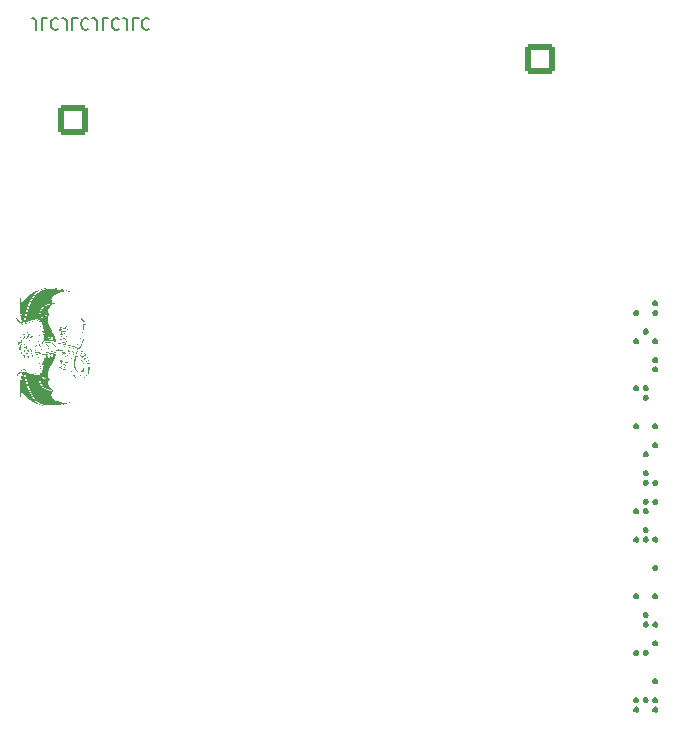
<source format=gbr>
%TF.GenerationSoftware,KiCad,Pcbnew,9.0.1*%
%TF.CreationDate,2025-07-04T13:23:47-04:00*%
%TF.ProjectId,nixie-hvdc,6e697869-652d-4687-9664-632e6b696361,rev?*%
%TF.SameCoordinates,Original*%
%TF.FileFunction,Legend,Bot*%
%TF.FilePolarity,Positive*%
%FSLAX46Y46*%
G04 Gerber Fmt 4.6, Leading zero omitted, Abs format (unit mm)*
G04 Created by KiCad (PCBNEW 9.0.1) date 2025-07-04 13:23:47*
%MOMM*%
%LPD*%
G01*
G04 APERTURE LIST*
G04 Aperture macros list*
%AMRoundRect*
0 Rectangle with rounded corners*
0 $1 Rounding radius*
0 $2 $3 $4 $5 $6 $7 $8 $9 X,Y pos of 4 corners*
0 Add a 4 corners polygon primitive as box body*
4,1,4,$2,$3,$4,$5,$6,$7,$8,$9,$2,$3,0*
0 Add four circle primitives for the rounded corners*
1,1,$1+$1,$2,$3*
1,1,$1+$1,$4,$5*
1,1,$1+$1,$6,$7*
1,1,$1+$1,$8,$9*
0 Add four rect primitives between the rounded corners*
20,1,$1+$1,$2,$3,$4,$5,0*
20,1,$1+$1,$4,$5,$6,$7,0*
20,1,$1+$1,$6,$7,$8,$9,0*
20,1,$1+$1,$8,$9,$2,$3,0*%
G04 Aperture macros list end*
%ADD10C,0.160000*%
%ADD11C,0.000000*%
%ADD12R,1.300000X1.300000*%
%ADD13C,1.300000*%
%ADD14O,5.204000X2.704000*%
%ADD15O,4.704000X2.454000*%
%ADD16O,2.454000X4.704000*%
%ADD17C,4.998720*%
%ADD18C,2.397760*%
%ADD19R,1.905000X2.000000*%
%ADD20O,1.905000X2.000000*%
%ADD21RoundRect,0.250000X-1.050000X1.050000X-1.050000X-1.050000X1.050000X-1.050000X1.050000X1.050000X0*%
%ADD22C,2.600000*%
%ADD23C,1.440000*%
%ADD24R,1.700000X1.700000*%
%ADD25C,1.700000*%
%ADD26RoundRect,0.250000X1.050000X1.050000X-1.050000X1.050000X-1.050000X-1.050000X1.050000X-1.050000X0*%
G04 APERTURE END LIST*
D10*
X122879072Y-65130700D02*
X122879072Y-64416415D01*
X122879072Y-64416415D02*
X122831453Y-64273558D01*
X122831453Y-64273558D02*
X122736215Y-64178320D01*
X122736215Y-64178320D02*
X122593358Y-64130700D01*
X122593358Y-64130700D02*
X122498120Y-64130700D01*
X123831453Y-64130700D02*
X123355263Y-64130700D01*
X123355263Y-64130700D02*
X123355263Y-65130700D01*
X124736215Y-64225939D02*
X124688596Y-64178320D01*
X124688596Y-64178320D02*
X124545739Y-64130700D01*
X124545739Y-64130700D02*
X124450501Y-64130700D01*
X124450501Y-64130700D02*
X124307644Y-64178320D01*
X124307644Y-64178320D02*
X124212406Y-64273558D01*
X124212406Y-64273558D02*
X124164787Y-64368796D01*
X124164787Y-64368796D02*
X124117168Y-64559272D01*
X124117168Y-64559272D02*
X124117168Y-64702129D01*
X124117168Y-64702129D02*
X124164787Y-64892605D01*
X124164787Y-64892605D02*
X124212406Y-64987843D01*
X124212406Y-64987843D02*
X124307644Y-65083081D01*
X124307644Y-65083081D02*
X124450501Y-65130700D01*
X124450501Y-65130700D02*
X124545739Y-65130700D01*
X124545739Y-65130700D02*
X124688596Y-65083081D01*
X124688596Y-65083081D02*
X124736215Y-65035462D01*
X125450501Y-65130700D02*
X125450501Y-64416415D01*
X125450501Y-64416415D02*
X125402882Y-64273558D01*
X125402882Y-64273558D02*
X125307644Y-64178320D01*
X125307644Y-64178320D02*
X125164787Y-64130700D01*
X125164787Y-64130700D02*
X125069549Y-64130700D01*
X126402882Y-64130700D02*
X125926692Y-64130700D01*
X125926692Y-64130700D02*
X125926692Y-65130700D01*
X127307644Y-64225939D02*
X127260025Y-64178320D01*
X127260025Y-64178320D02*
X127117168Y-64130700D01*
X127117168Y-64130700D02*
X127021930Y-64130700D01*
X127021930Y-64130700D02*
X126879073Y-64178320D01*
X126879073Y-64178320D02*
X126783835Y-64273558D01*
X126783835Y-64273558D02*
X126736216Y-64368796D01*
X126736216Y-64368796D02*
X126688597Y-64559272D01*
X126688597Y-64559272D02*
X126688597Y-64702129D01*
X126688597Y-64702129D02*
X126736216Y-64892605D01*
X126736216Y-64892605D02*
X126783835Y-64987843D01*
X126783835Y-64987843D02*
X126879073Y-65083081D01*
X126879073Y-65083081D02*
X127021930Y-65130700D01*
X127021930Y-65130700D02*
X127117168Y-65130700D01*
X127117168Y-65130700D02*
X127260025Y-65083081D01*
X127260025Y-65083081D02*
X127307644Y-65035462D01*
X128021930Y-65130700D02*
X128021930Y-64416415D01*
X128021930Y-64416415D02*
X127974311Y-64273558D01*
X127974311Y-64273558D02*
X127879073Y-64178320D01*
X127879073Y-64178320D02*
X127736216Y-64130700D01*
X127736216Y-64130700D02*
X127640978Y-64130700D01*
X128974311Y-64130700D02*
X128498121Y-64130700D01*
X128498121Y-64130700D02*
X128498121Y-65130700D01*
X129879073Y-64225939D02*
X129831454Y-64178320D01*
X129831454Y-64178320D02*
X129688597Y-64130700D01*
X129688597Y-64130700D02*
X129593359Y-64130700D01*
X129593359Y-64130700D02*
X129450502Y-64178320D01*
X129450502Y-64178320D02*
X129355264Y-64273558D01*
X129355264Y-64273558D02*
X129307645Y-64368796D01*
X129307645Y-64368796D02*
X129260026Y-64559272D01*
X129260026Y-64559272D02*
X129260026Y-64702129D01*
X129260026Y-64702129D02*
X129307645Y-64892605D01*
X129307645Y-64892605D02*
X129355264Y-64987843D01*
X129355264Y-64987843D02*
X129450502Y-65083081D01*
X129450502Y-65083081D02*
X129593359Y-65130700D01*
X129593359Y-65130700D02*
X129688597Y-65130700D01*
X129688597Y-65130700D02*
X129831454Y-65083081D01*
X129831454Y-65083081D02*
X129879073Y-65035462D01*
X130593359Y-65130700D02*
X130593359Y-64416415D01*
X130593359Y-64416415D02*
X130545740Y-64273558D01*
X130545740Y-64273558D02*
X130450502Y-64178320D01*
X130450502Y-64178320D02*
X130307645Y-64130700D01*
X130307645Y-64130700D02*
X130212407Y-64130700D01*
X131545740Y-64130700D02*
X131069550Y-64130700D01*
X131069550Y-64130700D02*
X131069550Y-65130700D01*
X132450502Y-64225939D02*
X132402883Y-64178320D01*
X132402883Y-64178320D02*
X132260026Y-64130700D01*
X132260026Y-64130700D02*
X132164788Y-64130700D01*
X132164788Y-64130700D02*
X132021931Y-64178320D01*
X132021931Y-64178320D02*
X131926693Y-64273558D01*
X131926693Y-64273558D02*
X131879074Y-64368796D01*
X131879074Y-64368796D02*
X131831455Y-64559272D01*
X131831455Y-64559272D02*
X131831455Y-64702129D01*
X131831455Y-64702129D02*
X131879074Y-64892605D01*
X131879074Y-64892605D02*
X131926693Y-64987843D01*
X131926693Y-64987843D02*
X132021931Y-65083081D01*
X132021931Y-65083081D02*
X132164788Y-65130700D01*
X132164788Y-65130700D02*
X132260026Y-65130700D01*
X132260026Y-65130700D02*
X132402883Y-65083081D01*
X132402883Y-65083081D02*
X132450502Y-65035462D01*
D11*
%TO.C,G\u002A\u002A\u002A*%
G36*
X173760783Y-121630326D02*
G01*
X173868183Y-121698486D01*
X173918840Y-121766342D01*
X173950001Y-121883335D01*
X173936343Y-121960783D01*
X173868182Y-122068183D01*
X173800326Y-122118840D01*
X173683334Y-122150002D01*
X173605885Y-122136343D01*
X173498486Y-122068183D01*
X173447828Y-122000325D01*
X173416666Y-121883334D01*
X173430326Y-121805885D01*
X173498486Y-121698486D01*
X173566342Y-121647828D01*
X173683333Y-121616667D01*
X173760783Y-121630326D01*
G37*
G36*
X173733100Y-88822270D02*
G01*
X173841362Y-88874892D01*
X173919781Y-88968033D01*
X173950001Y-89083334D01*
X173947782Y-89118374D01*
X173905773Y-89229382D01*
X173823167Y-89306692D01*
X173716635Y-89343479D01*
X173602851Y-89332918D01*
X173498486Y-89268183D01*
X173447828Y-89200326D01*
X173416667Y-89083334D01*
X173422270Y-89033569D01*
X173474892Y-88925307D01*
X173568033Y-88846887D01*
X173683334Y-88816667D01*
X173733100Y-88822270D01*
G37*
G36*
X173733100Y-91222270D02*
G01*
X173841362Y-91274892D01*
X173919781Y-91368033D01*
X173950001Y-91483333D01*
X173947781Y-91518374D01*
X173905773Y-91629382D01*
X173823167Y-91706692D01*
X173716635Y-91743479D01*
X173602851Y-91732918D01*
X173498486Y-91668183D01*
X173447828Y-91600326D01*
X173416666Y-91483334D01*
X173422270Y-91433569D01*
X173474892Y-91325307D01*
X173568033Y-91246887D01*
X173683334Y-91216666D01*
X173733100Y-91222270D01*
G37*
G36*
X173733100Y-95222270D02*
G01*
X173841362Y-95274892D01*
X173919781Y-95368033D01*
X173950001Y-95483335D01*
X173947781Y-95518374D01*
X173905773Y-95629382D01*
X173823167Y-95706692D01*
X173716635Y-95743479D01*
X173602851Y-95732918D01*
X173498486Y-95668183D01*
X173447828Y-95600325D01*
X173416666Y-95483334D01*
X173422270Y-95433569D01*
X173474892Y-95325307D01*
X173568033Y-95246887D01*
X173683333Y-95216667D01*
X173733100Y-95222270D01*
G37*
G36*
X173733100Y-98422270D02*
G01*
X173841362Y-98474892D01*
X173919781Y-98568033D01*
X173950001Y-98683334D01*
X173947782Y-98718374D01*
X173905773Y-98829382D01*
X173823167Y-98906692D01*
X173716635Y-98943479D01*
X173602851Y-98932918D01*
X173498486Y-98868183D01*
X173447828Y-98800326D01*
X173416667Y-98683334D01*
X173422270Y-98633569D01*
X173474892Y-98525307D01*
X173568033Y-98446887D01*
X173683334Y-98416667D01*
X173733100Y-98422270D01*
G37*
G36*
X173733100Y-105622270D02*
G01*
X173841362Y-105674892D01*
X173919781Y-105768033D01*
X173950001Y-105883334D01*
X173947782Y-105918374D01*
X173905773Y-106029383D01*
X173823167Y-106106692D01*
X173716635Y-106143479D01*
X173602850Y-106132918D01*
X173498486Y-106068183D01*
X173447828Y-106000326D01*
X173416667Y-105883334D01*
X173422270Y-105833569D01*
X173474892Y-105725307D01*
X173568033Y-105646887D01*
X173683334Y-105616667D01*
X173733100Y-105622270D01*
G37*
G36*
X173733100Y-108022270D02*
G01*
X173841362Y-108074892D01*
X173919781Y-108168033D01*
X173950001Y-108283334D01*
X173947782Y-108318373D01*
X173905773Y-108429382D01*
X173823167Y-108506692D01*
X173716635Y-108543479D01*
X173602851Y-108532918D01*
X173498486Y-108468183D01*
X173447828Y-108400326D01*
X173416667Y-108283334D01*
X173422270Y-108233569D01*
X173474892Y-108125307D01*
X173568033Y-108046887D01*
X173683334Y-108016667D01*
X173733100Y-108022270D01*
G37*
G36*
X173733100Y-112822270D02*
G01*
X173841362Y-112874893D01*
X173919781Y-112968033D01*
X173950001Y-113083334D01*
X173947782Y-113118374D01*
X173905773Y-113229381D01*
X173823167Y-113306692D01*
X173716635Y-113343479D01*
X173602850Y-113332918D01*
X173498486Y-113268183D01*
X173447828Y-113200326D01*
X173416667Y-113083334D01*
X173422270Y-113033569D01*
X173474892Y-112925307D01*
X173568033Y-112846887D01*
X173683334Y-112816667D01*
X173733100Y-112822270D01*
G37*
G36*
X173733100Y-117622270D02*
G01*
X173841362Y-117674892D01*
X173919781Y-117768033D01*
X173950001Y-117883333D01*
X173947781Y-117918374D01*
X173905773Y-118029382D01*
X173823167Y-118106692D01*
X173716635Y-118143479D01*
X173602851Y-118132918D01*
X173498486Y-118068183D01*
X173447828Y-118000326D01*
X173416666Y-117883334D01*
X173422270Y-117833569D01*
X173474892Y-117725307D01*
X173568033Y-117646887D01*
X173683334Y-117616666D01*
X173733100Y-117622270D01*
G37*
G36*
X173733100Y-122422270D02*
G01*
X173841362Y-122474892D01*
X173919781Y-122568033D01*
X173950001Y-122683334D01*
X173947782Y-122718374D01*
X173905774Y-122829382D01*
X173823167Y-122906692D01*
X173716635Y-122943479D01*
X173602850Y-122932918D01*
X173498486Y-122868183D01*
X173447828Y-122800326D01*
X173416667Y-122683334D01*
X173422270Y-122633569D01*
X173474892Y-122525307D01*
X173568033Y-122446887D01*
X173683334Y-122416667D01*
X173733100Y-122422270D01*
G37*
G36*
X174560783Y-121630326D02*
G01*
X174668183Y-121698486D01*
X174718840Y-121766342D01*
X174750001Y-121883334D01*
X174747782Y-121918374D01*
X174705773Y-122029383D01*
X174623167Y-122106692D01*
X174516635Y-122143479D01*
X174402851Y-122132918D01*
X174298487Y-122068183D01*
X174247828Y-122000326D01*
X174216667Y-121883334D01*
X174230326Y-121805885D01*
X174298486Y-121698486D01*
X174366342Y-121647828D01*
X174483334Y-121616667D01*
X174560783Y-121630326D01*
G37*
G36*
X174533100Y-95222270D02*
G01*
X174641362Y-95274892D01*
X174719781Y-95368033D01*
X174750001Y-95483334D01*
X174747782Y-95518374D01*
X174705773Y-95629383D01*
X174623167Y-95706692D01*
X174516635Y-95743479D01*
X174402851Y-95732918D01*
X174298487Y-95668183D01*
X174247828Y-95600326D01*
X174216667Y-95483334D01*
X174222270Y-95433569D01*
X174274892Y-95325307D01*
X174368033Y-95246887D01*
X174483334Y-95216667D01*
X174533100Y-95222270D01*
G37*
G36*
X174533100Y-96022270D02*
G01*
X174641362Y-96074892D01*
X174719781Y-96168033D01*
X174750000Y-96283334D01*
X174747782Y-96318374D01*
X174705773Y-96429382D01*
X174623167Y-96506692D01*
X174516635Y-96543479D01*
X174402851Y-96532918D01*
X174298486Y-96468183D01*
X174247828Y-96400326D01*
X174216667Y-96283334D01*
X174222270Y-96233569D01*
X174274893Y-96125307D01*
X174368033Y-96046887D01*
X174483333Y-96016667D01*
X174533100Y-96022270D01*
G37*
G36*
X174533100Y-100822270D02*
G01*
X174641362Y-100874892D01*
X174719781Y-100968033D01*
X174750001Y-101083334D01*
X174747782Y-101118374D01*
X174705773Y-101229383D01*
X174623167Y-101306692D01*
X174516635Y-101343479D01*
X174402851Y-101332918D01*
X174298487Y-101268183D01*
X174247828Y-101200326D01*
X174216667Y-101083334D01*
X174222270Y-101033569D01*
X174274892Y-100925307D01*
X174368033Y-100846887D01*
X174483334Y-100816667D01*
X174533100Y-100822270D01*
G37*
G36*
X174533100Y-102422270D02*
G01*
X174641362Y-102474893D01*
X174719781Y-102568033D01*
X174750001Y-102683334D01*
X174747782Y-102718374D01*
X174705773Y-102829381D01*
X174623167Y-102906692D01*
X174516635Y-102943479D01*
X174402851Y-102932918D01*
X174298486Y-102868183D01*
X174247828Y-102800326D01*
X174216667Y-102683334D01*
X174222270Y-102633569D01*
X174274892Y-102525307D01*
X174368033Y-102446887D01*
X174483334Y-102416667D01*
X174533100Y-102422270D01*
G37*
G36*
X174533100Y-103222270D02*
G01*
X174641362Y-103274892D01*
X174719781Y-103368033D01*
X174750001Y-103483334D01*
X174747782Y-103518374D01*
X174705773Y-103629382D01*
X174623167Y-103706692D01*
X174516635Y-103743479D01*
X174402851Y-103732918D01*
X174298486Y-103668183D01*
X174247828Y-103600326D01*
X174216667Y-103483334D01*
X174222270Y-103433569D01*
X174274892Y-103325307D01*
X174368033Y-103246887D01*
X174483334Y-103216667D01*
X174533100Y-103222270D01*
G37*
G36*
X174533100Y-104822270D02*
G01*
X174641362Y-104874892D01*
X174719781Y-104968033D01*
X174750001Y-105083334D01*
X174747782Y-105118374D01*
X174705773Y-105229382D01*
X174623167Y-105306692D01*
X174516635Y-105343479D01*
X174402851Y-105332918D01*
X174298486Y-105268184D01*
X174247828Y-105200326D01*
X174216667Y-105083334D01*
X174222270Y-105033569D01*
X174274892Y-104925307D01*
X174368033Y-104846887D01*
X174483334Y-104816667D01*
X174533100Y-104822270D01*
G37*
G36*
X174533100Y-107222270D02*
G01*
X174641362Y-107274892D01*
X174719781Y-107368033D01*
X174750000Y-107483334D01*
X174747782Y-107518374D01*
X174705773Y-107629382D01*
X174623167Y-107706692D01*
X174516635Y-107743479D01*
X174402851Y-107732918D01*
X174298486Y-107668183D01*
X174247828Y-107600326D01*
X174216667Y-107483334D01*
X174222270Y-107433569D01*
X174274893Y-107325307D01*
X174368033Y-107246887D01*
X174483333Y-107216667D01*
X174533100Y-107222270D01*
G37*
G36*
X174533100Y-108022270D02*
G01*
X174641362Y-108074893D01*
X174719781Y-108168033D01*
X174750001Y-108283334D01*
X174747782Y-108318374D01*
X174705773Y-108429381D01*
X174623167Y-108506692D01*
X174516635Y-108543479D01*
X174402851Y-108532918D01*
X174298486Y-108468183D01*
X174247828Y-108400326D01*
X174216667Y-108283334D01*
X174222270Y-108233569D01*
X174274892Y-108125307D01*
X174368033Y-108046887D01*
X174483334Y-108016667D01*
X174533100Y-108022270D01*
G37*
G36*
X174533100Y-114422270D02*
G01*
X174641362Y-114474892D01*
X174719781Y-114568033D01*
X174750001Y-114683334D01*
X174747782Y-114718374D01*
X174705773Y-114829382D01*
X174623167Y-114906692D01*
X174516635Y-114943479D01*
X174402851Y-114932918D01*
X174298486Y-114868183D01*
X174247828Y-114800326D01*
X174216667Y-114683334D01*
X174222270Y-114633569D01*
X174274892Y-114525307D01*
X174368033Y-114446887D01*
X174483334Y-114416667D01*
X174533100Y-114422270D01*
G37*
G36*
X174533100Y-117622270D02*
G01*
X174641362Y-117674892D01*
X174719781Y-117768033D01*
X174750001Y-117883334D01*
X174747782Y-117918374D01*
X174705773Y-118029381D01*
X174623167Y-118106692D01*
X174516635Y-118143479D01*
X174402851Y-118132918D01*
X174298487Y-118068183D01*
X174247828Y-118000326D01*
X174216667Y-117883334D01*
X174222270Y-117833569D01*
X174274892Y-117725307D01*
X174368033Y-117646887D01*
X174483334Y-117616667D01*
X174533100Y-117622270D01*
G37*
G36*
X174533100Y-90422270D02*
G01*
X174641362Y-90474892D01*
X174719782Y-90568033D01*
X174750000Y-90683334D01*
X174747782Y-90718374D01*
X174705773Y-90829382D01*
X174623167Y-90906692D01*
X174516635Y-90943479D01*
X174402851Y-90932918D01*
X174298486Y-90868183D01*
X174247828Y-90800326D01*
X174216667Y-90683334D01*
X174222270Y-90633569D01*
X174274893Y-90525307D01*
X174368033Y-90446887D01*
X174483333Y-90416667D01*
X174533100Y-90422270D01*
G37*
G36*
X174533100Y-105622270D02*
G01*
X174641362Y-105674892D01*
X174719782Y-105768033D01*
X174750000Y-105883334D01*
X174747782Y-105918374D01*
X174705773Y-106029382D01*
X174623167Y-106106692D01*
X174516635Y-106143479D01*
X174402851Y-106132918D01*
X174298486Y-106068183D01*
X174275177Y-106041747D01*
X174225815Y-105933178D01*
X174228776Y-105819713D01*
X174277233Y-105718025D01*
X174364361Y-105644786D01*
X174483333Y-105616667D01*
X174533100Y-105622270D01*
G37*
G36*
X174533100Y-115222270D02*
G01*
X174641362Y-115274891D01*
X174719782Y-115368033D01*
X174750001Y-115483334D01*
X174747782Y-115518374D01*
X174705773Y-115629382D01*
X174623167Y-115706692D01*
X174516635Y-115743479D01*
X174402851Y-115732918D01*
X174298486Y-115668183D01*
X174247827Y-115600326D01*
X174216667Y-115483334D01*
X174222270Y-115433569D01*
X174274892Y-115325307D01*
X174368033Y-115246887D01*
X174483333Y-115216667D01*
X174533100Y-115222270D01*
G37*
G36*
X175333100Y-88022270D02*
G01*
X175441361Y-88074892D01*
X175519781Y-88168034D01*
X175550001Y-88283334D01*
X175547782Y-88318374D01*
X175505773Y-88429382D01*
X175423167Y-88506692D01*
X175316635Y-88543479D01*
X175202851Y-88532918D01*
X175098486Y-88468183D01*
X175075177Y-88441747D01*
X175025815Y-88333178D01*
X175028776Y-88219713D01*
X175077233Y-88118025D01*
X175164361Y-88044786D01*
X175283334Y-88016667D01*
X175333100Y-88022270D01*
G37*
G36*
X175333100Y-88822270D02*
G01*
X175441362Y-88874892D01*
X175519781Y-88968033D01*
X175550001Y-89083334D01*
X175547782Y-89118374D01*
X175505773Y-89229382D01*
X175423168Y-89306692D01*
X175316636Y-89343479D01*
X175202851Y-89332918D01*
X175098486Y-89268184D01*
X175075178Y-89241747D01*
X175025815Y-89133178D01*
X175028776Y-89019713D01*
X175077232Y-88918025D01*
X175164361Y-88844786D01*
X175283334Y-88816667D01*
X175333100Y-88822270D01*
G37*
G36*
X175333100Y-91222270D02*
G01*
X175441362Y-91274892D01*
X175519781Y-91368033D01*
X175550001Y-91483334D01*
X175547782Y-91518374D01*
X175505773Y-91629382D01*
X175423167Y-91706692D01*
X175316635Y-91743479D01*
X175202851Y-91732918D01*
X175098486Y-91668183D01*
X175075177Y-91641747D01*
X175025815Y-91533178D01*
X175028777Y-91419713D01*
X175077233Y-91318025D01*
X175164361Y-91244786D01*
X175283334Y-91216667D01*
X175333100Y-91222270D01*
G37*
G36*
X175333100Y-92822270D02*
G01*
X175441362Y-92874892D01*
X175519781Y-92968033D01*
X175550001Y-93083334D01*
X175547782Y-93118374D01*
X175505773Y-93229382D01*
X175423167Y-93306692D01*
X175316636Y-93343479D01*
X175202851Y-93332918D01*
X175098486Y-93268183D01*
X175075177Y-93241747D01*
X175025815Y-93133178D01*
X175028777Y-93019713D01*
X175077233Y-92918025D01*
X175164361Y-92844786D01*
X175283334Y-92816667D01*
X175333100Y-92822270D01*
G37*
G36*
X175333100Y-93622270D02*
G01*
X175441362Y-93674891D01*
X175519781Y-93768034D01*
X175550001Y-93883334D01*
X175547782Y-93918374D01*
X175505773Y-94029382D01*
X175423167Y-94106692D01*
X175316635Y-94143479D01*
X175202851Y-94132918D01*
X175098486Y-94068183D01*
X175075177Y-94041747D01*
X175025815Y-93933178D01*
X175028776Y-93819713D01*
X175077233Y-93718025D01*
X175164361Y-93644786D01*
X175283334Y-93616667D01*
X175333100Y-93622270D01*
G37*
G36*
X175333100Y-98422270D02*
G01*
X175441362Y-98474892D01*
X175519781Y-98568033D01*
X175550001Y-98683334D01*
X175547782Y-98718374D01*
X175505773Y-98829382D01*
X175423167Y-98906692D01*
X175316636Y-98943479D01*
X175202851Y-98932918D01*
X175098486Y-98868183D01*
X175075177Y-98841747D01*
X175025815Y-98733178D01*
X175028777Y-98619713D01*
X175077233Y-98518026D01*
X175164361Y-98444786D01*
X175283334Y-98416667D01*
X175333100Y-98422270D01*
G37*
G36*
X175333100Y-100022270D02*
G01*
X175441362Y-100074892D01*
X175519781Y-100168033D01*
X175550001Y-100283334D01*
X175547782Y-100318374D01*
X175505773Y-100429383D01*
X175423168Y-100506692D01*
X175316636Y-100543479D01*
X175202851Y-100532918D01*
X175098486Y-100468184D01*
X175075178Y-100441747D01*
X175025815Y-100333178D01*
X175028776Y-100219713D01*
X175077232Y-100118025D01*
X175164361Y-100044786D01*
X175283334Y-100016667D01*
X175333100Y-100022270D01*
G37*
G36*
X175333100Y-103222270D02*
G01*
X175441361Y-103274892D01*
X175519781Y-103368033D01*
X175550001Y-103483334D01*
X175547782Y-103518374D01*
X175505773Y-103629382D01*
X175423167Y-103706692D01*
X175316635Y-103743479D01*
X175202851Y-103732918D01*
X175098486Y-103668183D01*
X175075177Y-103641747D01*
X175025815Y-103533178D01*
X175028776Y-103419713D01*
X175077233Y-103318025D01*
X175164361Y-103244786D01*
X175283334Y-103216667D01*
X175333100Y-103222270D01*
G37*
G36*
X175333100Y-108022270D02*
G01*
X175441362Y-108074892D01*
X175519781Y-108168033D01*
X175550001Y-108283334D01*
X175547782Y-108318374D01*
X175505773Y-108429382D01*
X175423167Y-108506692D01*
X175316636Y-108543479D01*
X175202851Y-108532918D01*
X175098486Y-108468183D01*
X175075177Y-108441747D01*
X175025815Y-108333178D01*
X175028777Y-108219713D01*
X175077233Y-108118025D01*
X175164361Y-108044786D01*
X175283334Y-108016667D01*
X175333100Y-108022270D01*
G37*
G36*
X175333100Y-112822270D02*
G01*
X175441362Y-112874893D01*
X175519781Y-112968033D01*
X175550001Y-113083334D01*
X175547782Y-113118374D01*
X175505772Y-113229382D01*
X175423167Y-113306692D01*
X175316635Y-113343479D01*
X175202851Y-113332918D01*
X175098486Y-113268182D01*
X175075177Y-113241747D01*
X175025815Y-113133178D01*
X175028776Y-113019713D01*
X175077233Y-112918025D01*
X175164361Y-112844786D01*
X175283334Y-112816667D01*
X175333100Y-112822270D01*
G37*
G36*
X175333100Y-115222270D02*
G01*
X175441362Y-115274892D01*
X175519781Y-115368033D01*
X175550001Y-115483334D01*
X175547782Y-115518374D01*
X175505773Y-115629382D01*
X175423168Y-115706692D01*
X175316636Y-115743479D01*
X175202851Y-115732918D01*
X175098486Y-115668183D01*
X175075177Y-115641748D01*
X175025815Y-115533178D01*
X175028776Y-115419713D01*
X175077232Y-115318025D01*
X175164361Y-115244786D01*
X175283334Y-115216667D01*
X175333100Y-115222270D01*
G37*
G36*
X175333100Y-116822270D02*
G01*
X175441362Y-116874892D01*
X175519781Y-116968033D01*
X175550001Y-117083334D01*
X175547782Y-117118374D01*
X175505772Y-117229382D01*
X175423168Y-117306692D01*
X175316635Y-117343479D01*
X175202851Y-117332918D01*
X175098487Y-117268183D01*
X175075177Y-117241746D01*
X175025815Y-117133178D01*
X175028776Y-117019713D01*
X175077232Y-116918025D01*
X175164361Y-116844786D01*
X175283334Y-116816667D01*
X175333100Y-116822270D01*
G37*
G36*
X175333100Y-120022270D02*
G01*
X175441361Y-120074892D01*
X175519781Y-120168034D01*
X175550001Y-120283334D01*
X175547782Y-120318374D01*
X175505773Y-120429382D01*
X175423167Y-120506692D01*
X175316635Y-120543479D01*
X175202851Y-120532918D01*
X175098486Y-120468183D01*
X175047827Y-120400326D01*
X175016667Y-120283334D01*
X175022270Y-120233569D01*
X175074892Y-120125307D01*
X175168033Y-120046887D01*
X175283334Y-120016667D01*
X175333100Y-120022270D01*
G37*
G36*
X175333100Y-122422270D02*
G01*
X175441362Y-122474892D01*
X175519781Y-122568033D01*
X175550001Y-122683334D01*
X175547782Y-122718374D01*
X175505772Y-122829382D01*
X175423168Y-122906692D01*
X175316635Y-122943479D01*
X175202851Y-122932918D01*
X175098486Y-122868182D01*
X175047828Y-122800326D01*
X175016667Y-122683334D01*
X175022270Y-122633569D01*
X175074892Y-122525307D01*
X175168033Y-122446887D01*
X175283334Y-122416667D01*
X175333100Y-122422270D01*
G37*
G36*
X175333100Y-104822270D02*
G01*
X175441362Y-104874891D01*
X175519782Y-104968033D01*
X175550001Y-105083334D01*
X175547782Y-105118374D01*
X175505773Y-105229382D01*
X175423167Y-105306692D01*
X175316635Y-105343479D01*
X175202851Y-105332918D01*
X175098486Y-105268183D01*
X175075177Y-105241747D01*
X175025815Y-105133178D01*
X175028776Y-105019713D01*
X175077233Y-104918025D01*
X175164361Y-104844786D01*
X175283334Y-104816667D01*
X175333100Y-104822270D01*
G37*
G36*
X175333100Y-110422270D02*
G01*
X175441362Y-110474891D01*
X175519782Y-110568033D01*
X175550001Y-110683334D01*
X175547782Y-110718374D01*
X175505773Y-110829382D01*
X175423167Y-110906692D01*
X175316635Y-110943479D01*
X175202851Y-110932918D01*
X175098486Y-110868183D01*
X175075177Y-110841747D01*
X175025815Y-110733178D01*
X175028776Y-110619713D01*
X175077233Y-110518025D01*
X175164361Y-110444786D01*
X175283334Y-110416667D01*
X175333100Y-110422270D01*
G37*
G36*
X175333100Y-121622270D02*
G01*
X175441362Y-121674892D01*
X175519782Y-121768033D01*
X175550001Y-121883334D01*
X175547782Y-121918374D01*
X175505773Y-122029382D01*
X175423167Y-122106692D01*
X175316635Y-122143479D01*
X175202851Y-122132918D01*
X175098486Y-122068183D01*
X175047827Y-122000326D01*
X175016667Y-121883334D01*
X175030326Y-121805885D01*
X175098486Y-121698486D01*
X175166342Y-121647828D01*
X175283334Y-121616667D01*
X175333100Y-121622270D01*
G37*
G36*
X123220183Y-93607563D02*
G01*
X123217751Y-93609995D01*
X123215319Y-93607563D01*
X123217750Y-93605131D01*
X123220183Y-93607563D01*
G37*
G36*
X123414744Y-93315721D02*
G01*
X123412312Y-93318153D01*
X123409880Y-93315721D01*
X123412312Y-93313289D01*
X123414744Y-93315721D01*
G37*
G36*
X123477976Y-91520892D02*
G01*
X123475545Y-91523324D01*
X123473113Y-91520892D01*
X123475545Y-91518460D01*
X123477976Y-91520892D01*
G37*
G36*
X123842781Y-91443067D02*
G01*
X123840348Y-91445500D01*
X123837916Y-91443067D01*
X123840348Y-91440635D01*
X123842781Y-91443067D01*
G37*
G36*
X123867100Y-90893431D02*
G01*
X123864668Y-90895863D01*
X123862237Y-90893431D01*
X123864668Y-90890999D01*
X123867100Y-90893431D01*
G37*
G36*
X124980964Y-90518900D02*
G01*
X124978532Y-90521332D01*
X124976100Y-90518900D01*
X124978532Y-90516468D01*
X124980964Y-90518900D01*
G37*
G36*
X125170662Y-91092856D02*
G01*
X125168230Y-91095288D01*
X125165798Y-91092856D01*
X125168230Y-91090424D01*
X125170662Y-91092856D01*
G37*
G36*
X125350631Y-90990712D02*
G01*
X125348199Y-90993144D01*
X125345767Y-90990713D01*
X125348200Y-90988280D01*
X125350631Y-90990712D01*
G37*
G36*
X125413864Y-91511164D02*
G01*
X125411433Y-91513596D01*
X125409000Y-91511164D01*
X125411432Y-91508732D01*
X125413864Y-91511164D01*
G37*
G36*
X125443048Y-91355515D02*
G01*
X125440616Y-91357946D01*
X125438184Y-91355514D01*
X125440616Y-91353082D01*
X125443048Y-91355515D01*
G37*
G36*
X125987820Y-92697989D02*
G01*
X125985388Y-92700421D01*
X125982956Y-92697989D01*
X125985388Y-92695557D01*
X125987820Y-92697989D01*
G37*
G36*
X126148333Y-93135752D02*
G01*
X126145901Y-93138185D01*
X126143468Y-93135752D01*
X126145901Y-93133320D01*
X126148333Y-93135752D01*
G37*
G36*
X126761202Y-94317713D02*
G01*
X126758770Y-94320145D01*
X126756338Y-94317713D01*
X126758770Y-94315281D01*
X126761202Y-94317713D01*
G37*
G36*
X122174414Y-90730445D02*
G01*
X122157652Y-90745044D01*
X122144636Y-90757673D01*
X122137551Y-90766760D01*
X122135348Y-90773458D01*
X122134985Y-90776220D01*
X122128993Y-90788014D01*
X122118018Y-90800048D01*
X122105135Y-90809408D01*
X122093424Y-90813174D01*
X122092599Y-90813146D01*
X122082546Y-90808139D01*
X122075149Y-90796476D01*
X122072270Y-90780990D01*
X122072972Y-90776694D01*
X122096592Y-90776694D01*
X122099023Y-90779126D01*
X122101455Y-90776694D01*
X122099023Y-90774262D01*
X122096592Y-90776694D01*
X122072972Y-90776694D01*
X122074353Y-90768245D01*
X122084386Y-90752967D01*
X122099023Y-90743139D01*
X122102993Y-90740472D01*
X122130472Y-90730584D01*
X122167118Y-90723115D01*
X122186575Y-90720141D01*
X122174414Y-90730445D01*
G37*
G36*
X124070022Y-87002926D02*
G01*
X124080771Y-87002931D01*
X124151183Y-87003239D01*
X124213881Y-87004019D01*
X124270394Y-87005351D01*
X124322247Y-87007310D01*
X124370969Y-87009981D01*
X124418087Y-87013441D01*
X124465128Y-87017769D01*
X124513620Y-87023045D01*
X124565089Y-87029349D01*
X124594687Y-87033209D01*
X124762560Y-87057764D01*
X124929811Y-87086661D01*
X125094685Y-87119529D01*
X125255426Y-87156000D01*
X125410276Y-87195703D01*
X125557480Y-87238269D01*
X125589392Y-87248250D01*
X125632299Y-87262212D01*
X125657065Y-87270627D01*
X125673351Y-87276160D01*
X125711618Y-87289737D01*
X125746173Y-87302585D01*
X125776082Y-87314346D01*
X125800417Y-87324662D01*
X125818247Y-87333176D01*
X125828645Y-87339530D01*
X125830678Y-87343366D01*
X125826093Y-87343037D01*
X125813218Y-87340706D01*
X125793345Y-87336595D01*
X125767744Y-87330976D01*
X125737685Y-87324121D01*
X125704435Y-87316304D01*
X125669978Y-87308138D01*
X125621459Y-87296925D01*
X125589792Y-87289990D01*
X125653822Y-87289990D01*
X125654536Y-87290572D01*
X125660308Y-87289990D01*
X125661070Y-87288527D01*
X125657064Y-87286748D01*
X125654490Y-87287099D01*
X125653822Y-87289990D01*
X125589792Y-87289990D01*
X125580157Y-87287880D01*
X125544722Y-87280805D01*
X125513806Y-87275501D01*
X125486060Y-87271771D01*
X125460137Y-87269416D01*
X125434688Y-87268239D01*
X125408363Y-87268041D01*
X125379815Y-87268623D01*
X125352970Y-87269896D01*
X125298058Y-87275003D01*
X125237347Y-87283737D01*
X125170243Y-87296215D01*
X125096151Y-87312553D01*
X125014476Y-87332866D01*
X124924625Y-87357271D01*
X124916206Y-87359652D01*
X124805988Y-87393472D01*
X124703914Y-87429857D01*
X124610158Y-87468709D01*
X124524900Y-87509927D01*
X124448320Y-87553409D01*
X124380592Y-87599057D01*
X124321901Y-87646768D01*
X124272417Y-87696442D01*
X124232323Y-87747980D01*
X124223142Y-87762190D01*
X124195487Y-87815462D01*
X124177352Y-87870483D01*
X124168736Y-87927280D01*
X124169641Y-87985882D01*
X124180071Y-88046316D01*
X124200026Y-88108609D01*
X124229512Y-88172789D01*
X124268526Y-88238883D01*
X124301076Y-88288739D01*
X124382010Y-88289020D01*
X124385120Y-88289046D01*
X124399665Y-88289167D01*
X124427415Y-88289740D01*
X124451888Y-88290649D01*
X124470932Y-88291807D01*
X124482401Y-88293124D01*
X124501857Y-88296949D01*
X124487265Y-88302993D01*
X124487245Y-88303001D01*
X124477890Y-88305679D01*
X124460719Y-88309480D01*
X124437528Y-88314049D01*
X124410109Y-88319035D01*
X124380256Y-88324083D01*
X124287839Y-88339129D01*
X124236767Y-88381573D01*
X124217038Y-88398446D01*
X124181566Y-88430746D01*
X124145308Y-88465899D01*
X124110411Y-88501739D01*
X124079019Y-88536098D01*
X124053280Y-88566809D01*
X124018056Y-88614318D01*
X123985178Y-88664304D01*
X123956366Y-88714059D01*
X123932769Y-88761597D01*
X123915533Y-88804935D01*
X123913582Y-88811175D01*
X123906777Y-88842262D01*
X123902029Y-88880094D01*
X123899336Y-88922445D01*
X123898690Y-88967093D01*
X123900084Y-89011811D01*
X123903514Y-89054376D01*
X123908971Y-89092564D01*
X123916450Y-89124149D01*
X123924194Y-89146538D01*
X123936805Y-89175916D01*
X123950965Y-89202794D01*
X123965647Y-89225449D01*
X123979823Y-89242162D01*
X123992461Y-89251213D01*
X123997309Y-89252566D01*
X124010497Y-89254973D01*
X124011670Y-89255187D01*
X124032509Y-89258162D01*
X124057857Y-89261218D01*
X124085744Y-89264084D01*
X124105058Y-89265950D01*
X124129470Y-89268465D01*
X124149128Y-89270679D01*
X124162387Y-89272403D01*
X124167602Y-89273449D01*
X124167617Y-89273924D01*
X124161731Y-89276235D01*
X124147337Y-89279487D01*
X124125326Y-89283513D01*
X124096589Y-89288146D01*
X124062017Y-89293219D01*
X124051503Y-89294735D01*
X124023684Y-89299347D01*
X124002787Y-89304186D01*
X123986696Y-89309957D01*
X123973296Y-89317369D01*
X123960470Y-89327126D01*
X123949944Y-89337251D01*
X123930479Y-89361463D01*
X123910418Y-89392592D01*
X123890694Y-89428991D01*
X123872243Y-89469015D01*
X123856000Y-89511016D01*
X123840347Y-89555821D01*
X123840616Y-89657965D01*
X123840757Y-89686602D01*
X123841210Y-89716667D01*
X123842134Y-89740936D01*
X123843707Y-89761625D01*
X123846111Y-89780950D01*
X123849526Y-89801130D01*
X123854132Y-89824377D01*
X123867634Y-89882515D01*
X123898169Y-89983017D01*
X123937971Y-90083920D01*
X123987220Y-90185714D01*
X123992487Y-90195593D01*
X124005141Y-90218919D01*
X124021260Y-90248272D01*
X124039982Y-90282098D01*
X124060446Y-90318842D01*
X124081790Y-90356950D01*
X124103152Y-90394867D01*
X124143339Y-90466703D01*
X124155777Y-90488937D01*
X124175966Y-90525853D01*
X124208855Y-90585990D01*
X124258074Y-90678354D01*
X124303231Y-90765610D01*
X124344122Y-90847341D01*
X124380542Y-90923130D01*
X124412286Y-90992560D01*
X124436775Y-91049676D01*
X124439149Y-91055213D01*
X124460928Y-91110673D01*
X124463446Y-91117979D01*
X124477418Y-91158521D01*
X124484358Y-91181750D01*
X124495017Y-91221578D01*
X124505110Y-91263987D01*
X124514255Y-91306998D01*
X124522062Y-91348634D01*
X124528144Y-91386915D01*
X124532116Y-91419863D01*
X124533588Y-91445499D01*
X124534726Y-91467449D01*
X124537663Y-91488214D01*
X124541869Y-91504745D01*
X124546818Y-91514294D01*
X124547388Y-91514759D01*
X124556148Y-91518172D01*
X124572216Y-91522033D01*
X124593529Y-91525992D01*
X124618024Y-91529698D01*
X124643636Y-91532800D01*
X124668303Y-91534946D01*
X124708285Y-91537589D01*
X124711635Y-91531598D01*
X124741765Y-91531598D01*
X124748723Y-91536476D01*
X124763429Y-91537841D01*
X124765447Y-91537926D01*
X124777463Y-91539090D01*
X124796930Y-91541435D01*
X124822214Y-91544732D01*
X124851678Y-91548746D01*
X124883690Y-91553247D01*
X124916614Y-91558003D01*
X124948816Y-91562781D01*
X124978661Y-91567349D01*
X125004514Y-91571476D01*
X125024741Y-91574929D01*
X125038724Y-91577647D01*
X125062953Y-91582778D01*
X125092149Y-91589276D01*
X125123813Y-91596585D01*
X125155443Y-91604144D01*
X125156750Y-91604462D01*
X125184644Y-91611141D01*
X125209055Y-91616783D01*
X125228495Y-91621061D01*
X125241473Y-91623647D01*
X125246501Y-91624211D01*
X125246481Y-91623891D01*
X125241746Y-91619964D01*
X125230869Y-91612863D01*
X125215767Y-91603858D01*
X125197178Y-91591643D01*
X125169769Y-91569473D01*
X125141835Y-91542944D01*
X125115608Y-91514369D01*
X125093323Y-91486062D01*
X125077212Y-91460336D01*
X125067369Y-91438483D01*
X125057668Y-91411621D01*
X125050847Y-91386878D01*
X125042575Y-91348374D01*
X125068427Y-91348374D01*
X125071562Y-91368969D01*
X125075025Y-91386758D01*
X125090181Y-91429884D01*
X125114672Y-91470926D01*
X125148627Y-91510122D01*
X125157106Y-91518096D01*
X125174548Y-91533104D01*
X125195111Y-91549631D01*
X125217036Y-91566380D01*
X125238564Y-91582048D01*
X125255782Y-91593860D01*
X125257937Y-91595338D01*
X125273396Y-91604949D01*
X125283184Y-91609581D01*
X125285108Y-91609949D01*
X125289167Y-91609646D01*
X125294864Y-91607551D01*
X125303249Y-91603028D01*
X125315374Y-91595435D01*
X125332287Y-91584136D01*
X125355039Y-91568491D01*
X125384679Y-91547862D01*
X125408052Y-91531611D01*
X125437522Y-91511237D01*
X125466675Y-91491186D01*
X125491688Y-91474092D01*
X125493895Y-91472591D01*
X125516905Y-91456930D01*
X125532767Y-91445856D01*
X125542272Y-91438489D01*
X125546206Y-91433948D01*
X125545355Y-91431352D01*
X125540508Y-91429819D01*
X125532450Y-91428470D01*
X125514896Y-91425130D01*
X125458778Y-91408971D01*
X125402723Y-91385026D01*
X125349067Y-91354404D01*
X125300144Y-91318215D01*
X125298269Y-91316634D01*
X125279491Y-91300880D01*
X125262939Y-91287121D01*
X125250343Y-91276787D01*
X125243437Y-91271312D01*
X125242273Y-91270425D01*
X125239800Y-91268693D01*
X125236925Y-91267857D01*
X125232607Y-91268347D01*
X125225811Y-91270594D01*
X125215499Y-91275030D01*
X125200632Y-91282082D01*
X125180173Y-91292184D01*
X125153084Y-91305768D01*
X125118328Y-91323262D01*
X125068427Y-91348374D01*
X125042575Y-91348374D01*
X125042541Y-91348218D01*
X125025128Y-91347305D01*
X125008706Y-91346808D01*
X124959845Y-91349728D01*
X124914645Y-91359038D01*
X124875246Y-91374350D01*
X124863311Y-91380929D01*
X124828634Y-91405572D01*
X124796232Y-91436280D01*
X124768552Y-91470529D01*
X124748036Y-91505791D01*
X124741840Y-91521721D01*
X124741765Y-91531598D01*
X124711635Y-91531598D01*
X124726242Y-91505479D01*
X124732256Y-91495033D01*
X124765064Y-91447134D01*
X124801803Y-91407190D01*
X124841986Y-91375533D01*
X124885126Y-91352492D01*
X124930739Y-91338401D01*
X124978337Y-91333590D01*
X124991578Y-91333372D01*
X125008706Y-91331695D01*
X125034545Y-91329164D01*
X125075056Y-91318888D01*
X125117157Y-91301612D01*
X125134378Y-91293229D01*
X125159357Y-91280436D01*
X125181293Y-91268467D01*
X125198746Y-91258150D01*
X125210275Y-91250312D01*
X125214438Y-91245780D01*
X125214027Y-91245033D01*
X125208052Y-91238825D01*
X125195446Y-91227086D01*
X125176823Y-91210356D01*
X125152800Y-91189175D01*
X125123991Y-91164085D01*
X125091014Y-91135622D01*
X125054482Y-91104331D01*
X125015013Y-91070749D01*
X124996701Y-91055037D01*
X124970290Y-91031829D01*
X124944802Y-91008872D01*
X124926477Y-90991899D01*
X124949370Y-90991899D01*
X124971247Y-91009909D01*
X124980636Y-91017806D01*
X124991710Y-91027616D01*
X124997988Y-91033831D01*
X125003483Y-91039003D01*
X125014955Y-91048811D01*
X125030709Y-91061829D01*
X125049061Y-91076646D01*
X125067067Y-91091123D01*
X125084165Y-91105059D01*
X125097454Y-91116094D01*
X125105025Y-91122659D01*
X125105794Y-91123362D01*
X125114273Y-91130663D01*
X125128278Y-91142346D01*
X125146049Y-91156955D01*
X125165826Y-91173031D01*
X125169281Y-91175827D01*
X125188834Y-91191745D01*
X125206077Y-91205937D01*
X125219251Y-91216948D01*
X125226598Y-91223322D01*
X125233335Y-91229192D01*
X125236925Y-91232198D01*
X125246196Y-91239961D01*
X125262961Y-91253758D01*
X125281708Y-91268989D01*
X125298737Y-91282841D01*
X125316634Y-91297621D01*
X125331111Y-91309812D01*
X125340077Y-91317672D01*
X125341314Y-91318766D01*
X125354452Y-91327882D01*
X125374109Y-91339057D01*
X125398001Y-91351179D01*
X125423842Y-91363133D01*
X125449347Y-91373805D01*
X125472232Y-91382083D01*
X125474867Y-91382924D01*
X125515302Y-91393470D01*
X125551503Y-91398467D01*
X125582663Y-91398001D01*
X125607975Y-91392157D01*
X125626632Y-91381018D01*
X125637826Y-91364671D01*
X125637978Y-91364272D01*
X125640975Y-91355768D01*
X125641726Y-91349078D01*
X125640019Y-91340499D01*
X125635643Y-91326330D01*
X125623579Y-91297072D01*
X125602498Y-91260269D01*
X125573381Y-91218800D01*
X125536380Y-91172855D01*
X125491650Y-91122624D01*
X125439342Y-91068296D01*
X125379611Y-91010059D01*
X125362730Y-90994000D01*
X125338772Y-90971109D01*
X125313863Y-90947226D01*
X125291295Y-90925501D01*
X125244119Y-90879965D01*
X125213470Y-90892464D01*
X125197536Y-90898837D01*
X125184085Y-90903978D01*
X125176658Y-90906521D01*
X125171795Y-90909941D01*
X125162739Y-90919352D01*
X125152164Y-90932371D01*
X125140017Y-90945777D01*
X125113823Y-90965247D01*
X125081915Y-90980743D01*
X125046558Y-90991463D01*
X125010015Y-90996603D01*
X124974551Y-90995363D01*
X124949370Y-90991899D01*
X124926477Y-90991899D01*
X124922428Y-90988149D01*
X124905363Y-90971639D01*
X124892158Y-90958136D01*
X124877812Y-90942156D01*
X124867703Y-90928288D01*
X124860027Y-90913949D01*
X124852984Y-90896556D01*
X124847314Y-90880502D01*
X124840035Y-90856308D01*
X124834329Y-90831353D01*
X124830021Y-90804145D01*
X124826937Y-90773191D01*
X124824902Y-90736999D01*
X124823740Y-90694077D01*
X124823278Y-90642933D01*
X124823249Y-90602792D01*
X124823369Y-90589905D01*
X124835405Y-90589905D01*
X124835659Y-90620689D01*
X124836419Y-90659519D01*
X124836554Y-90665291D01*
X124837859Y-90710525D01*
X124839573Y-90747872D01*
X124841946Y-90778984D01*
X124845227Y-90805510D01*
X124849663Y-90829104D01*
X124855503Y-90851414D01*
X124862993Y-90874093D01*
X124872385Y-90898790D01*
X124878065Y-90911827D01*
X124892084Y-90934737D01*
X124909655Y-90951155D01*
X124932174Y-90961866D01*
X124961034Y-90967655D01*
X124997633Y-90969308D01*
X125010491Y-90969209D01*
X125028145Y-90968566D01*
X125041551Y-90966859D01*
X125054237Y-90963537D01*
X125069733Y-90958049D01*
X125075453Y-90955598D01*
X125082329Y-90950156D01*
X125079929Y-90946097D01*
X125068361Y-90944503D01*
X125057360Y-90943443D01*
X125034366Y-90936267D01*
X125011456Y-90923930D01*
X124991841Y-90908332D01*
X124978729Y-90891378D01*
X124976445Y-90885517D01*
X124972298Y-90870214D01*
X124967988Y-90849839D01*
X124964150Y-90827181D01*
X124962336Y-90814981D01*
X124958423Y-90788805D01*
X124954713Y-90764154D01*
X124951815Y-90745078D01*
X124948482Y-90719546D01*
X124944898Y-90683177D01*
X124941796Y-90642256D01*
X124939355Y-90599563D01*
X124937759Y-90557877D01*
X124937188Y-90519980D01*
X124937277Y-90513873D01*
X124967872Y-90513873D01*
X124968427Y-90564419D01*
X124970411Y-90618502D01*
X124973841Y-90675031D01*
X124978726Y-90732918D01*
X124981985Y-90765669D01*
X124986126Y-90802623D01*
X124990256Y-90831793D01*
X124994740Y-90854287D01*
X124999938Y-90871213D01*
X125006214Y-90883680D01*
X125013930Y-90892797D01*
X125023448Y-90899671D01*
X125035132Y-90905412D01*
X125057391Y-90912527D01*
X125077352Y-90913979D01*
X125087178Y-90912781D01*
X125088638Y-90911943D01*
X125081198Y-90911273D01*
X125081087Y-90911266D01*
X125066533Y-90906243D01*
X125050495Y-90894269D01*
X125034937Y-90877461D01*
X125021824Y-90857941D01*
X125013120Y-90837828D01*
X125007336Y-90812564D01*
X125007190Y-90806634D01*
X125032539Y-90806634D01*
X125034874Y-90813282D01*
X125044900Y-90836727D01*
X125056379Y-90857721D01*
X125067459Y-90872759D01*
X125069042Y-90874414D01*
X125076354Y-90880752D01*
X125084639Y-90884281D01*
X125096812Y-90885806D01*
X125115788Y-90886135D01*
X125130622Y-90885695D01*
X125156884Y-90882295D01*
X125183728Y-90874934D01*
X125213485Y-90862897D01*
X125244119Y-90847645D01*
X125248486Y-90845471D01*
X125257255Y-90840925D01*
X125296992Y-90823377D01*
X125336202Y-90811800D01*
X125378055Y-90805446D01*
X125425724Y-90803565D01*
X125447718Y-90803922D01*
X125471941Y-90805002D01*
X125492236Y-90806621D01*
X125505705Y-90808598D01*
X125511939Y-90809929D01*
X125523524Y-90811714D01*
X125529038Y-90811494D01*
X125529099Y-90810948D01*
X125525928Y-90804707D01*
X125518376Y-90793312D01*
X125507724Y-90778733D01*
X125488839Y-90757295D01*
X125457710Y-90730458D01*
X125422690Y-90707645D01*
X125387111Y-90691269D01*
X125373092Y-90686205D01*
X125357878Y-90680518D01*
X125348199Y-90676669D01*
X125347217Y-90676286D01*
X125336533Y-90673511D01*
X125319872Y-90670349D01*
X125300393Y-90667412D01*
X125267573Y-90664826D01*
X125212632Y-90667989D01*
X125158837Y-90680192D01*
X125108038Y-90701111D01*
X125101068Y-90705137D01*
X125082866Y-90719191D01*
X125065546Y-90736947D01*
X125050482Y-90756488D01*
X125039044Y-90775894D01*
X125032606Y-90793249D01*
X125032539Y-90806634D01*
X125007190Y-90806634D01*
X125006646Y-90784473D01*
X125013781Y-90759373D01*
X125029040Y-90735324D01*
X125043220Y-90717679D01*
X125026161Y-90700999D01*
X125015245Y-90688716D01*
X124999856Y-90665204D01*
X124988646Y-90640125D01*
X124983466Y-90617115D01*
X124983749Y-90605475D01*
X125009787Y-90605475D01*
X125013719Y-90630773D01*
X125026489Y-90656350D01*
X125048033Y-90683061D01*
X125050115Y-90685222D01*
X125058906Y-90693207D01*
X125064421Y-90696437D01*
X125067304Y-90695402D01*
X125076579Y-90690113D01*
X125089047Y-90681845D01*
X125089929Y-90681231D01*
X125121456Y-90664164D01*
X125160020Y-90651110D01*
X125203570Y-90642769D01*
X125207329Y-90642276D01*
X125228490Y-90638516D01*
X125242881Y-90633547D01*
X125253085Y-90626520D01*
X125267573Y-90614343D01*
X125273783Y-90609123D01*
X125314142Y-90582402D01*
X125358506Y-90560440D01*
X125403386Y-90545126D01*
X125413583Y-90542776D01*
X125438507Y-90538324D01*
X125466561Y-90534544D01*
X125493395Y-90532068D01*
X125546172Y-90528628D01*
X125515283Y-90499114D01*
X125514290Y-90498171D01*
X125478150Y-90470541D01*
X125435922Y-90449344D01*
X125388877Y-90434696D01*
X125338288Y-90426711D01*
X125285429Y-90425507D01*
X125231571Y-90431198D01*
X125177990Y-90443901D01*
X125125957Y-90463730D01*
X125125387Y-90463993D01*
X125103020Y-90476137D01*
X125082599Y-90491567D01*
X125060717Y-90512850D01*
X125051659Y-90522718D01*
X125028694Y-90552301D01*
X125014757Y-90579603D01*
X125009787Y-90605475D01*
X124983749Y-90605475D01*
X124983782Y-90604110D01*
X124988899Y-90579133D01*
X124998803Y-90552145D01*
X125012455Y-90526395D01*
X125019277Y-90515289D01*
X125022589Y-90507435D01*
X125021362Y-90501834D01*
X125015959Y-90495294D01*
X125003199Y-90478378D01*
X124991372Y-90449874D01*
X124988922Y-90422116D01*
X125015013Y-90422116D01*
X125016374Y-90439886D01*
X125023352Y-90459385D01*
X125036974Y-90473939D01*
X125040135Y-90476212D01*
X125045967Y-90479046D01*
X125052218Y-90478289D01*
X125061393Y-90473252D01*
X125075990Y-90463254D01*
X125077336Y-90462325D01*
X125094280Y-90452136D01*
X125115320Y-90441389D01*
X125137947Y-90431161D01*
X125159649Y-90422523D01*
X125177919Y-90416552D01*
X125190246Y-90414323D01*
X125195366Y-90413697D01*
X125201857Y-90410139D01*
X125203326Y-90408914D01*
X125212229Y-90405685D01*
X125225746Y-90403034D01*
X125242749Y-90398483D01*
X125263532Y-90384715D01*
X125270344Y-90378565D01*
X125285429Y-90367030D01*
X125305491Y-90351690D01*
X125345339Y-90327672D01*
X125386610Y-90308312D01*
X125426024Y-90295413D01*
X125444744Y-90290866D01*
X125461940Y-90286677D01*
X125473449Y-90283859D01*
X125486826Y-90280562D01*
X125471017Y-90270407D01*
X125455217Y-90260513D01*
X125426335Y-90244473D01*
X125399800Y-90233490D01*
X125372627Y-90226702D01*
X125341829Y-90223245D01*
X125304423Y-90222257D01*
X125302211Y-90222256D01*
X125274910Y-90222503D01*
X125254574Y-90223466D01*
X125238625Y-90225455D01*
X125224484Y-90228785D01*
X125209574Y-90233767D01*
X125171253Y-90248530D01*
X125137190Y-90263741D01*
X125109644Y-90278999D01*
X125087043Y-90295311D01*
X125067806Y-90313681D01*
X125050354Y-90335114D01*
X125049602Y-90336141D01*
X125032889Y-90360870D01*
X125022256Y-90381714D01*
X125016648Y-90401265D01*
X125015013Y-90422116D01*
X124988922Y-90422116D01*
X124988567Y-90418090D01*
X124994793Y-90383266D01*
X125010060Y-90345642D01*
X125010087Y-90345588D01*
X125016833Y-90331207D01*
X125020579Y-90320953D01*
X125020513Y-90317043D01*
X125019319Y-90317196D01*
X125010878Y-90322252D01*
X125000435Y-90332488D01*
X124990440Y-90345217D01*
X124983348Y-90357752D01*
X124979676Y-90368820D01*
X124974647Y-90394337D01*
X124970994Y-90427742D01*
X124968731Y-90467951D01*
X124967872Y-90513873D01*
X124937277Y-90513873D01*
X124937659Y-90487827D01*
X124940434Y-90443382D01*
X124945956Y-90404193D01*
X124954516Y-90367687D01*
X124957791Y-90355996D01*
X124960475Y-90344175D01*
X124959428Y-90339456D01*
X124953931Y-90340437D01*
X124943268Y-90345716D01*
X124933722Y-90351386D01*
X124909980Y-90371783D01*
X124887793Y-90399371D01*
X124868302Y-90432331D01*
X124852649Y-90468845D01*
X124841975Y-90507093D01*
X124840685Y-90513772D01*
X124838299Y-90529101D01*
X124836665Y-90545783D01*
X124835720Y-90565494D01*
X124835405Y-90589905D01*
X124823369Y-90589905D01*
X124823586Y-90566546D01*
X124824509Y-90537218D01*
X124826225Y-90513334D01*
X124828939Y-90493423D01*
X124832857Y-90476012D01*
X124838186Y-90459630D01*
X124845131Y-90442803D01*
X124853899Y-90424061D01*
X124870096Y-90395137D01*
X124896808Y-90361694D01*
X124929561Y-90334748D01*
X124959428Y-90318839D01*
X124969218Y-90313625D01*
X125016647Y-90297649D01*
X125017135Y-90297519D01*
X125020513Y-90296414D01*
X125036678Y-90291127D01*
X125061491Y-90281354D01*
X125088440Y-90269504D01*
X125114391Y-90256886D01*
X125152181Y-90238536D01*
X125186612Y-90224710D01*
X125219189Y-90215301D01*
X125252840Y-90209469D01*
X125290487Y-90206376D01*
X125302211Y-90206217D01*
X125322720Y-90205940D01*
X125372682Y-90210916D01*
X125417845Y-90223438D01*
X125459509Y-90243921D01*
X125498976Y-90272781D01*
X125530824Y-90300018D01*
X125489642Y-90303242D01*
X125440518Y-90310545D01*
X125390933Y-90325325D01*
X125345902Y-90346627D01*
X125307299Y-90373727D01*
X125299127Y-90380844D01*
X125290924Y-90389149D01*
X125288325Y-90395231D01*
X125292135Y-90399801D01*
X125303161Y-90403574D01*
X125322209Y-90407260D01*
X125350086Y-90411577D01*
X125391165Y-90419604D01*
X125447120Y-90437664D01*
X125496890Y-90462962D01*
X125540176Y-90495366D01*
X125552847Y-90507732D01*
X125566416Y-90523555D01*
X125575761Y-90537581D01*
X125579241Y-90547614D01*
X125574842Y-90548520D01*
X125562584Y-90549211D01*
X125544367Y-90549604D01*
X125522088Y-90549632D01*
X125515940Y-90549621D01*
X125454922Y-90553657D01*
X125399504Y-90565351D01*
X125349194Y-90584803D01*
X125332865Y-90593739D01*
X125315884Y-90604619D01*
X125300096Y-90616039D01*
X125287294Y-90626619D01*
X125279270Y-90634981D01*
X125277813Y-90639745D01*
X125280828Y-90641125D01*
X125291710Y-90644666D01*
X125308434Y-90649493D01*
X125328885Y-90654976D01*
X125348332Y-90660591D01*
X125379952Y-90671679D01*
X125411681Y-90684815D01*
X125441130Y-90698909D01*
X125465910Y-90712869D01*
X125483630Y-90725605D01*
X125485578Y-90727389D01*
X125496524Y-90739193D01*
X125509394Y-90755219D01*
X125523056Y-90773772D01*
X125536374Y-90793156D01*
X125548216Y-90811676D01*
X125557446Y-90827635D01*
X125562932Y-90839338D01*
X125563539Y-90845090D01*
X125563009Y-90845219D01*
X125555946Y-90843815D01*
X125542665Y-90839879D01*
X125525484Y-90834080D01*
X125510551Y-90829102D01*
X125494710Y-90825047D01*
X125478153Y-90822646D01*
X125457880Y-90821490D01*
X125430888Y-90821169D01*
X125407565Y-90821531D01*
X125368190Y-90824221D01*
X125335992Y-90829366D01*
X125327389Y-90831451D01*
X125303832Y-90838712D01*
X125284983Y-90846851D01*
X125272475Y-90855070D01*
X125267942Y-90862571D01*
X125268219Y-90863222D01*
X125273365Y-90869664D01*
X125284442Y-90881994D01*
X125300716Y-90899439D01*
X125321455Y-90921227D01*
X125345923Y-90946584D01*
X125373387Y-90974738D01*
X125403113Y-91004916D01*
X125434015Y-91036376D01*
X125483031Y-91087524D01*
X125525090Y-91133291D01*
X125560568Y-91174176D01*
X125589830Y-91210674D01*
X125613248Y-91243283D01*
X125631191Y-91272498D01*
X125644028Y-91298818D01*
X125652127Y-91322738D01*
X125655861Y-91344755D01*
X125656309Y-91350760D01*
X125656377Y-91362568D01*
X125653707Y-91371345D01*
X125646850Y-91380324D01*
X125634358Y-91392737D01*
X125627894Y-91398415D01*
X125612554Y-91410565D01*
X125591526Y-91426325D01*
X125566252Y-91444639D01*
X125538168Y-91464456D01*
X125508712Y-91484722D01*
X125493718Y-91494938D01*
X125461101Y-91517364D01*
X125428501Y-91540023D01*
X125397933Y-91561502D01*
X125371415Y-91580388D01*
X125350959Y-91595269D01*
X125350343Y-91595725D01*
X125328741Y-91611867D01*
X125314030Y-91623365D01*
X125305229Y-91631227D01*
X125301357Y-91636468D01*
X125301428Y-91640097D01*
X125304464Y-91643124D01*
X125310909Y-91647176D01*
X125317935Y-91649789D01*
X125318946Y-91649967D01*
X125327439Y-91652564D01*
X125342682Y-91657779D01*
X125362900Y-91664992D01*
X125386318Y-91673586D01*
X125386969Y-91673828D01*
X125409058Y-91681879D01*
X125438357Y-91692339D01*
X125472932Y-91704532D01*
X125510848Y-91717777D01*
X125550172Y-91731397D01*
X125588969Y-91744711D01*
X125654447Y-91767195D01*
X125750861Y-91800857D01*
X125840825Y-91833015D01*
X125926135Y-91864323D01*
X126008584Y-91895433D01*
X126089964Y-91926997D01*
X126095724Y-91929260D01*
X126138451Y-91946008D01*
X126173141Y-91959470D01*
X126200695Y-91969920D01*
X126222004Y-91977631D01*
X126237968Y-91982878D01*
X126249478Y-91985934D01*
X126257435Y-91987075D01*
X126262734Y-91986574D01*
X126266271Y-91984705D01*
X126268941Y-91981743D01*
X126270309Y-91979550D01*
X126276109Y-91968948D01*
X126284526Y-91952862D01*
X126285618Y-91950775D01*
X126298449Y-91925811D01*
X126314214Y-91894837D01*
X126332524Y-91858635D01*
X126352993Y-91817980D01*
X126375232Y-91773656D01*
X126398853Y-91726443D01*
X126423469Y-91677121D01*
X126448691Y-91626469D01*
X126474131Y-91575270D01*
X126499403Y-91524301D01*
X126524117Y-91474344D01*
X126547887Y-91426179D01*
X126570323Y-91380586D01*
X126591039Y-91338345D01*
X126609646Y-91300236D01*
X126625758Y-91267040D01*
X126638983Y-91239537D01*
X126648937Y-91218506D01*
X126655231Y-91204729D01*
X126677965Y-91151060D01*
X126719601Y-91042992D01*
X126759315Y-90926867D01*
X126796765Y-90803710D01*
X126831611Y-90674549D01*
X126839446Y-90643529D01*
X126851142Y-90596297D01*
X126860659Y-90555849D01*
X126868217Y-90520533D01*
X126874043Y-90488695D01*
X126878359Y-90458683D01*
X126881387Y-90428842D01*
X126883353Y-90397519D01*
X126884476Y-90363063D01*
X126884981Y-90323817D01*
X126885092Y-90278130D01*
X126885073Y-90262495D01*
X126884704Y-90211676D01*
X126883737Y-90168065D01*
X126881992Y-90129688D01*
X126879293Y-90094581D01*
X126875463Y-90060772D01*
X126870326Y-90026292D01*
X126863703Y-89989175D01*
X126855423Y-89947450D01*
X126845079Y-89900779D01*
X126830816Y-89848318D01*
X126814296Y-89801334D01*
X126794448Y-89757521D01*
X126770200Y-89714573D01*
X126740480Y-89670184D01*
X126704217Y-89622045D01*
X126701277Y-89618298D01*
X126682661Y-89594138D01*
X126669660Y-89576134D01*
X126661674Y-89563171D01*
X126658102Y-89554137D01*
X126658344Y-89547919D01*
X126661799Y-89543404D01*
X126666444Y-89541164D01*
X126675891Y-89540999D01*
X126680628Y-89540916D01*
X126700555Y-89545510D01*
X126724843Y-89554345D01*
X126752111Y-89566818D01*
X126780976Y-89582328D01*
X126810057Y-89600276D01*
X126837972Y-89620059D01*
X126877426Y-89655220D01*
X126916266Y-89701198D01*
X126951621Y-89755475D01*
X126983349Y-89817596D01*
X127011310Y-89887106D01*
X127035359Y-89963547D01*
X127055354Y-90046465D01*
X127071154Y-90135404D01*
X127082616Y-90229906D01*
X127089597Y-90329517D01*
X127091957Y-90433779D01*
X127090657Y-90509893D01*
X127086112Y-90592009D01*
X127078081Y-90674147D01*
X127066335Y-90757707D01*
X127050644Y-90844093D01*
X127030781Y-90934702D01*
X127006518Y-91030938D01*
X126977624Y-91134201D01*
X126965547Y-91174424D01*
X126949898Y-91224384D01*
X126932257Y-91278999D01*
X126913395Y-91335973D01*
X126894078Y-91393010D01*
X126875079Y-91447812D01*
X126857168Y-91498082D01*
X126841111Y-91541525D01*
X126825717Y-91581599D01*
X126805283Y-91633497D01*
X126782988Y-91688958D01*
X126759430Y-91746575D01*
X126735198Y-91804945D01*
X126710884Y-91862661D01*
X126687083Y-91918319D01*
X126664388Y-91970510D01*
X126643388Y-92017833D01*
X126624679Y-92058881D01*
X126608853Y-92092248D01*
X126605291Y-92099565D01*
X126594976Y-92121024D01*
X126586626Y-92138794D01*
X126581022Y-92151195D01*
X126578944Y-92156552D01*
X126580554Y-92158523D01*
X126588601Y-92165999D01*
X126602482Y-92178112D01*
X126621164Y-92193978D01*
X126643610Y-92212708D01*
X126668785Y-92233419D01*
X126713420Y-92270457D01*
X126738104Y-92290939D01*
X126819524Y-92361270D01*
X126893218Y-92428502D01*
X126959741Y-92493320D01*
X127000564Y-92536304D01*
X127019651Y-92556401D01*
X127073507Y-92618431D01*
X127121863Y-92680089D01*
X127165279Y-92742059D01*
X127198208Y-92795178D01*
X127204312Y-92805023D01*
X127239518Y-92869661D01*
X127271454Y-92936657D01*
X127300680Y-93006692D01*
X127306520Y-93021873D01*
X127329538Y-93086402D01*
X127334065Y-93100607D01*
X127351268Y-93154592D01*
X127371180Y-93224393D01*
X127388748Y-93293752D01*
X127403444Y-93360618D01*
X127414740Y-93422940D01*
X127422106Y-93478666D01*
X127422711Y-93485472D01*
X127422739Y-93485787D01*
X127424226Y-93510765D01*
X127425376Y-93542597D01*
X127426188Y-93579440D01*
X127426662Y-93619456D01*
X127426796Y-93660799D01*
X127426589Y-93701630D01*
X127426040Y-93740106D01*
X127425147Y-93774386D01*
X127423910Y-93802627D01*
X127422326Y-93822989D01*
X127418822Y-93849069D01*
X127406987Y-93908992D01*
X127389869Y-93972622D01*
X127368250Y-94037511D01*
X127342909Y-94101210D01*
X127314624Y-94161268D01*
X127309483Y-94171150D01*
X127266232Y-94245835D01*
X127217678Y-94316298D01*
X127164577Y-94381854D01*
X127107685Y-94441819D01*
X127047757Y-94495508D01*
X126985551Y-94542236D01*
X126921823Y-94581318D01*
X126857325Y-94612070D01*
X126792818Y-94633807D01*
X126783744Y-94636094D01*
X126737351Y-94645084D01*
X126685405Y-94651476D01*
X126630850Y-94655135D01*
X126576626Y-94655925D01*
X126525675Y-94653707D01*
X126480941Y-94648345D01*
X126422276Y-94635562D01*
X126345226Y-94610585D01*
X126270506Y-94577058D01*
X126199767Y-94535644D01*
X126176057Y-94518678D01*
X126140073Y-94489116D01*
X126102910Y-94454782D01*
X126066728Y-94417809D01*
X126033688Y-94380327D01*
X126005949Y-94344465D01*
X125987409Y-94316917D01*
X125951470Y-94255084D01*
X125917851Y-94186061D01*
X125887143Y-94111472D01*
X125859932Y-94032945D01*
X125836807Y-93952102D01*
X125818357Y-93870567D01*
X125805169Y-93789965D01*
X125804008Y-93780130D01*
X125801279Y-93748862D01*
X125798933Y-93710327D01*
X125796999Y-93666289D01*
X125795509Y-93618517D01*
X125794494Y-93568775D01*
X125793983Y-93518831D01*
X125793993Y-93498535D01*
X125808641Y-93498535D01*
X125809370Y-93589864D01*
X125809389Y-93590792D01*
X125810328Y-93628932D01*
X125811540Y-93665883D01*
X125812946Y-93699936D01*
X125814467Y-93729385D01*
X125816026Y-93752521D01*
X125817542Y-93767637D01*
X125823497Y-93806019D01*
X125833538Y-93860494D01*
X125845547Y-93917360D01*
X125858840Y-93973594D01*
X125872731Y-94026174D01*
X125886535Y-94072079D01*
X125886740Y-94072703D01*
X125894152Y-94092685D01*
X125905095Y-94119007D01*
X125918558Y-94149514D01*
X125933529Y-94182047D01*
X125948998Y-94214449D01*
X125963957Y-94244563D01*
X125977394Y-94270233D01*
X125988297Y-94289301D01*
X125990773Y-94292763D01*
X126003348Y-94305474D01*
X126022296Y-94320800D01*
X126045837Y-94337517D01*
X126072187Y-94354405D01*
X126099565Y-94370242D01*
X126126188Y-94383807D01*
X126143997Y-94391765D01*
X126211890Y-94415441D01*
X126282158Y-94429849D01*
X126354178Y-94434934D01*
X126427325Y-94430641D01*
X126500976Y-94416915D01*
X126524819Y-94410630D01*
X126560636Y-94399416D01*
X126592572Y-94386477D01*
X126623307Y-94370515D01*
X126655518Y-94350230D01*
X126691886Y-94324323D01*
X126698168Y-94319558D01*
X126739684Y-94282522D01*
X126779286Y-94237893D01*
X126815618Y-94187518D01*
X126847324Y-94133252D01*
X126873051Y-94076943D01*
X126877535Y-94065711D01*
X126884657Y-94048464D01*
X126890246Y-94035598D01*
X126891862Y-94031765D01*
X126897777Y-94014122D01*
X126904321Y-93990332D01*
X126910849Y-93963040D01*
X126916716Y-93934890D01*
X126921277Y-93908523D01*
X126923903Y-93887014D01*
X126926658Y-93851747D01*
X126928400Y-93812470D01*
X126929044Y-93772453D01*
X126928500Y-93734965D01*
X126926688Y-93703276D01*
X126925229Y-93688641D01*
X126922877Y-93670569D01*
X126920614Y-93658673D01*
X126918690Y-93653826D01*
X126917352Y-93656900D01*
X126916850Y-93668768D01*
X126916843Y-93670218D01*
X126913918Y-93703457D01*
X126906126Y-93742258D01*
X126894123Y-93784308D01*
X126878565Y-93827296D01*
X126860106Y-93868911D01*
X126845879Y-93896387D01*
X126813594Y-93948333D01*
X126776930Y-93993542D01*
X126734237Y-94033911D01*
X126683863Y-94071335D01*
X126660937Y-94086189D01*
X126628164Y-94105107D01*
X126599217Y-94118182D01*
X126572212Y-94126061D01*
X126545266Y-94129389D01*
X126516497Y-94128814D01*
X126469907Y-94122767D01*
X126426516Y-94111146D01*
X126384239Y-94093044D01*
X126328342Y-94060108D01*
X126276307Y-94018730D01*
X126240758Y-93980811D01*
X126278942Y-93980811D01*
X126292678Y-93995393D01*
X126297174Y-93999901D01*
X126313000Y-94013870D01*
X126332099Y-94029008D01*
X126351046Y-94042675D01*
X126366415Y-94052230D01*
X126376184Y-94056403D01*
X126379702Y-94055480D01*
X126376120Y-94049923D01*
X126365512Y-94040690D01*
X126357111Y-94033232D01*
X126343489Y-94018446D01*
X126331019Y-94002277D01*
X126330528Y-94001565D01*
X126320668Y-93987968D01*
X126313364Y-93980790D01*
X126306060Y-93978307D01*
X126296201Y-93978796D01*
X126278942Y-93980811D01*
X126240758Y-93980811D01*
X126230869Y-93970263D01*
X126192007Y-93914671D01*
X126159788Y-93852099D01*
X126192109Y-93852099D01*
X126192112Y-93852188D01*
X126194682Y-93858979D01*
X126201194Y-93871618D01*
X126210326Y-93887867D01*
X126220752Y-93905488D01*
X126231150Y-93922242D01*
X126240196Y-93935891D01*
X126246566Y-93944196D01*
X126256730Y-93951864D01*
X126267134Y-93955000D01*
X126273796Y-93954632D01*
X126284127Y-93952319D01*
X126287841Y-93946660D01*
X126285384Y-93936044D01*
X126277207Y-93918862D01*
X126269830Y-93904147D01*
X126260675Y-93884720D01*
X126253885Y-93869005D01*
X126245693Y-93848333D01*
X126218901Y-93848333D01*
X126207859Y-93848670D01*
X126196509Y-93850038D01*
X126192109Y-93852099D01*
X126159788Y-93852099D01*
X126159698Y-93851924D01*
X126133922Y-93781993D01*
X126119370Y-93723722D01*
X126146579Y-93723722D01*
X126148915Y-93734462D01*
X126153584Y-93750808D01*
X126160008Y-93770614D01*
X126175747Y-93816716D01*
X126205817Y-93818165D01*
X126218901Y-93818369D01*
X126219958Y-93818386D01*
X126231311Y-93817536D01*
X126235530Y-93815734D01*
X126234435Y-93811485D01*
X126230748Y-93800171D01*
X126225425Y-93785101D01*
X126221541Y-93773814D01*
X126216367Y-93756597D01*
X126213390Y-93743756D01*
X126212604Y-93738850D01*
X126209704Y-93726436D01*
X126204644Y-93719927D01*
X126194903Y-93717418D01*
X126177957Y-93717004D01*
X126164816Y-93717397D01*
X126152316Y-93718758D01*
X126146588Y-93720757D01*
X126146579Y-93723722D01*
X126119370Y-93723722D01*
X126114656Y-93704844D01*
X126111091Y-93687149D01*
X126106398Y-93664617D01*
X126102344Y-93645989D01*
X126099537Y-93634088D01*
X126097757Y-93625699D01*
X126094736Y-93603421D01*
X126093114Y-93585037D01*
X126121859Y-93585037D01*
X126122356Y-93588029D01*
X126124104Y-93599973D01*
X126126547Y-93617642D01*
X126129318Y-93638412D01*
X126130732Y-93648274D01*
X126134245Y-93667197D01*
X126137880Y-93680480D01*
X126141135Y-93686099D01*
X126145392Y-93686844D01*
X126157626Y-93687307D01*
X126173529Y-93686867D01*
X126177958Y-93686620D01*
X126200068Y-93685388D01*
X126196520Y-93670796D01*
X126195902Y-93668030D01*
X126193335Y-93654124D01*
X126190246Y-93634898D01*
X126187174Y-93613642D01*
X126185523Y-93601438D01*
X126182734Y-93584909D01*
X126178835Y-93575512D01*
X126172012Y-93571645D01*
X126160447Y-93571706D01*
X126142322Y-93574093D01*
X126131466Y-93576024D01*
X126123331Y-93579593D01*
X126121859Y-93585037D01*
X126093114Y-93585037D01*
X126092105Y-93573598D01*
X126089892Y-93537644D01*
X126088123Y-93496973D01*
X126086830Y-93452999D01*
X126086293Y-93421795D01*
X126112882Y-93421795D01*
X126116143Y-93482785D01*
X126116291Y-93485535D01*
X126117604Y-93508301D01*
X126118831Y-93526920D01*
X126119835Y-93539537D01*
X126120492Y-93544294D01*
X126123706Y-93544330D01*
X126134306Y-93543851D01*
X126149549Y-93542906D01*
X126172011Y-93541374D01*
X126177517Y-93540999D01*
X126176539Y-93515913D01*
X126175826Y-93498289D01*
X126174875Y-93475654D01*
X126173902Y-93453130D01*
X126172372Y-93418376D01*
X126197018Y-93418376D01*
X126198181Y-93479017D01*
X126205211Y-93574241D01*
X126218484Y-93664247D01*
X126237863Y-93748478D01*
X126263212Y-93826384D01*
X126294395Y-93897413D01*
X126306060Y-93917530D01*
X126331273Y-93961011D01*
X126337746Y-93970076D01*
X126353794Y-93989887D01*
X126372797Y-94011011D01*
X126391891Y-94030184D01*
X126426008Y-94059236D01*
X126463535Y-94083488D01*
X126499990Y-94098388D01*
X126535772Y-94104046D01*
X126571283Y-94100570D01*
X126606927Y-94088068D01*
X126658332Y-94059680D01*
X126712216Y-94019866D01*
X126760241Y-93972938D01*
X126801870Y-93919601D01*
X126836558Y-93860563D01*
X126863764Y-93796529D01*
X126882947Y-93728205D01*
X126888295Y-93697387D01*
X126893013Y-93653156D01*
X126895421Y-93605798D01*
X126895455Y-93558440D01*
X126893050Y-93514210D01*
X126888142Y-93476234D01*
X126886598Y-93468106D01*
X126867563Y-93394428D01*
X126839419Y-93319582D01*
X126802555Y-93244223D01*
X126757359Y-93169005D01*
X126704221Y-93094581D01*
X126643530Y-93021607D01*
X126575674Y-92950735D01*
X126566441Y-92941755D01*
X126537855Y-92914465D01*
X126511522Y-92890366D01*
X126485393Y-92867712D01*
X126457415Y-92844759D01*
X126425536Y-92819766D01*
X126387707Y-92790986D01*
X126337668Y-92753295D01*
X126328074Y-92764554D01*
X126320316Y-92774998D01*
X126306315Y-92799360D01*
X126291607Y-92830835D01*
X126276707Y-92867856D01*
X126262128Y-92908857D01*
X126248383Y-92952271D01*
X126235986Y-92996532D01*
X126225450Y-93040072D01*
X126217288Y-93081327D01*
X126212014Y-93118728D01*
X126211567Y-93123098D01*
X126208507Y-93158032D01*
X126205557Y-93199716D01*
X126202848Y-93245548D01*
X126200509Y-93292931D01*
X126198671Y-93339263D01*
X126197464Y-93381944D01*
X126197018Y-93418376D01*
X126172372Y-93418376D01*
X126172243Y-93415434D01*
X126158465Y-93415434D01*
X126144768Y-93416294D01*
X126128784Y-93418614D01*
X126112882Y-93421795D01*
X126086293Y-93421795D01*
X126086041Y-93407137D01*
X126085785Y-93360799D01*
X126085987Y-93330797D01*
X126114285Y-93330797D01*
X126114285Y-93392387D01*
X126132524Y-93389372D01*
X126134164Y-93389108D01*
X126149468Y-93387139D01*
X126158465Y-93386525D01*
X126161709Y-93386303D01*
X126162474Y-93386297D01*
X126166710Y-93385789D01*
X126169570Y-93383350D01*
X126171324Y-93377424D01*
X126172243Y-93366448D01*
X126172596Y-93348863D01*
X126172654Y-93323110D01*
X126172654Y-93259971D01*
X126149550Y-93262723D01*
X126142391Y-93263628D01*
X126128589Y-93265680D01*
X126120365Y-93267341D01*
X126119872Y-93267565D01*
X126117280Y-93272395D01*
X126115551Y-93283861D01*
X126114585Y-93302986D01*
X126114285Y-93330797D01*
X126085987Y-93330797D01*
X126086091Y-93315401D01*
X126086987Y-93272357D01*
X126088411Y-93235465D01*
X126117892Y-93235465D01*
X126136761Y-93235398D01*
X126140438Y-93235385D01*
X126155277Y-93234952D01*
X126165369Y-93232747D01*
X126171880Y-93227189D01*
X126172653Y-93225209D01*
X126175973Y-93216702D01*
X126178811Y-93199704D01*
X126181560Y-93174617D01*
X126183773Y-93154800D01*
X126186395Y-93134376D01*
X126188758Y-93118987D01*
X126190532Y-93110958D01*
X126190672Y-93110589D01*
X126191326Y-93105633D01*
X126186696Y-93104248D01*
X126174685Y-93105745D01*
X126172561Y-93106084D01*
X126156346Y-93108096D01*
X126142881Y-93108946D01*
X126139012Y-93108961D01*
X126135267Y-93109668D01*
X126132430Y-93112340D01*
X126130193Y-93118264D01*
X126128249Y-93128726D01*
X126126292Y-93145012D01*
X126124014Y-93168407D01*
X126121108Y-93200200D01*
X126117892Y-93235465D01*
X126088411Y-93235465D01*
X126088503Y-93233080D01*
X126090666Y-93198984D01*
X126090813Y-93197169D01*
X126093671Y-93163602D01*
X126096570Y-93134671D01*
X126099855Y-93108370D01*
X126103871Y-93082690D01*
X126104708Y-93078244D01*
X126135435Y-93078244D01*
X126139234Y-93078333D01*
X126150332Y-93077690D01*
X126166031Y-93076406D01*
X126186696Y-93074531D01*
X126195790Y-93073708D01*
X126208616Y-93022041D01*
X126212800Y-93005238D01*
X126217994Y-92984493D01*
X126222129Y-92968126D01*
X126224566Y-92958669D01*
X126224604Y-92958531D01*
X126225881Y-92950853D01*
X126222363Y-92948577D01*
X126211724Y-92950156D01*
X126211404Y-92950220D01*
X126194849Y-92952433D01*
X126177460Y-92953351D01*
X126166031Y-92954071D01*
X126159540Y-92957830D01*
X126156476Y-92966727D01*
X126154888Y-92974635D01*
X126147987Y-93009364D01*
X126142433Y-93037930D01*
X126138383Y-93059492D01*
X126135999Y-93073210D01*
X126135435Y-93078244D01*
X126104708Y-93078244D01*
X126108964Y-93055626D01*
X126115477Y-93025170D01*
X126123757Y-92989315D01*
X126134147Y-92946054D01*
X126139729Y-92923688D01*
X126168994Y-92923688D01*
X126201223Y-92920816D01*
X126217465Y-92919241D01*
X126222363Y-92918667D01*
X126229652Y-92917812D01*
X126234803Y-92916869D01*
X126236342Y-92913643D01*
X126240727Y-92902933D01*
X126247150Y-92886575D01*
X126254854Y-92866475D01*
X126273555Y-92817157D01*
X126238513Y-92817157D01*
X126203470Y-92817157D01*
X126198203Y-92832966D01*
X126197774Y-92834257D01*
X126193400Y-92847629D01*
X126187409Y-92866153D01*
X126180965Y-92886231D01*
X126168994Y-92923688D01*
X126139729Y-92923688D01*
X126142597Y-92912194D01*
X126153711Y-92871387D01*
X126164626Y-92836514D01*
X126176087Y-92805426D01*
X126184768Y-92785380D01*
X126216430Y-92785380D01*
X126216543Y-92785586D01*
X126222291Y-92786796D01*
X126234997Y-92787650D01*
X126252264Y-92787973D01*
X126288097Y-92787973D01*
X126300623Y-92769045D01*
X126313149Y-92750117D01*
X126283473Y-92734300D01*
X126276325Y-92730509D01*
X126263376Y-92724089D01*
X126255704Y-92721762D01*
X126250983Y-92723102D01*
X126246886Y-92727692D01*
X126245489Y-92729670D01*
X126239164Y-92739982D01*
X126231543Y-92753645D01*
X126224181Y-92767725D01*
X126218626Y-92779282D01*
X126216430Y-92785380D01*
X126184768Y-92785380D01*
X126188841Y-92775974D01*
X126203470Y-92746341D01*
X126203634Y-92746008D01*
X126209791Y-92733728D01*
X126217311Y-92717158D01*
X126221780Y-92705120D01*
X126222387Y-92699614D01*
X126217733Y-92696693D01*
X126204912Y-92690511D01*
X126185936Y-92682195D01*
X126162484Y-92672403D01*
X126136234Y-92661795D01*
X126108866Y-92651025D01*
X126082058Y-92640758D01*
X126057489Y-92631648D01*
X126036839Y-92624356D01*
X126021785Y-92619540D01*
X126014008Y-92617859D01*
X126012995Y-92618255D01*
X126007509Y-92625039D01*
X125999454Y-92639159D01*
X125989454Y-92659226D01*
X125978134Y-92683851D01*
X125966118Y-92711644D01*
X125954030Y-92741215D01*
X125942495Y-92771174D01*
X125932136Y-92800133D01*
X125925205Y-92820003D01*
X125918392Y-92838664D01*
X125913111Y-92852177D01*
X125910133Y-92858503D01*
X125908912Y-92860544D01*
X125904381Y-92872254D01*
X125898480Y-92891707D01*
X125891519Y-92917559D01*
X125883809Y-92948468D01*
X125875662Y-92983092D01*
X125867385Y-93020087D01*
X125859293Y-93058112D01*
X125851694Y-93095824D01*
X125844900Y-93131879D01*
X125839221Y-93164937D01*
X125837876Y-93173279D01*
X125833310Y-93201565D01*
X125828641Y-93230473D01*
X125824695Y-93254890D01*
X125820940Y-93280592D01*
X125814424Y-93343949D01*
X125810325Y-93416580D01*
X125808641Y-93498535D01*
X125793993Y-93498535D01*
X125794007Y-93470450D01*
X125794597Y-93425399D01*
X125795783Y-93385443D01*
X125797597Y-93352350D01*
X125801214Y-93309818D01*
X125814616Y-93201073D01*
X125833827Y-93090758D01*
X125858335Y-92981020D01*
X125887629Y-92874008D01*
X125921196Y-92771869D01*
X125958526Y-92676752D01*
X125964564Y-92662513D01*
X125973695Y-92640181D01*
X125980692Y-92622006D01*
X125984957Y-92609571D01*
X125985893Y-92604455D01*
X125984753Y-92603715D01*
X125975164Y-92600320D01*
X125957054Y-92595404D01*
X125931217Y-92589134D01*
X125898446Y-92581675D01*
X125859535Y-92573191D01*
X125815279Y-92563851D01*
X125766472Y-92553821D01*
X125713907Y-92543265D01*
X125658380Y-92532351D01*
X125600683Y-92521243D01*
X125541612Y-92510109D01*
X125481960Y-92499113D01*
X125461372Y-92495382D01*
X125415498Y-92487254D01*
X125378320Y-92480990D01*
X125349245Y-92476510D01*
X125327679Y-92473735D01*
X125313027Y-92472583D01*
X125304696Y-92472975D01*
X125302091Y-92474831D01*
X125303169Y-92476551D01*
X125310884Y-92483728D01*
X125325289Y-92495446D01*
X125345514Y-92511064D01*
X125370688Y-92529940D01*
X125399941Y-92551430D01*
X125432402Y-92574892D01*
X125467200Y-92599683D01*
X125503466Y-92625162D01*
X125540329Y-92650684D01*
X125569684Y-92671099D01*
X125574348Y-92674458D01*
X125601306Y-92693876D01*
X125625241Y-92712181D01*
X125641268Y-92725844D01*
X125649164Y-92734692D01*
X125655196Y-92751175D01*
X125655288Y-92773948D01*
X125648108Y-92801674D01*
X125633560Y-92834993D01*
X125632994Y-92836114D01*
X125621925Y-92856395D01*
X125608768Y-92877354D01*
X125592894Y-92899735D01*
X125573675Y-92924284D01*
X125550486Y-92951746D01*
X125522696Y-92982865D01*
X125489678Y-93018387D01*
X125450804Y-93059057D01*
X125405445Y-93105618D01*
X125377696Y-93134043D01*
X125345742Y-93167190D01*
X125318800Y-93195646D01*
X125297263Y-93218989D01*
X125281517Y-93236798D01*
X125271949Y-93248649D01*
X125268948Y-93254120D01*
X125271190Y-93257884D01*
X125281982Y-93265107D01*
X125300441Y-93272770D01*
X125325309Y-93280387D01*
X125355324Y-93287468D01*
X125381055Y-93291282D01*
X125418434Y-93293160D01*
X125457398Y-93291803D01*
X125494309Y-93287371D01*
X125525528Y-93280025D01*
X125525701Y-93279970D01*
X125541790Y-93275247D01*
X125553909Y-93272534D01*
X125559446Y-93272417D01*
X125559797Y-93274385D01*
X125556875Y-93283280D01*
X125550082Y-93297107D01*
X125540588Y-93313857D01*
X125529560Y-93331521D01*
X125518170Y-93348090D01*
X125507584Y-93361556D01*
X125506039Y-93363303D01*
X125477867Y-93389201D01*
X125442466Y-93413045D01*
X125402156Y-93433639D01*
X125359252Y-93449791D01*
X125316068Y-93460303D01*
X125314344Y-93460608D01*
X125297332Y-93464364D01*
X125284719Y-93468496D01*
X125279124Y-93472163D01*
X125280841Y-93480075D01*
X125290169Y-93490493D01*
X125305621Y-93502433D01*
X125325666Y-93515011D01*
X125348772Y-93527346D01*
X125373411Y-93538554D01*
X125398050Y-93547754D01*
X125421160Y-93554062D01*
X125442799Y-93557591D01*
X125469416Y-93560357D01*
X125494120Y-93561551D01*
X125495702Y-93561568D01*
X125528951Y-93562801D01*
X125552828Y-93565676D01*
X125567548Y-93570233D01*
X125573325Y-93576512D01*
X125573143Y-93578738D01*
X125567746Y-93587908D01*
X125556423Y-93600590D01*
X125540734Y-93615371D01*
X125522238Y-93630842D01*
X125502493Y-93645592D01*
X125483058Y-93658208D01*
X125438590Y-93680174D01*
X125387694Y-93696807D01*
X125336532Y-93705389D01*
X125327778Y-93706191D01*
X125307321Y-93709206D01*
X125295951Y-93713622D01*
X125293189Y-93720139D01*
X125298565Y-93729463D01*
X125311599Y-93742298D01*
X125326333Y-93753872D01*
X125357720Y-93772724D01*
X125394204Y-93789279D01*
X125432866Y-93802447D01*
X125470789Y-93811144D01*
X125505052Y-93814285D01*
X125531451Y-93814285D01*
X125502352Y-93838600D01*
X125490041Y-93848520D01*
X125457898Y-93870461D01*
X125425161Y-93886304D01*
X125389693Y-93896753D01*
X125349348Y-93902508D01*
X125301991Y-93904270D01*
X125278859Y-93904050D01*
X125250267Y-93902714D01*
X125224899Y-93899670D01*
X125200837Y-93894356D01*
X125176161Y-93886211D01*
X125148948Y-93874674D01*
X125117278Y-93859183D01*
X125079231Y-93839178D01*
X125077524Y-93838285D01*
X125059069Y-93830085D01*
X125036201Y-93821695D01*
X125013469Y-93814799D01*
X124991539Y-93808146D01*
X124946612Y-93788003D01*
X124908393Y-93760930D01*
X124877047Y-93727065D01*
X124852753Y-93686544D01*
X124847195Y-93674561D01*
X124839749Y-93657015D01*
X124833994Y-93640340D01*
X124829717Y-93623021D01*
X124826707Y-93603546D01*
X124824754Y-93580401D01*
X124823647Y-93552071D01*
X124823467Y-93538747D01*
X124835512Y-93538747D01*
X124836060Y-93560248D01*
X124837243Y-93577821D01*
X124839110Y-93593060D01*
X124841713Y-93607563D01*
X124847888Y-93631903D01*
X124861270Y-93667946D01*
X124878563Y-93701703D01*
X124898620Y-93731320D01*
X124920298Y-93754941D01*
X124942451Y-93770712D01*
X124947327Y-93773159D01*
X124958090Y-93778222D01*
X124963498Y-93780237D01*
X124963840Y-93779802D01*
X124962596Y-93773656D01*
X124958489Y-93762558D01*
X124955480Y-93754182D01*
X124949550Y-93730125D01*
X124944522Y-93699434D01*
X124940651Y-93664206D01*
X124938192Y-93626539D01*
X124937397Y-93588531D01*
X124937400Y-93588107D01*
X124969255Y-93588107D01*
X124969424Y-93631959D01*
X124970327Y-93669868D01*
X124972114Y-93700409D01*
X124974924Y-93724785D01*
X124978900Y-93744198D01*
X124984181Y-93759849D01*
X124990909Y-93772941D01*
X124998258Y-93782635D01*
X125008087Y-93792056D01*
X125017127Y-93798018D01*
X125022764Y-93798427D01*
X125022030Y-93794490D01*
X125017640Y-93784197D01*
X125010502Y-93770122D01*
X125000188Y-93746827D01*
X124992073Y-93717968D01*
X124988600Y-93690118D01*
X124989379Y-93680059D01*
X125015349Y-93680059D01*
X125016228Y-93697548D01*
X125016965Y-93705340D01*
X125021635Y-93729774D01*
X125028894Y-93749678D01*
X125039372Y-93766575D01*
X125058102Y-93789832D01*
X125080511Y-93812819D01*
X125103886Y-93832803D01*
X125125517Y-93847051D01*
X125125875Y-93847239D01*
X125180096Y-93871252D01*
X125234929Y-93886873D01*
X125289369Y-93894048D01*
X125342409Y-93892722D01*
X125393044Y-93882838D01*
X125440269Y-93864342D01*
X125450067Y-93859181D01*
X125465284Y-93850396D01*
X125475908Y-93843306D01*
X125480409Y-93839576D01*
X125482101Y-93836343D01*
X125478421Y-93833656D01*
X125467994Y-93830635D01*
X125449444Y-93826401D01*
X125445890Y-93825601D01*
X125427427Y-93821107D01*
X125412629Y-93816984D01*
X125404424Y-93814036D01*
X125400481Y-93812181D01*
X125388296Y-93807192D01*
X125373078Y-93801503D01*
X125349467Y-93791030D01*
X125320680Y-93774427D01*
X125292335Y-93754678D01*
X125267942Y-93734036D01*
X125256373Y-93723846D01*
X125240897Y-93714314D01*
X125224166Y-93709656D01*
X125209631Y-93707006D01*
X125174212Y-93697849D01*
X125138985Y-93685414D01*
X125106327Y-93670718D01*
X125078613Y-93654778D01*
X125058220Y-93638610D01*
X125047337Y-93627727D01*
X125030687Y-93646830D01*
X125028531Y-93649315D01*
X125020463Y-93659581D01*
X125016415Y-93668616D01*
X125015349Y-93680059D01*
X124989379Y-93680059D01*
X124990419Y-93666627D01*
X124992126Y-93660958D01*
X124999854Y-93644324D01*
X125010137Y-93628737D01*
X125025508Y-93609611D01*
X125010962Y-93586700D01*
X125008886Y-93583303D01*
X124998548Y-93562777D01*
X124989614Y-93539654D01*
X124983335Y-93517548D01*
X124982651Y-93512505D01*
X125010147Y-93512505D01*
X125017707Y-93541375D01*
X125034832Y-93571696D01*
X125047337Y-93586571D01*
X125061504Y-93603423D01*
X125069324Y-93611197D01*
X125105019Y-93640080D01*
X125144957Y-93662039D01*
X125190071Y-93677412D01*
X125241293Y-93686536D01*
X125299559Y-93689750D01*
X125332098Y-93689309D01*
X125366062Y-93686631D01*
X125395883Y-93681036D01*
X125424550Y-93671929D01*
X125455058Y-93658708D01*
X125457066Y-93657721D01*
X125476187Y-93646449D01*
X125497311Y-93631485D01*
X125516220Y-93615785D01*
X125547255Y-93587240D01*
X125493935Y-93584288D01*
X125480139Y-93583297D01*
X125451743Y-93580187D01*
X125424270Y-93575994D01*
X125402123Y-93571340D01*
X125396756Y-93569860D01*
X125363414Y-93557646D01*
X125327540Y-93540214D01*
X125292458Y-93519325D01*
X125261489Y-93496744D01*
X125253819Y-93490665D01*
X125239958Y-93481840D01*
X125225370Y-93476775D01*
X125205553Y-93473607D01*
X125168194Y-93467215D01*
X125131051Y-93455379D01*
X125095896Y-93437495D01*
X125095740Y-93437401D01*
X125080920Y-93428782D01*
X125069408Y-93422640D01*
X125063683Y-93420298D01*
X125059837Y-93422283D01*
X125051126Y-93430156D01*
X125040248Y-93441861D01*
X125029229Y-93455060D01*
X125020097Y-93467416D01*
X125014878Y-93476587D01*
X125012165Y-93485131D01*
X125010147Y-93512505D01*
X124982651Y-93512505D01*
X124980964Y-93500075D01*
X124983787Y-93484347D01*
X124992547Y-93463386D01*
X125005815Y-93441333D01*
X125022133Y-93420989D01*
X125026771Y-93416014D01*
X125036292Y-93405218D01*
X125040245Y-93398567D01*
X125039493Y-93393903D01*
X125034897Y-93389069D01*
X125023505Y-93374514D01*
X125013629Y-93352999D01*
X125007657Y-93329340D01*
X125007308Y-93318886D01*
X125034040Y-93318886D01*
X125038538Y-93339755D01*
X125050908Y-93361695D01*
X125063683Y-93376978D01*
X125071546Y-93386384D01*
X125076729Y-93391630D01*
X125106749Y-93413982D01*
X125144476Y-93431024D01*
X125189384Y-93442506D01*
X125190369Y-93442680D01*
X125247563Y-93448556D01*
X125303204Y-93446125D01*
X125356212Y-93435688D01*
X125405508Y-93417543D01*
X125450013Y-93391992D01*
X125488647Y-93359334D01*
X125502161Y-93344676D01*
X125514607Y-93329638D01*
X125522776Y-93318011D01*
X125531977Y-93302164D01*
X125517912Y-93305767D01*
X125516972Y-93305984D01*
X125505656Y-93307540D01*
X125487290Y-93309151D01*
X125464205Y-93310638D01*
X125438724Y-93311822D01*
X125429731Y-93312114D01*
X125384809Y-93311632D01*
X125345744Y-93307125D01*
X125309729Y-93297912D01*
X125273949Y-93283314D01*
X125235593Y-93262649D01*
X125219854Y-93254480D01*
X125185973Y-93241793D01*
X125149639Y-93233233D01*
X125115402Y-93230032D01*
X125102474Y-93230345D01*
X125083936Y-93233407D01*
X125069884Y-93241041D01*
X125057924Y-93254838D01*
X125045661Y-93276391D01*
X125037021Y-93297410D01*
X125034040Y-93318886D01*
X125007308Y-93318886D01*
X125006926Y-93307442D01*
X125007344Y-93304269D01*
X125014147Y-93276559D01*
X125025551Y-93250705D01*
X125039881Y-93230601D01*
X125051310Y-93219893D01*
X125063663Y-93210184D01*
X125070486Y-93205280D01*
X125071990Y-93202450D01*
X125066085Y-93201777D01*
X125053033Y-93204300D01*
X125036444Y-93210948D01*
X125020561Y-93219742D01*
X125009547Y-93228698D01*
X125003130Y-93238519D01*
X124996763Y-93255244D01*
X124991300Y-93278889D01*
X124986347Y-93310856D01*
X124979895Y-93365578D01*
X124974000Y-93435485D01*
X124970518Y-93508613D01*
X124969255Y-93588107D01*
X124937400Y-93588107D01*
X124937451Y-93581614D01*
X124938453Y-93545876D01*
X124940570Y-93505505D01*
X124943624Y-93462294D01*
X124947435Y-93418040D01*
X124951827Y-93374536D01*
X124956619Y-93333576D01*
X124961636Y-93296956D01*
X124966696Y-93266470D01*
X124971625Y-93243913D01*
X124975353Y-93234009D01*
X124986715Y-93215113D01*
X125000469Y-93198984D01*
X125078245Y-93198984D01*
X125080677Y-93201415D01*
X125083109Y-93198984D01*
X125080677Y-93196552D01*
X125078245Y-93198984D01*
X125000469Y-93198984D01*
X125001587Y-93197673D01*
X125016896Y-93185643D01*
X125025451Y-93182029D01*
X125040824Y-93176945D01*
X125058789Y-93171924D01*
X125066085Y-93170068D01*
X125080677Y-93166356D01*
X125090405Y-93163880D01*
X125062303Y-93155512D01*
X125045732Y-93151517D01*
X125015126Y-93147734D01*
X124983122Y-93147401D01*
X124952400Y-93150350D01*
X124925640Y-93156411D01*
X124905524Y-93165415D01*
X124904732Y-93165963D01*
X124894471Y-93176913D01*
X124883028Y-93194844D01*
X124871661Y-93217533D01*
X124861629Y-93242761D01*
X124857006Y-93256985D01*
X124851147Y-93279174D01*
X124846522Y-93303446D01*
X124842948Y-93331328D01*
X124840244Y-93364348D01*
X124838227Y-93404034D01*
X124836716Y-93451914D01*
X124836115Y-93477565D01*
X124835549Y-93511718D01*
X124835512Y-93538747D01*
X124823467Y-93538747D01*
X124823173Y-93517043D01*
X124823126Y-93473801D01*
X124823248Y-93450335D01*
X124824315Y-93395921D01*
X124826596Y-93349539D01*
X124830259Y-93310001D01*
X124835469Y-93276121D01*
X124842393Y-93246711D01*
X124851199Y-93220584D01*
X124862052Y-93196552D01*
X124863743Y-93193475D01*
X124876330Y-93175933D01*
X124896578Y-93153119D01*
X124924231Y-93125283D01*
X124924475Y-93125054D01*
X124949396Y-93125054D01*
X124972246Y-93121627D01*
X124983122Y-93120714D01*
X124994010Y-93119800D01*
X125030360Y-93122171D01*
X125066468Y-93130400D01*
X125100060Y-93143713D01*
X125115402Y-93153098D01*
X125128867Y-93161334D01*
X125150617Y-93182490D01*
X125157950Y-93191214D01*
X125169467Y-93201331D01*
X125184606Y-93210161D01*
X125206249Y-93219630D01*
X125245443Y-93235442D01*
X125289526Y-93193127D01*
X125305322Y-93177877D01*
X125327383Y-93156354D01*
X125348342Y-93135689D01*
X125365223Y-93118803D01*
X125370502Y-93113486D01*
X125387122Y-93097038D01*
X125402499Y-93082202D01*
X125413864Y-93071662D01*
X125429184Y-93057599D01*
X125457728Y-93029447D01*
X125487375Y-92998078D01*
X125516953Y-92964898D01*
X125545286Y-92931317D01*
X125571205Y-92898741D01*
X125593532Y-92868580D01*
X125611094Y-92842240D01*
X125622719Y-92821128D01*
X125624897Y-92816317D01*
X125635254Y-92790095D01*
X125639710Y-92769778D01*
X125638156Y-92753702D01*
X125630482Y-92740211D01*
X125616580Y-92727642D01*
X125615421Y-92726824D01*
X125598254Y-92719980D01*
X125574349Y-92717021D01*
X125545679Y-92717897D01*
X125514225Y-92722560D01*
X125481960Y-92730962D01*
X125462747Y-92737296D01*
X125430857Y-92749024D01*
X125402687Y-92761549D01*
X125376116Y-92776085D01*
X125349020Y-92793847D01*
X125319282Y-92816050D01*
X125284780Y-92843910D01*
X125281189Y-92846880D01*
X125257303Y-92866677D01*
X125235425Y-92884874D01*
X125216928Y-92900319D01*
X125203187Y-92911868D01*
X125195575Y-92918372D01*
X125187601Y-92925153D01*
X125173574Y-92936784D01*
X125155898Y-92951258D01*
X125136614Y-92966900D01*
X125119149Y-92981120D01*
X125099948Y-92997019D01*
X125083755Y-93010704D01*
X125072868Y-93020249D01*
X125064507Y-93027602D01*
X125047832Y-93041384D01*
X125031084Y-93054410D01*
X125015043Y-93067043D01*
X124995963Y-93083026D01*
X124978117Y-93098787D01*
X124949396Y-93125054D01*
X124924475Y-93125054D01*
X124959033Y-93092674D01*
X125000728Y-93055541D01*
X125049061Y-93014133D01*
X125055690Y-93008539D01*
X125083477Y-92984952D01*
X125111125Y-92961285D01*
X125136801Y-92939120D01*
X125158677Y-92920033D01*
X125174919Y-92905606D01*
X125215656Y-92868819D01*
X125204103Y-92859454D01*
X125203914Y-92859303D01*
X125193702Y-92852598D01*
X125176981Y-92843103D01*
X125156044Y-92831981D01*
X125133183Y-92820394D01*
X125110693Y-92809505D01*
X125090864Y-92800477D01*
X125075990Y-92794474D01*
X125075529Y-92794315D01*
X125062756Y-92791112D01*
X125043047Y-92787469D01*
X125019006Y-92783819D01*
X124993236Y-92780602D01*
X124952992Y-92775252D01*
X124910464Y-92766702D01*
X124874479Y-92755385D01*
X124843343Y-92740614D01*
X124815361Y-92721708D01*
X124788836Y-92697979D01*
X124769059Y-92675666D01*
X124744576Y-92637650D01*
X124726132Y-92593600D01*
X124713444Y-92542786D01*
X124708474Y-92502609D01*
X124723535Y-92502609D01*
X124725777Y-92528730D01*
X124730304Y-92555751D01*
X124735184Y-92574798D01*
X124752957Y-92618403D01*
X124778375Y-92658425D01*
X124810251Y-92693841D01*
X124847394Y-92723630D01*
X124888615Y-92746771D01*
X124932724Y-92762241D01*
X124978532Y-92769016D01*
X124998145Y-92769715D01*
X125020043Y-92769634D01*
X125034240Y-92768066D01*
X125035030Y-92767734D01*
X125068527Y-92767734D01*
X125149683Y-92808253D01*
X125175303Y-92821028D01*
X125198179Y-92832401D01*
X125216660Y-92841555D01*
X125229311Y-92847779D01*
X125234698Y-92850361D01*
X125234936Y-92850413D01*
X125240706Y-92847530D01*
X125251151Y-92839578D01*
X125264193Y-92828125D01*
X125264207Y-92828113D01*
X125282112Y-92812205D01*
X125303044Y-92794738D01*
X125324942Y-92777312D01*
X125345744Y-92761532D01*
X125363389Y-92748999D01*
X125375816Y-92741318D01*
X125394310Y-92732534D01*
X125423369Y-92720539D01*
X125454785Y-92709073D01*
X125484897Y-92699456D01*
X125510040Y-92693005D01*
X125514491Y-92692078D01*
X125531426Y-92688406D01*
X125543601Y-92685533D01*
X125548628Y-92684014D01*
X125548642Y-92683953D01*
X125544742Y-92680457D01*
X125534254Y-92672521D01*
X125518526Y-92661090D01*
X125498905Y-92647112D01*
X125476737Y-92631535D01*
X125453370Y-92615305D01*
X125430150Y-92599369D01*
X125408426Y-92584675D01*
X125389543Y-92572169D01*
X125381967Y-92567188D01*
X125366672Y-92556864D01*
X125355558Y-92548983D01*
X125350631Y-92544951D01*
X125346036Y-92540629D01*
X125335188Y-92532714D01*
X125321201Y-92523553D01*
X125306838Y-92514874D01*
X125294862Y-92508400D01*
X125288038Y-92505859D01*
X125282347Y-92507214D01*
X125268715Y-92513879D01*
X125250447Y-92525083D01*
X125229136Y-92539675D01*
X125206374Y-92556505D01*
X125183758Y-92574421D01*
X125162875Y-92592275D01*
X125145323Y-92608914D01*
X125133092Y-92622096D01*
X125103720Y-92661870D01*
X125083059Y-92703971D01*
X125071612Y-92747453D01*
X125068527Y-92767734D01*
X125035030Y-92767734D01*
X125041902Y-92764846D01*
X125044197Y-92759811D01*
X125045000Y-92750722D01*
X125049301Y-92730733D01*
X125056529Y-92706678D01*
X125065790Y-92681412D01*
X125076188Y-92657788D01*
X125084569Y-92642100D01*
X125097323Y-92623032D01*
X125114005Y-92603054D01*
X125136532Y-92579687D01*
X125143343Y-92573046D01*
X125163027Y-92554894D01*
X125183560Y-92537199D01*
X125203359Y-92521210D01*
X125220846Y-92508174D01*
X125234440Y-92499340D01*
X125242559Y-92495956D01*
X125243154Y-92495830D01*
X125249856Y-92491999D01*
X125259797Y-92484536D01*
X125273540Y-92473293D01*
X125230613Y-92467734D01*
X125213838Y-92465660D01*
X125171516Y-92461191D01*
X125124088Y-92457220D01*
X125070398Y-92453664D01*
X125009295Y-92450443D01*
X124939620Y-92447478D01*
X124903261Y-92446100D01*
X124859927Y-92444559D01*
X124824755Y-92443492D01*
X124796837Y-92442909D01*
X124775265Y-92442823D01*
X124759131Y-92443246D01*
X124747527Y-92444190D01*
X124739545Y-92445667D01*
X124734277Y-92447690D01*
X124730814Y-92450269D01*
X124730414Y-92450697D01*
X124725864Y-92461487D01*
X124723567Y-92479493D01*
X124723535Y-92502609D01*
X124708474Y-92502609D01*
X124706231Y-92484475D01*
X124702700Y-92436339D01*
X124641190Y-92439298D01*
X124619542Y-92440494D01*
X124590218Y-92442951D01*
X124568836Y-92446200D01*
X124554279Y-92450507D01*
X124545431Y-92456143D01*
X124541176Y-92463376D01*
X124540728Y-92465410D01*
X124539154Y-92476961D01*
X124537292Y-92495422D01*
X124535339Y-92518717D01*
X124533489Y-92544771D01*
X124531981Y-92565215D01*
X124519153Y-92667354D01*
X124497624Y-92770534D01*
X124467767Y-92872883D01*
X124462517Y-92887409D01*
X124452208Y-92913326D01*
X124438668Y-92945538D01*
X124422524Y-92982670D01*
X124404402Y-93023344D01*
X124384932Y-93066183D01*
X124364739Y-93109809D01*
X124344452Y-93152846D01*
X124324698Y-93193916D01*
X124306103Y-93231644D01*
X124289296Y-93264649D01*
X124270478Y-93300579D01*
X124240249Y-93357351D01*
X124207696Y-93417361D01*
X124172128Y-93481874D01*
X124132850Y-93552150D01*
X124089170Y-93629452D01*
X124058937Y-93683109D01*
X124025185Y-93744299D01*
X123995845Y-93799286D01*
X123970415Y-93849157D01*
X123948397Y-93895000D01*
X123929289Y-93937899D01*
X123912592Y-93978945D01*
X123897808Y-94019223D01*
X123884435Y-94059822D01*
X123871973Y-94101828D01*
X123871239Y-94104431D01*
X123857169Y-94158863D01*
X123847340Y-94207973D01*
X123841354Y-94254846D01*
X123838814Y-94302558D01*
X123839319Y-94354193D01*
X123840947Y-94386111D01*
X123846525Y-94438019D01*
X123855964Y-94484454D01*
X123869820Y-94527850D01*
X123888647Y-94570644D01*
X123909641Y-94609206D01*
X123932305Y-94641820D01*
X123956437Y-94666651D01*
X123983222Y-94684688D01*
X124013848Y-94696917D01*
X124049501Y-94704325D01*
X124064540Y-94706460D01*
X124096949Y-94711611D01*
X124120413Y-94716268D01*
X124134675Y-94720375D01*
X124139486Y-94723876D01*
X124139201Y-94725426D01*
X124136147Y-94728338D01*
X124128674Y-94730846D01*
X124115460Y-94733217D01*
X124095185Y-94735720D01*
X124066525Y-94738619D01*
X124042657Y-94741235D01*
X124015429Y-94745775D01*
X123994934Y-94751950D01*
X123979404Y-94760554D01*
X123967080Y-94772379D01*
X123956196Y-94788218D01*
X123952529Y-94794755D01*
X123942913Y-94813917D01*
X123932425Y-94836896D01*
X123922760Y-94860053D01*
X123916332Y-94876925D01*
X123909942Y-94896571D01*
X123905672Y-94915391D01*
X123902774Y-94936906D01*
X123900497Y-94964630D01*
X123899447Y-94982635D01*
X123898309Y-95025388D01*
X123898850Y-95068307D01*
X123900963Y-95108940D01*
X123904544Y-95144833D01*
X123909485Y-95173532D01*
X123911660Y-95181636D01*
X123920036Y-95205326D01*
X123932248Y-95234168D01*
X123947277Y-95266059D01*
X123964112Y-95298895D01*
X123981731Y-95330574D01*
X123999118Y-95358991D01*
X124004895Y-95367550D01*
X124023165Y-95392160D01*
X124046266Y-95420821D01*
X124072994Y-95452240D01*
X124102140Y-95485114D01*
X124132498Y-95518145D01*
X124162863Y-95550035D01*
X124192028Y-95579482D01*
X124218787Y-95605189D01*
X124241932Y-95625858D01*
X124260258Y-95640188D01*
X124270796Y-95646404D01*
X124293315Y-95655652D01*
X124323386Y-95664179D01*
X124361735Y-95672174D01*
X124409085Y-95679835D01*
X124417282Y-95681037D01*
X124451160Y-95686404D01*
X124475919Y-95691126D01*
X124492038Y-95695327D01*
X124499995Y-95699122D01*
X124500269Y-95702632D01*
X124499956Y-95702849D01*
X124492595Y-95704479D01*
X124477292Y-95706229D01*
X124455603Y-95707970D01*
X124429089Y-95709574D01*
X124399305Y-95710914D01*
X124302992Y-95714545D01*
X124284492Y-95735394D01*
X124283462Y-95736593D01*
X124273538Y-95750539D01*
X124260933Y-95771304D01*
X124246621Y-95796985D01*
X124231575Y-95825680D01*
X124216770Y-95855489D01*
X124203178Y-95884507D01*
X124191774Y-95910837D01*
X124183531Y-95932573D01*
X124179391Y-95947030D01*
X124173313Y-95980204D01*
X124169766Y-96017930D01*
X124168881Y-96056995D01*
X124170789Y-96094185D01*
X124175621Y-96126287D01*
X124184636Y-96158102D01*
X124206499Y-96208109D01*
X124237326Y-96257604D01*
X124276648Y-96306176D01*
X124323998Y-96353415D01*
X124378908Y-96398911D01*
X124440911Y-96442256D01*
X124509539Y-96483036D01*
X124584325Y-96520846D01*
X124664802Y-96555272D01*
X124703775Y-96570030D01*
X124781506Y-96596963D01*
X124866189Y-96623467D01*
X124956032Y-96649065D01*
X125049243Y-96673278D01*
X125144032Y-96695631D01*
X125238606Y-96715645D01*
X125331175Y-96732844D01*
X125421160Y-96748306D01*
X125545806Y-96719277D01*
X125634855Y-96719277D01*
X125636697Y-96721438D01*
X125639510Y-96722215D01*
X125646020Y-96721054D01*
X125645945Y-96719393D01*
X125639636Y-96718499D01*
X125634855Y-96719277D01*
X125545806Y-96719277D01*
X125621734Y-96701594D01*
X125639636Y-96697433D01*
X125644985Y-96696190D01*
X125686421Y-96686613D01*
X125724472Y-96677888D01*
X125758126Y-96670243D01*
X125786363Y-96663906D01*
X125808175Y-96659106D01*
X125822543Y-96656071D01*
X125828455Y-96655030D01*
X125830623Y-96655997D01*
X125826457Y-96659837D01*
X125815105Y-96666148D01*
X125797701Y-96674453D01*
X125775377Y-96684271D01*
X125749267Y-96695120D01*
X125720503Y-96706524D01*
X125690219Y-96718001D01*
X125659549Y-96729070D01*
X125629624Y-96739252D01*
X125527968Y-96771034D01*
X125411277Y-96804214D01*
X125288653Y-96835998D01*
X125162054Y-96865944D01*
X125033435Y-96893612D01*
X124904755Y-96918562D01*
X124777971Y-96940354D01*
X124655039Y-96958547D01*
X124569342Y-96969478D01*
X124451592Y-96982113D01*
X124338438Y-96991196D01*
X124227311Y-96996883D01*
X124115642Y-96999332D01*
X124000861Y-96998702D01*
X123959556Y-96997784D01*
X123853176Y-96993602D01*
X123754026Y-96986781D01*
X123660491Y-96977105D01*
X123570954Y-96964353D01*
X123483799Y-96948307D01*
X123397409Y-96928750D01*
X123310168Y-96905463D01*
X123287089Y-96898815D01*
X123167255Y-96862552D01*
X123055786Y-96825597D01*
X122951530Y-96787406D01*
X122853337Y-96747433D01*
X122760054Y-96705131D01*
X122670532Y-96659957D01*
X122583617Y-96611364D01*
X122498160Y-96558807D01*
X122413010Y-96501739D01*
X122327014Y-96439618D01*
X122254483Y-96383727D01*
X122129068Y-96278460D01*
X122007916Y-96165367D01*
X121890655Y-96044072D01*
X121776911Y-95914201D01*
X121666316Y-95775380D01*
X121648438Y-95751959D01*
X121623379Y-95719486D01*
X121603224Y-95693942D01*
X121587470Y-95674741D01*
X121575613Y-95661296D01*
X121567150Y-95653023D01*
X121561577Y-95649332D01*
X121558391Y-95649639D01*
X121558324Y-95649708D01*
X121556129Y-95657055D01*
X121554436Y-95673070D01*
X121553227Y-95696736D01*
X121552481Y-95727034D01*
X121552178Y-95762947D01*
X121552299Y-95803457D01*
X121552824Y-95847543D01*
X121553733Y-95894193D01*
X121555007Y-95942382D01*
X121556624Y-95991098D01*
X121558569Y-96039318D01*
X121560818Y-96086030D01*
X121563352Y-96130211D01*
X121566152Y-96170845D01*
X121569200Y-96206914D01*
X121570557Y-96221709D01*
X121572572Y-96245774D01*
X121573956Y-96265270D01*
X121574594Y-96278492D01*
X121574371Y-96283741D01*
X121572445Y-96281323D01*
X121568823Y-96270845D01*
X121564000Y-96253547D01*
X121558330Y-96230867D01*
X121552172Y-96204244D01*
X121545887Y-96175116D01*
X121539830Y-96144923D01*
X121537588Y-96133016D01*
X121527340Y-96071559D01*
X121521367Y-96028462D01*
X121533117Y-96028462D01*
X121533873Y-96040798D01*
X121534328Y-96042178D01*
X121535591Y-96041135D01*
X121536098Y-96032286D01*
X121536051Y-96028986D01*
X121535283Y-96022260D01*
X121533873Y-96023774D01*
X121533117Y-96028462D01*
X121521367Y-96028462D01*
X121517861Y-96003166D01*
X121509452Y-95930130D01*
X121502406Y-95854748D01*
X121502278Y-95853157D01*
X121500490Y-95824310D01*
X121498998Y-95787311D01*
X121497801Y-95743633D01*
X121496899Y-95694751D01*
X121496295Y-95642138D01*
X121495989Y-95587268D01*
X121495978Y-95531876D01*
X121504226Y-95531876D01*
X121504311Y-95577245D01*
X121504635Y-95623459D01*
X121505184Y-95669197D01*
X121505948Y-95713137D01*
X121506911Y-95753957D01*
X121508057Y-95790337D01*
X121509375Y-95820953D01*
X121510850Y-95844486D01*
X121512470Y-95859612D01*
X121514553Y-95873575D01*
X121517785Y-95897679D01*
X121521166Y-95925043D01*
X121524232Y-95952029D01*
X121525234Y-95961215D01*
X121526611Y-95972915D01*
X121527729Y-95980349D01*
X121528617Y-95982909D01*
X121529303Y-95979989D01*
X121529818Y-95970982D01*
X121530189Y-95955282D01*
X121530446Y-95932281D01*
X121530616Y-95901372D01*
X121530730Y-95861949D01*
X121530815Y-95813404D01*
X121531269Y-95737845D01*
X121533073Y-95639553D01*
X121535283Y-95577491D01*
X121536359Y-95547260D01*
X121541246Y-95458847D01*
X121547859Y-95372192D01*
X121556322Y-95285173D01*
X121566757Y-95195671D01*
X121570730Y-95165204D01*
X121576421Y-95125356D01*
X121582939Y-95083895D01*
X121590516Y-95039509D01*
X121599386Y-94990891D01*
X121609783Y-94936731D01*
X121621939Y-94875720D01*
X121636088Y-94806549D01*
X121640058Y-94787356D01*
X121650324Y-94738048D01*
X121659278Y-94695702D01*
X121667353Y-94658405D01*
X121674981Y-94624241D01*
X121682592Y-94591297D01*
X121690620Y-94557662D01*
X121699495Y-94521420D01*
X121709651Y-94480658D01*
X121710478Y-94477355D01*
X121718193Y-94446452D01*
X121726260Y-94413992D01*
X121733769Y-94383640D01*
X121739812Y-94359057D01*
X121747070Y-94330084D01*
X121755196Y-94299064D01*
X121763072Y-94270302D01*
X121770192Y-94245599D01*
X121776051Y-94226754D01*
X121780142Y-94215568D01*
X121781969Y-94211135D01*
X121786860Y-94197784D01*
X121792201Y-94181869D01*
X121795069Y-94172837D01*
X121798533Y-94161604D01*
X121799809Y-94156994D01*
X121840500Y-94156994D01*
X121840809Y-94160393D01*
X121842560Y-94171915D01*
X121845547Y-94190057D01*
X121849489Y-94213229D01*
X121854109Y-94239840D01*
X121859127Y-94268299D01*
X121864265Y-94297014D01*
X121869244Y-94324394D01*
X121873785Y-94348848D01*
X121877609Y-94368785D01*
X121888931Y-94426189D01*
X121902421Y-94494109D01*
X121914306Y-94553343D01*
X121924554Y-94603750D01*
X121933135Y-94645176D01*
X121940021Y-94677480D01*
X121945179Y-94700514D01*
X121948581Y-94714132D01*
X121950959Y-94722823D01*
X121956231Y-94743188D01*
X121962247Y-94767417D01*
X121968117Y-94791956D01*
X121972670Y-94811231D01*
X121981027Y-94845871D01*
X121990030Y-94882432D01*
X121999313Y-94919490D01*
X122008510Y-94955624D01*
X122017254Y-94989412D01*
X122025180Y-95019431D01*
X122031921Y-95044262D01*
X122037113Y-95062478D01*
X122040386Y-95072661D01*
X122043541Y-95081858D01*
X122049009Y-95099276D01*
X122056005Y-95122472D01*
X122063959Y-95149558D01*
X122072304Y-95178647D01*
X122078461Y-95200061D01*
X122088467Y-95233841D01*
X122098590Y-95266986D01*
X122107937Y-95296579D01*
X122115611Y-95319704D01*
X122122662Y-95340106D01*
X122132442Y-95368416D01*
X122143664Y-95400905D01*
X122155434Y-95434983D01*
X122166855Y-95468058D01*
X122168090Y-95471628D01*
X122178746Y-95502013D01*
X122189046Y-95530683D01*
X122198299Y-95555761D01*
X122205815Y-95575377D01*
X122210902Y-95587651D01*
X122214174Y-95595023D01*
X122221717Y-95612616D01*
X122231425Y-95635708D01*
X122242397Y-95662151D01*
X122253731Y-95689796D01*
X122257635Y-95699281D01*
X122275959Y-95741887D01*
X122297203Y-95788824D01*
X122320286Y-95837858D01*
X122344124Y-95886763D01*
X122367637Y-95933307D01*
X122389741Y-95975262D01*
X122409355Y-96010399D01*
X122416520Y-96022608D01*
X122439834Y-96061116D01*
X122466305Y-96103332D01*
X122495182Y-96148163D01*
X122525713Y-96194521D01*
X122557149Y-96241315D01*
X122588737Y-96287456D01*
X122619728Y-96331854D01*
X122649372Y-96373418D01*
X122676913Y-96411060D01*
X122701608Y-96443689D01*
X122722700Y-96470215D01*
X122739441Y-96489548D01*
X122746075Y-96497000D01*
X122757840Y-96510895D01*
X122770182Y-96526029D01*
X122771414Y-96527563D01*
X122790778Y-96550188D01*
X122815469Y-96576990D01*
X122843550Y-96606010D01*
X122873083Y-96635281D01*
X122902133Y-96662841D01*
X122928757Y-96686727D01*
X122942502Y-96698196D01*
X122971472Y-96720685D01*
X123004401Y-96744627D01*
X123039013Y-96768471D01*
X123073033Y-96790670D01*
X123104186Y-96809671D01*
X123130199Y-96823927D01*
X123201363Y-96856465D01*
X123276184Y-96884385D01*
X123356008Y-96908071D01*
X123442255Y-96927944D01*
X123536345Y-96944425D01*
X123575493Y-96950284D01*
X123649941Y-96960894D01*
X123717355Y-96969633D01*
X123779400Y-96976625D01*
X123837741Y-96981994D01*
X123894044Y-96985863D01*
X123949975Y-96988357D01*
X124007199Y-96989601D01*
X124067382Y-96989718D01*
X124132190Y-96988833D01*
X124140349Y-96988668D01*
X124203702Y-96987115D01*
X124259203Y-96985187D01*
X124308528Y-96982773D01*
X124353350Y-96979764D01*
X124395343Y-96976048D01*
X124436180Y-96971515D01*
X124477537Y-96966054D01*
X124486224Y-96964863D01*
X124507341Y-96962100D01*
X124534087Y-96958706D01*
X124563914Y-96955003D01*
X124594273Y-96951314D01*
X124612336Y-96949096D01*
X124658788Y-96943005D01*
X124708450Y-96936028D01*
X124759893Y-96928398D01*
X124811688Y-96920352D01*
X124862407Y-96912121D01*
X124910620Y-96903943D01*
X124954898Y-96896051D01*
X124993813Y-96888682D01*
X125025935Y-96882070D01*
X125049837Y-96876448D01*
X125057899Y-96874436D01*
X125076929Y-96869961D01*
X125101706Y-96864338D01*
X125129924Y-96858089D01*
X125159276Y-96851734D01*
X125172890Y-96848804D01*
X125215170Y-96839493D01*
X125256846Y-96830022D01*
X125296432Y-96820748D01*
X125332439Y-96812028D01*
X125363383Y-96804222D01*
X125387778Y-96797686D01*
X125404137Y-96792779D01*
X125415107Y-96789302D01*
X125433892Y-96783598D01*
X125458257Y-96776347D01*
X125486272Y-96768120D01*
X125516008Y-96759493D01*
X125547464Y-96750355D01*
X125580240Y-96740599D01*
X125604211Y-96733126D01*
X125619720Y-96727823D01*
X125627106Y-96724581D01*
X125626709Y-96723287D01*
X125626463Y-96723304D01*
X125619760Y-96724476D01*
X125605054Y-96727295D01*
X125583655Y-96731497D01*
X125556876Y-96736817D01*
X125526023Y-96742991D01*
X125492409Y-96749754D01*
X125457344Y-96756840D01*
X125422136Y-96763986D01*
X125388098Y-96770927D01*
X125356538Y-96777398D01*
X125328766Y-96783135D01*
X125306094Y-96787872D01*
X125289831Y-96791345D01*
X125279358Y-96793548D01*
X125250055Y-96799224D01*
X125212804Y-96805953D01*
X125168763Y-96813549D01*
X125119091Y-96821829D01*
X125064947Y-96830608D01*
X125007487Y-96839702D01*
X124947871Y-96848927D01*
X124887258Y-96858098D01*
X124826804Y-96867031D01*
X124767669Y-96875541D01*
X124711010Y-96883445D01*
X124632434Y-96893384D01*
X124530064Y-96904052D01*
X124426080Y-96912501D01*
X124321711Y-96918713D01*
X124218183Y-96922669D01*
X124116725Y-96924352D01*
X124018562Y-96923747D01*
X123924924Y-96920835D01*
X123837036Y-96915597D01*
X123756127Y-96908017D01*
X123683423Y-96898078D01*
X123670588Y-96895899D01*
X123613207Y-96884465D01*
X123551541Y-96869832D01*
X123489091Y-96852934D01*
X123429354Y-96834704D01*
X123375832Y-96816074D01*
X123367116Y-96812749D01*
X123293539Y-96781243D01*
X123218617Y-96743459D01*
X123145118Y-96700984D01*
X123075810Y-96655404D01*
X123013461Y-96608310D01*
X122984620Y-96583996D01*
X122918613Y-96522826D01*
X122854260Y-96455814D01*
X122793475Y-96385133D01*
X122738169Y-96312951D01*
X122690255Y-96241439D01*
X122682979Y-96229822D01*
X122672713Y-96213962D01*
X122664933Y-96202607D01*
X122660919Y-96197663D01*
X122659661Y-96196237D01*
X122653902Y-96187833D01*
X122644648Y-96173312D01*
X122632859Y-96154193D01*
X122619492Y-96131999D01*
X122615333Y-96125035D01*
X122600159Y-96099891D01*
X122585400Y-96075797D01*
X122572562Y-96055198D01*
X122563151Y-96040538D01*
X122561151Y-96037428D01*
X122551324Y-96020780D01*
X122538574Y-95997724D01*
X122523872Y-95970144D01*
X122508189Y-95939928D01*
X122492496Y-95908962D01*
X122477762Y-95879132D01*
X122464959Y-95852325D01*
X122455057Y-95830428D01*
X122451270Y-95821600D01*
X122442428Y-95800733D01*
X122432265Y-95776524D01*
X122422310Y-95752604D01*
X122416652Y-95739048D01*
X122406608Y-95715419D01*
X122397313Y-95694036D01*
X122390227Y-95678280D01*
X122385672Y-95667789D01*
X122377907Y-95648661D01*
X122368312Y-95624166D01*
X122357688Y-95596349D01*
X122346832Y-95567260D01*
X122337413Y-95541901D01*
X122327166Y-95514765D01*
X122318044Y-95491059D01*
X122310779Y-95472687D01*
X122306105Y-95461554D01*
X122304189Y-95456996D01*
X122298571Y-95442276D01*
X122290763Y-95420795D01*
X122281335Y-95394152D01*
X122270860Y-95363954D01*
X122259909Y-95331804D01*
X122253437Y-95312680D01*
X122243246Y-95282771D01*
X122234174Y-95256396D01*
X122226713Y-95234976D01*
X122221357Y-95219934D01*
X122218600Y-95212696D01*
X122216154Y-95206385D01*
X122211076Y-95191813D01*
X122204181Y-95171192D01*
X122195956Y-95146051D01*
X122186884Y-95117920D01*
X122177449Y-95088327D01*
X122168137Y-95058803D01*
X122159432Y-95030877D01*
X122151818Y-95006078D01*
X122145779Y-94985935D01*
X122141801Y-94971978D01*
X122140367Y-94965736D01*
X122140344Y-94965327D01*
X122138127Y-94957521D01*
X122133387Y-94945909D01*
X122131124Y-94940405D01*
X122124973Y-94922731D01*
X122116869Y-94896885D01*
X122107053Y-94863713D01*
X122095779Y-94824064D01*
X122083293Y-94778785D01*
X122069842Y-94728724D01*
X122063814Y-94706224D01*
X122055874Y-94677168D01*
X122048531Y-94650902D01*
X122042405Y-94629635D01*
X122038113Y-94615573D01*
X122034462Y-94603335D01*
X122029060Y-94582858D01*
X123095275Y-94582858D01*
X123095554Y-94611770D01*
X123096168Y-94637480D01*
X123097136Y-94658361D01*
X123098475Y-94672788D01*
X123100922Y-94689351D01*
X123112491Y-94758038D01*
X123126019Y-94825338D01*
X123141092Y-94889586D01*
X123157296Y-94949111D01*
X123174217Y-95002244D01*
X123191441Y-95047318D01*
X123194579Y-95054726D01*
X123200744Y-95069316D01*
X123208905Y-95088654D01*
X123218141Y-95110551D01*
X123231096Y-95140746D01*
X123242994Y-95166812D01*
X123254597Y-95189793D01*
X123267139Y-95211857D01*
X123281855Y-95235172D01*
X123299979Y-95261906D01*
X123322745Y-95294222D01*
X123340149Y-95316951D01*
X123371008Y-95352206D01*
X123406467Y-95388252D01*
X123444171Y-95422851D01*
X123481764Y-95453763D01*
X123516889Y-95478749D01*
X123521554Y-95481739D01*
X123562337Y-95507083D01*
X123599792Y-95528569D01*
X123636472Y-95547441D01*
X123674928Y-95564944D01*
X123717717Y-95582321D01*
X123767387Y-95600817D01*
X123854261Y-95629221D01*
X123956265Y-95655333D01*
X124062320Y-95674875D01*
X124173652Y-95688067D01*
X124291487Y-95695131D01*
X124324533Y-95696079D01*
X124351937Y-95696478D01*
X124370670Y-95696255D01*
X124380523Y-95695427D01*
X124381288Y-95694012D01*
X124372757Y-95692029D01*
X124354720Y-95689499D01*
X124346696Y-95688408D01*
X124324119Y-95684794D01*
X124295132Y-95679678D01*
X124261813Y-95673467D01*
X124226242Y-95666568D01*
X124190497Y-95659388D01*
X124156657Y-95652333D01*
X124126800Y-95645811D01*
X124103006Y-95640228D01*
X124081403Y-95634588D01*
X124046616Y-95624798D01*
X124007023Y-95613057D01*
X123965098Y-95600132D01*
X123923315Y-95586789D01*
X123884148Y-95573792D01*
X123850076Y-95561909D01*
X123830072Y-95554120D01*
X123802191Y-95542220D01*
X123770450Y-95527904D01*
X123736989Y-95512197D01*
X123703949Y-95496122D01*
X123673471Y-95480706D01*
X123647695Y-95466974D01*
X123628762Y-95455949D01*
X123612217Y-95444886D01*
X123585680Y-95425240D01*
X123558123Y-95403031D01*
X123531849Y-95380208D01*
X123509165Y-95358723D01*
X123492374Y-95340526D01*
X123490050Y-95337701D01*
X123476957Y-95321816D01*
X123465538Y-95308015D01*
X123458043Y-95299017D01*
X123455114Y-95295453D01*
X123437529Y-95271570D01*
X123417432Y-95240895D01*
X123395829Y-95205280D01*
X123373723Y-95166572D01*
X123352122Y-95126623D01*
X123332029Y-95087278D01*
X123314449Y-95050391D01*
X123300388Y-95017809D01*
X123290850Y-94991382D01*
X123288866Y-94985604D01*
X123283181Y-94971123D01*
X123276217Y-94954902D01*
X123273704Y-94949071D01*
X123262380Y-94917226D01*
X123251352Y-94877695D01*
X123240895Y-94832155D01*
X123231288Y-94782276D01*
X123222803Y-94729733D01*
X123215718Y-94676199D01*
X123210306Y-94623348D01*
X123206845Y-94572854D01*
X123205611Y-94526389D01*
X123205591Y-94496728D01*
X123185994Y-94487891D01*
X123183881Y-94486865D01*
X123169908Y-94478167D01*
X123152925Y-94465401D01*
X123136138Y-94450941D01*
X123135927Y-94450744D01*
X123118960Y-94436051D01*
X123107204Y-94428203D01*
X123101149Y-94427531D01*
X123099661Y-94433237D01*
X123098297Y-94447202D01*
X123097164Y-94467724D01*
X123096277Y-94493177D01*
X123095654Y-94521935D01*
X123095315Y-94552371D01*
X123095275Y-94582858D01*
X122029060Y-94582858D01*
X122028321Y-94580058D01*
X122021018Y-94550137D01*
X122012811Y-94514814D01*
X122003956Y-94475327D01*
X121994709Y-94432918D01*
X121985329Y-94388827D01*
X121976072Y-94344293D01*
X121967195Y-94300558D01*
X121958956Y-94258863D01*
X121951611Y-94220445D01*
X121945418Y-94186548D01*
X121940633Y-94158410D01*
X121937514Y-94137273D01*
X121936317Y-94124375D01*
X121936077Y-94111006D01*
X121912727Y-94127783D01*
X121903186Y-94133949D01*
X121883502Y-94144050D01*
X121865303Y-94150673D01*
X121856402Y-94152935D01*
X121845190Y-94155791D01*
X121840500Y-94156994D01*
X121799809Y-94156994D01*
X121799884Y-94156724D01*
X121798067Y-94155673D01*
X121789345Y-94152253D01*
X121775843Y-94147565D01*
X121769890Y-94145286D01*
X121749942Y-94134445D01*
X121732490Y-94120837D01*
X121713177Y-94102096D01*
X121710103Y-94115055D01*
X121707805Y-94123550D01*
X121703122Y-94139603D01*
X121696875Y-94160345D01*
X121689778Y-94183375D01*
X121684828Y-94199883D01*
X121677255Y-94226366D01*
X121668296Y-94258646D01*
X121658486Y-94294760D01*
X121648364Y-94332746D01*
X121638467Y-94370641D01*
X121631249Y-94398578D01*
X121620502Y-94440132D01*
X121609679Y-94481934D01*
X121599408Y-94521568D01*
X121590313Y-94556617D01*
X121583021Y-94584663D01*
X121579985Y-94596461D01*
X121571065Y-94632426D01*
X121561983Y-94670653D01*
X121553648Y-94707259D01*
X121546972Y-94738364D01*
X121532308Y-94809948D01*
X121546366Y-94841081D01*
X121560423Y-94872213D01*
X121553822Y-94915990D01*
X121551101Y-94934611D01*
X121544245Y-94986085D01*
X121537255Y-95044481D01*
X121530332Y-95107811D01*
X121523680Y-95174092D01*
X121517501Y-95241336D01*
X121511998Y-95307560D01*
X121507374Y-95370777D01*
X121506569Y-95385279D01*
X121505554Y-95414054D01*
X121504835Y-95448959D01*
X121504397Y-95488673D01*
X121504226Y-95531876D01*
X121495978Y-95531876D01*
X121495978Y-95531614D01*
X121496266Y-95476651D01*
X121496853Y-95423851D01*
X121497738Y-95374690D01*
X121498923Y-95330639D01*
X121500409Y-95293174D01*
X121502196Y-95263768D01*
X121502335Y-95261980D01*
X121506036Y-95218070D01*
X121510460Y-95170996D01*
X121515371Y-95122905D01*
X121520533Y-95075936D01*
X121525712Y-95032239D01*
X121530672Y-94993957D01*
X121535178Y-94963233D01*
X121536088Y-94957474D01*
X121540678Y-94923960D01*
X121542676Y-94897309D01*
X121542037Y-94875325D01*
X121538717Y-94855811D01*
X121532675Y-94836569D01*
X121526846Y-94819716D01*
X121524184Y-94806473D01*
X121524421Y-94792690D01*
X121527160Y-94773887D01*
X121528288Y-94767766D01*
X121532410Y-94748172D01*
X121538576Y-94720928D01*
X121546492Y-94687237D01*
X121555857Y-94648300D01*
X121566375Y-94605320D01*
X121577749Y-94559499D01*
X121589681Y-94512041D01*
X121601873Y-94464146D01*
X121614027Y-94417019D01*
X121625847Y-94371860D01*
X121637034Y-94329873D01*
X121645617Y-94297813D01*
X121659937Y-94243313D01*
X121672171Y-94195345D01*
X121682144Y-94154608D01*
X121689683Y-94121799D01*
X121694619Y-94097615D01*
X121695860Y-94087730D01*
X121693440Y-94082803D01*
X121685296Y-94081807D01*
X121681658Y-94082061D01*
X121665301Y-94086814D01*
X121642659Y-94097693D01*
X121613440Y-94114851D01*
X121577353Y-94138442D01*
X121557711Y-94152110D01*
X121500197Y-94195733D01*
X121440113Y-94246222D01*
X121378890Y-94302280D01*
X121317960Y-94362621D01*
X121258755Y-94425949D01*
X121245710Y-94440465D01*
X121226611Y-94461711D01*
X121209593Y-94480638D01*
X121196129Y-94495607D01*
X121187694Y-94504978D01*
X121181341Y-94511756D01*
X121177187Y-94515239D01*
X121175759Y-94514404D01*
X121177327Y-94508520D01*
X121182158Y-94496855D01*
X121190522Y-94478677D01*
X121202687Y-94453255D01*
X121218921Y-94419858D01*
X121221584Y-94414542D01*
X121232584Y-94414542D01*
X121234023Y-94415861D01*
X121240661Y-94410844D01*
X121251894Y-94399932D01*
X121267122Y-94383569D01*
X121282013Y-94367509D01*
X121304119Y-94344660D01*
X121329397Y-94319270D01*
X121355882Y-94293268D01*
X121381608Y-94268579D01*
X121404611Y-94247131D01*
X121422921Y-94230851D01*
X121440253Y-94215926D01*
X121458798Y-94199708D01*
X121473994Y-94186178D01*
X121484557Y-94177345D01*
X121504853Y-94162063D01*
X121529964Y-94144364D01*
X121557793Y-94125623D01*
X121586238Y-94107219D01*
X121613204Y-94090530D01*
X121636593Y-94076933D01*
X121654303Y-94067805D01*
X121684068Y-94054294D01*
X121685036Y-94012114D01*
X121685083Y-94008846D01*
X121712486Y-94008846D01*
X121713177Y-94015281D01*
X121715920Y-94040825D01*
X121727101Y-94071772D01*
X121745067Y-94096990D01*
X121768811Y-94115714D01*
X121797330Y-94127174D01*
X121829620Y-94130603D01*
X121864677Y-94125233D01*
X121878281Y-94119669D01*
X121899574Y-94104786D01*
X121919192Y-94084245D01*
X121924148Y-94076587D01*
X121960047Y-94076587D01*
X121961710Y-94081793D01*
X121966857Y-94087153D01*
X121976297Y-94093129D01*
X121990834Y-94100181D01*
X122011272Y-94108771D01*
X122038417Y-94119359D01*
X122073074Y-94132406D01*
X122116047Y-94148373D01*
X122120470Y-94150013D01*
X122190744Y-94175740D01*
X122254283Y-94198301D01*
X122313159Y-94218365D01*
X122369438Y-94236605D01*
X122425186Y-94253691D01*
X122482470Y-94270294D01*
X122543359Y-94287085D01*
X122553244Y-94289624D01*
X122573421Y-94294500D01*
X122600260Y-94300768D01*
X122632683Y-94308194D01*
X122669612Y-94316541D01*
X122709974Y-94325573D01*
X122752688Y-94335056D01*
X122796680Y-94344754D01*
X122840873Y-94354432D01*
X122884190Y-94363851D01*
X122925555Y-94372780D01*
X122963889Y-94380982D01*
X122998118Y-94388220D01*
X123027165Y-94394260D01*
X123049950Y-94398866D01*
X123065401Y-94401802D01*
X123072438Y-94402833D01*
X123075994Y-94402105D01*
X123079003Y-94397046D01*
X123074739Y-94390968D01*
X123074527Y-94390812D01*
X123069764Y-94385209D01*
X123060899Y-94373324D01*
X123049123Y-94356790D01*
X123035625Y-94337240D01*
X123034678Y-94335852D01*
X123020705Y-94316088D01*
X123007910Y-94299214D01*
X122997678Y-94286978D01*
X122991389Y-94281134D01*
X122990951Y-94280928D01*
X122982648Y-94278381D01*
X122966312Y-94274212D01*
X122943254Y-94268728D01*
X122914788Y-94262234D01*
X122892065Y-94257212D01*
X123017383Y-94257212D01*
X123018493Y-94260877D01*
X123027007Y-94278803D01*
X123041249Y-94301350D01*
X123059997Y-94327047D01*
X123082028Y-94354420D01*
X123101149Y-94376309D01*
X123106118Y-94381997D01*
X123131046Y-94408305D01*
X123155587Y-94431873D01*
X123178519Y-94451227D01*
X123186180Y-94456860D01*
X123202933Y-94467580D01*
X123218493Y-94475694D01*
X123230660Y-94480132D01*
X123237233Y-94479822D01*
X123238394Y-94477406D01*
X123240322Y-94467004D01*
X123241620Y-94451784D01*
X123242059Y-94434988D01*
X123241417Y-94419858D01*
X123238339Y-94390384D01*
X123233120Y-94352621D01*
X123261337Y-94352621D01*
X123261969Y-94367205D01*
X123263348Y-94387351D01*
X123265369Y-94411191D01*
X123271255Y-94475063D01*
X123317464Y-94512626D01*
X123344401Y-94533914D01*
X123415342Y-94584317D01*
X123486576Y-94626943D01*
X123557344Y-94661403D01*
X123626882Y-94687310D01*
X123694427Y-94704275D01*
X123706741Y-94706602D01*
X123727921Y-94710707D01*
X123745499Y-94714226D01*
X123766854Y-94717801D01*
X123799260Y-94721548D01*
X123837150Y-94724613D01*
X123878224Y-94726848D01*
X123920185Y-94728102D01*
X123960733Y-94728226D01*
X123977020Y-94727947D01*
X124000949Y-94727232D01*
X124020073Y-94726277D01*
X124032751Y-94725172D01*
X124037341Y-94724006D01*
X124036757Y-94723361D01*
X124029443Y-94720841D01*
X124015516Y-94717710D01*
X123997213Y-94714498D01*
X123992629Y-94713775D01*
X123960234Y-94708290D01*
X123922837Y-94701439D01*
X123882524Y-94693650D01*
X123841378Y-94685352D01*
X123801485Y-94676971D01*
X123764929Y-94668935D01*
X123733794Y-94661672D01*
X123710166Y-94655610D01*
X123709373Y-94655389D01*
X123652310Y-94636786D01*
X123600767Y-94613872D01*
X123550938Y-94584960D01*
X123517989Y-94562202D01*
X123479484Y-94533027D01*
X123436905Y-94498617D01*
X123391469Y-94459980D01*
X123344389Y-94418126D01*
X123296881Y-94374061D01*
X123288697Y-94366441D01*
X123275501Y-94354795D01*
X123265956Y-94347223D01*
X123261715Y-94345088D01*
X123261556Y-94345467D01*
X123261337Y-94352621D01*
X123233120Y-94352621D01*
X123230296Y-94332188D01*
X123220531Y-94283340D01*
X123209062Y-94243900D01*
X123195902Y-94213926D01*
X123181069Y-94193478D01*
X123177933Y-94190756D01*
X123164743Y-94185166D01*
X123146533Y-94184943D01*
X123122329Y-94190167D01*
X123091152Y-94200920D01*
X123079937Y-94205402D01*
X123050130Y-94219322D01*
X123029853Y-94232533D01*
X123018978Y-94245132D01*
X123017383Y-94257212D01*
X122892065Y-94257212D01*
X122882228Y-94255038D01*
X122846885Y-94247445D01*
X122802296Y-94237960D01*
X122751483Y-94227003D01*
X122706584Y-94217089D01*
X122665552Y-94207733D01*
X122626342Y-94198446D01*
X122586908Y-94188743D01*
X122545204Y-94178137D01*
X122499183Y-94166140D01*
X122446801Y-94152267D01*
X122414541Y-94143504D01*
X122360985Y-94128277D01*
X122306242Y-94111964D01*
X122251641Y-94095003D01*
X122198505Y-94077835D01*
X122148161Y-94060901D01*
X122101935Y-94044640D01*
X122061150Y-94029493D01*
X122027133Y-94015899D01*
X122001210Y-94004300D01*
X121982286Y-93995069D01*
X121976338Y-94023920D01*
X121973374Y-94036903D01*
X121969072Y-94052359D01*
X121965393Y-94062107D01*
X121963965Y-94064795D01*
X121961067Y-94071075D01*
X121960047Y-94076587D01*
X121924148Y-94076587D01*
X121934673Y-94060322D01*
X121936077Y-94057457D01*
X121936262Y-94057079D01*
X121946718Y-94025082D01*
X121948942Y-93992478D01*
X121943421Y-93960951D01*
X121930641Y-93932187D01*
X121911095Y-93907867D01*
X121885266Y-93889680D01*
X121883045Y-93888586D01*
X121853122Y-93879090D01*
X121823181Y-93878307D01*
X121794460Y-93885388D01*
X121768199Y-93899477D01*
X121745631Y-93919721D01*
X121727997Y-93945267D01*
X121716537Y-93975260D01*
X121712486Y-94008846D01*
X121685083Y-94008846D01*
X121685214Y-93999781D01*
X121684725Y-93982392D01*
X121683010Y-93972847D01*
X121679921Y-93969934D01*
X121676671Y-93970776D01*
X121665792Y-93975290D01*
X121649867Y-93982829D01*
X121631067Y-93992397D01*
X121610520Y-94003612D01*
X121543234Y-94046204D01*
X121478933Y-94095721D01*
X121419828Y-94150349D01*
X121368126Y-94208272D01*
X121367751Y-94208739D01*
X121353244Y-94226717D01*
X121340912Y-94241783D01*
X121332048Y-94252370D01*
X121327946Y-94256912D01*
X121323531Y-94262314D01*
X121315251Y-94274539D01*
X121304380Y-94291660D01*
X121292050Y-94311848D01*
X121279402Y-94333271D01*
X121267570Y-94354101D01*
X121264987Y-94358740D01*
X121254322Y-94377520D01*
X121244661Y-94394008D01*
X121237829Y-94405077D01*
X121236940Y-94406446D01*
X121232584Y-94414542D01*
X121221584Y-94414542D01*
X121232879Y-94391994D01*
X121279948Y-94308162D01*
X121330600Y-94232874D01*
X121385261Y-94165588D01*
X121444349Y-94105771D01*
X121508292Y-94052886D01*
X121514915Y-94047986D01*
X121528015Y-94038607D01*
X121541603Y-94029428D01*
X121557017Y-94019634D01*
X121575594Y-94008405D01*
X121598674Y-93994926D01*
X121627594Y-93978379D01*
X121663691Y-93957946D01*
X121670652Y-93953894D01*
X121679920Y-93947949D01*
X121692969Y-93939580D01*
X121714205Y-93924275D01*
X121730559Y-93910666D01*
X121737172Y-93904680D01*
X121770592Y-93880800D01*
X121805091Y-93866514D01*
X121823181Y-93864145D01*
X121840562Y-93861869D01*
X121857537Y-93862754D01*
X121885345Y-93868906D01*
X121909976Y-93881743D01*
X121933042Y-93902232D01*
X121956150Y-93931339D01*
X121966223Y-93944211D01*
X121982286Y-93960909D01*
X121983257Y-93961918D01*
X121999688Y-93975041D01*
X122017918Y-93985514D01*
X122049556Y-94000666D01*
X122089511Y-94017329D01*
X122137090Y-94035271D01*
X122191608Y-94054263D01*
X122252371Y-94074074D01*
X122318690Y-94094473D01*
X122389875Y-94115231D01*
X122465236Y-94136114D01*
X122544082Y-94156897D01*
X122562042Y-94161457D01*
X122593289Y-94169210D01*
X122628857Y-94177867D01*
X122667597Y-94187164D01*
X122708362Y-94196834D01*
X122750004Y-94206613D01*
X122791373Y-94216235D01*
X122831323Y-94225435D01*
X122868704Y-94233948D01*
X122902369Y-94241507D01*
X122931170Y-94247849D01*
X122953956Y-94252707D01*
X122969584Y-94255817D01*
X122976902Y-94256912D01*
X122981878Y-94254867D01*
X122991720Y-94246959D01*
X123002853Y-94235136D01*
X123021133Y-94218104D01*
X123049299Y-94200261D01*
X123084790Y-94183882D01*
X123126349Y-94169631D01*
X123128133Y-94169100D01*
X123142523Y-94164241D01*
X123196107Y-94164241D01*
X123210477Y-94187472D01*
X123219513Y-94204109D01*
X123228735Y-94224606D01*
X123236733Y-94245544D01*
X123242370Y-94263926D01*
X123244503Y-94276757D01*
X123245077Y-94280119D01*
X123250302Y-94290701D01*
X123258871Y-94302223D01*
X123261715Y-94305047D01*
X123268195Y-94311483D01*
X123275683Y-94315280D01*
X123276704Y-94314522D01*
X123281011Y-94306514D01*
X123287578Y-94290547D01*
X123296039Y-94267595D01*
X123306029Y-94238630D01*
X123317185Y-94204624D01*
X123321516Y-94191139D01*
X123332757Y-94156234D01*
X123343800Y-94122069D01*
X123353955Y-94090775D01*
X123362530Y-94064484D01*
X123368833Y-94045327D01*
X123370551Y-94040051D01*
X123377327Y-94018085D01*
X123385721Y-93989616D01*
X123395096Y-93956848D01*
X123404822Y-93921990D01*
X123414261Y-93887245D01*
X123418159Y-93872724D01*
X123427040Y-93839963D01*
X123435450Y-93809361D01*
X123442881Y-93782729D01*
X123448833Y-93761878D01*
X123452801Y-93748621D01*
X123452873Y-93748393D01*
X123456536Y-93735694D01*
X123462065Y-93715143D01*
X123469058Y-93688305D01*
X123477111Y-93656739D01*
X123485822Y-93622008D01*
X123494789Y-93585675D01*
X123495020Y-93584728D01*
X123503983Y-93548387D01*
X123512669Y-93513660D01*
X123520677Y-93482116D01*
X123527606Y-93455323D01*
X123533054Y-93434850D01*
X123536620Y-93422264D01*
X123539675Y-93411346D01*
X123544785Y-93391501D01*
X123551279Y-93365236D01*
X123558760Y-93334177D01*
X123566836Y-93299950D01*
X123575105Y-93264183D01*
X123581705Y-93235421D01*
X123590328Y-93198058D01*
X123598622Y-93162342D01*
X123606130Y-93130234D01*
X123612396Y-93103694D01*
X123616961Y-93084678D01*
X123622236Y-93063023D01*
X123627057Y-93043044D01*
X123631561Y-93024103D01*
X123636044Y-93004881D01*
X123640807Y-92984061D01*
X123646147Y-92960325D01*
X123652364Y-92932354D01*
X123659756Y-92898832D01*
X123668622Y-92858440D01*
X123679261Y-92809861D01*
X123682463Y-92795269D01*
X123714501Y-92795269D01*
X123715653Y-92805876D01*
X123719457Y-92824153D01*
X123725295Y-92846533D01*
X123732521Y-92870331D01*
X123749439Y-92932124D01*
X123763002Y-93006755D01*
X123771601Y-93089162D01*
X123775190Y-93179019D01*
X123775696Y-93223305D01*
X123778517Y-93213576D01*
X123810304Y-93213576D01*
X123811208Y-93215163D01*
X123816441Y-93210279D01*
X123825062Y-93200000D01*
X123836034Y-93185716D01*
X123848322Y-93168813D01*
X123860893Y-93150683D01*
X123872713Y-93132714D01*
X123882745Y-93116296D01*
X123884675Y-93112983D01*
X123895023Y-93095752D01*
X123904169Y-93081319D01*
X123910323Y-93072519D01*
X123915867Y-93064845D01*
X123927684Y-93045239D01*
X123941411Y-93019453D01*
X123956185Y-92989385D01*
X123971140Y-92956938D01*
X123985412Y-92924009D01*
X123998137Y-92892500D01*
X124008451Y-92864310D01*
X124015489Y-92841341D01*
X124018554Y-92828768D01*
X124021451Y-92814778D01*
X124022454Y-92806727D01*
X124022413Y-92806397D01*
X124019226Y-92799096D01*
X124011580Y-92785479D01*
X124000347Y-92766872D01*
X123986401Y-92744598D01*
X123970614Y-92719983D01*
X123953860Y-92694352D01*
X123937010Y-92669029D01*
X123920939Y-92645340D01*
X123906519Y-92624609D01*
X123894623Y-92608160D01*
X123886123Y-92597320D01*
X123881896Y-92593412D01*
X123878129Y-92593702D01*
X123866232Y-92595615D01*
X123850941Y-92598705D01*
X123835500Y-92602251D01*
X123823151Y-92605531D01*
X123817136Y-92607824D01*
X123817084Y-92607875D01*
X123816872Y-92613947D01*
X123819738Y-92626330D01*
X123825080Y-92642403D01*
X123837014Y-92678567D01*
X123850261Y-92732572D01*
X123859741Y-92789520D01*
X123865114Y-92846608D01*
X123866043Y-92901031D01*
X123862189Y-92949987D01*
X123859417Y-92969737D01*
X123855616Y-92996813D01*
X123852157Y-93021447D01*
X123848772Y-93044033D01*
X123836996Y-93107826D01*
X123822802Y-93167368D01*
X123822070Y-93170077D01*
X123817018Y-93188749D01*
X123812815Y-93204293D01*
X123810304Y-93213576D01*
X123778517Y-93213576D01*
X123782748Y-93198984D01*
X123785290Y-93190485D01*
X123790210Y-93175240D01*
X123794010Y-93164936D01*
X123798102Y-93152846D01*
X123803391Y-93133323D01*
X123809332Y-93108671D01*
X123815410Y-93081127D01*
X123821111Y-93052928D01*
X123825918Y-93026311D01*
X123827588Y-93014390D01*
X123829971Y-92990590D01*
X123832106Y-92961720D01*
X123833912Y-92929891D01*
X123835302Y-92897208D01*
X123836191Y-92865782D01*
X123836496Y-92837722D01*
X123836130Y-92815136D01*
X123835010Y-92800133D01*
X123828095Y-92758129D01*
X123817223Y-92709122D01*
X123804173Y-92667254D01*
X123788553Y-92631108D01*
X123788549Y-92631101D01*
X123778087Y-92617335D01*
X123765651Y-92612340D01*
X123752425Y-92616590D01*
X123751305Y-92618236D01*
X123747857Y-92627921D01*
X123743324Y-92644459D01*
X123738103Y-92665983D01*
X123732589Y-92690625D01*
X123727178Y-92716518D01*
X123722268Y-92741796D01*
X123718254Y-92764592D01*
X123715533Y-92783039D01*
X123714501Y-92795269D01*
X123682463Y-92795269D01*
X123686201Y-92778237D01*
X123694394Y-92741136D01*
X123701840Y-92707661D01*
X123708277Y-92678988D01*
X123713440Y-92656293D01*
X123717064Y-92640750D01*
X123718885Y-92633540D01*
X123720024Y-92626465D01*
X123717591Y-92622596D01*
X123714386Y-92622827D01*
X123702224Y-92624319D01*
X123683689Y-92626918D01*
X123660862Y-92630304D01*
X123635829Y-92634153D01*
X123610672Y-92638142D01*
X123587473Y-92641950D01*
X123568316Y-92645253D01*
X123555284Y-92647729D01*
X123528013Y-92653477D01*
X123541817Y-92673301D01*
X123553561Y-92695903D01*
X123563290Y-92726402D01*
X123570547Y-92762660D01*
X123575041Y-92802772D01*
X123576481Y-92844835D01*
X123574572Y-92886944D01*
X123574209Y-92890770D01*
X123570832Y-92917814D01*
X123565684Y-92950840D01*
X123559310Y-92986908D01*
X123552248Y-93023075D01*
X123545043Y-93056408D01*
X123538236Y-93083963D01*
X123535366Y-93094922D01*
X123530303Y-93114942D01*
X123523959Y-93140484D01*
X123516869Y-93169404D01*
X123509560Y-93199559D01*
X123507197Y-93209274D01*
X123496645Y-93249779D01*
X123486357Y-93283827D01*
X123475484Y-93314042D01*
X123463178Y-93343048D01*
X123455398Y-93360327D01*
X123442885Y-93388506D01*
X123428715Y-93420732D01*
X123414103Y-93454242D01*
X123400264Y-93486270D01*
X123386387Y-93518310D01*
X123373414Y-93547232D01*
X123362364Y-93570034D01*
X123352307Y-93588246D01*
X123342313Y-93603397D01*
X123331456Y-93617019D01*
X123318807Y-93630639D01*
X123303437Y-93645787D01*
X123293974Y-93655098D01*
X123281020Y-93668581D01*
X123272127Y-93678813D01*
X123268823Y-93684102D01*
X123268806Y-93684358D01*
X123267883Y-93691365D01*
X123265643Y-93706906D01*
X123262228Y-93730039D01*
X123257779Y-93759824D01*
X123252438Y-93795318D01*
X123246343Y-93835581D01*
X123239639Y-93879672D01*
X123232465Y-93926648D01*
X123196107Y-94164241D01*
X123142523Y-94164241D01*
X123146095Y-94163035D01*
X123146533Y-94162851D01*
X123160648Y-94156905D01*
X123168788Y-94151963D01*
X123170064Y-94150570D01*
X123174844Y-94142991D01*
X123179594Y-94131190D01*
X123184530Y-94114266D01*
X123189869Y-94091310D01*
X123195822Y-94061422D01*
X123202611Y-94023697D01*
X123210446Y-93977230D01*
X123210789Y-93975154D01*
X123220777Y-93914180D01*
X123229150Y-93862016D01*
X123235975Y-93817911D01*
X123241319Y-93781118D01*
X123245251Y-93750889D01*
X123247833Y-93726474D01*
X123249136Y-93707125D01*
X123249226Y-93692093D01*
X123248169Y-93680629D01*
X123246033Y-93671986D01*
X123242885Y-93665414D01*
X123238791Y-93660165D01*
X123228933Y-93652251D01*
X123219875Y-93648908D01*
X123219326Y-93648898D01*
X123206724Y-93644093D01*
X123195060Y-93632060D01*
X123186593Y-93615093D01*
X123185613Y-93611353D01*
X123182904Y-93597502D01*
X123179383Y-93576439D01*
X123175304Y-93549785D01*
X123170918Y-93519163D01*
X123166481Y-93486196D01*
X123162911Y-93459243D01*
X123153023Y-93388026D01*
X123141817Y-93311445D01*
X123129569Y-93231170D01*
X123116555Y-93148869D01*
X123103049Y-93066211D01*
X123089328Y-92984866D01*
X123075667Y-92906503D01*
X123062338Y-92832790D01*
X123049621Y-92765399D01*
X123037788Y-92705996D01*
X123030844Y-92672542D01*
X123025062Y-92645891D01*
X123020349Y-92626519D01*
X123016274Y-92613269D01*
X123012408Y-92604989D01*
X123008322Y-92600524D01*
X123006578Y-92599859D01*
X123035350Y-92599859D01*
X123035572Y-92601685D01*
X123037217Y-92611884D01*
X123040287Y-92629862D01*
X123044575Y-92654431D01*
X123049873Y-92684405D01*
X123055974Y-92718598D01*
X123062668Y-92755824D01*
X123065189Y-92769795D01*
X123072180Y-92808616D01*
X123078813Y-92845545D01*
X123084812Y-92879047D01*
X123089902Y-92907584D01*
X123093809Y-92929621D01*
X123096257Y-92943622D01*
X123096694Y-92946135D01*
X123100079Y-92964499D01*
X123103130Y-92979252D01*
X123105232Y-92987399D01*
X123107265Y-92995809D01*
X123110441Y-93012793D01*
X123114585Y-93037215D01*
X123119538Y-93067965D01*
X123125138Y-93103935D01*
X123131225Y-93144018D01*
X123137639Y-93187105D01*
X123144219Y-93232089D01*
X123150804Y-93277863D01*
X123157233Y-93323317D01*
X123163346Y-93367344D01*
X123168981Y-93408837D01*
X123173979Y-93446688D01*
X123178179Y-93479788D01*
X123181420Y-93507031D01*
X123183540Y-93527308D01*
X123185015Y-93541436D01*
X123188165Y-93566316D01*
X123191543Y-93588472D01*
X123196643Y-93618020D01*
X123226915Y-93632948D01*
X123257186Y-93647876D01*
X123292227Y-93615559D01*
X123310176Y-93598202D01*
X123323131Y-93583117D01*
X123332750Y-93567801D01*
X123341296Y-93549195D01*
X123342063Y-93547335D01*
X123365243Y-93493289D01*
X123392952Y-93432458D01*
X123402561Y-93411364D01*
X123414037Y-93385261D01*
X123426039Y-93357228D01*
X123437820Y-93329071D01*
X123448638Y-93302591D01*
X123457744Y-93279593D01*
X123464395Y-93261879D01*
X123467845Y-93251253D01*
X123470620Y-93240233D01*
X123475316Y-93221858D01*
X123481157Y-93199159D01*
X123487473Y-93174756D01*
X123488270Y-93171657D01*
X123494192Y-93147377D01*
X123501322Y-93116481D01*
X123509099Y-93081496D01*
X123516958Y-93044954D01*
X123524336Y-93009378D01*
X123524768Y-93007252D01*
X123531962Y-92971203D01*
X123537329Y-92942527D01*
X123541122Y-92919206D01*
X123543592Y-92899217D01*
X123544990Y-92880542D01*
X123545570Y-92861158D01*
X123545584Y-92839046D01*
X123545544Y-92834899D01*
X123543868Y-92789908D01*
X123539678Y-92752956D01*
X123532551Y-92722694D01*
X123522067Y-92697764D01*
X123507804Y-92676815D01*
X123489340Y-92658494D01*
X123443115Y-92624395D01*
X123389502Y-92595672D01*
X123331769Y-92575380D01*
X123269393Y-92563337D01*
X123201848Y-92559364D01*
X123193555Y-92559400D01*
X123160156Y-92560595D01*
X123132353Y-92563730D01*
X123106849Y-92569144D01*
X123097724Y-92571616D01*
X123072407Y-92579479D01*
X123052696Y-92587184D01*
X123039905Y-92594166D01*
X123035350Y-92599859D01*
X123006578Y-92599859D01*
X123003587Y-92598719D01*
X122997774Y-92598420D01*
X122996978Y-92598458D01*
X122987021Y-92600088D01*
X122969491Y-92603897D01*
X122945520Y-92609583D01*
X122916243Y-92616836D01*
X122882793Y-92625354D01*
X122846304Y-92634832D01*
X122807909Y-92644965D01*
X122768739Y-92655447D01*
X122729931Y-92665974D01*
X122692618Y-92676240D01*
X122657932Y-92685940D01*
X122627007Y-92694769D01*
X122600977Y-92702423D01*
X122580974Y-92708595D01*
X122568134Y-92712982D01*
X122563588Y-92715278D01*
X122564813Y-92718044D01*
X122570287Y-92727674D01*
X122579147Y-92742324D01*
X122590290Y-92760140D01*
X122598184Y-92772806D01*
X122607914Y-92789164D01*
X122614574Y-92801320D01*
X122617042Y-92807300D01*
X122617025Y-92807744D01*
X122612647Y-92811566D01*
X122601025Y-92810142D01*
X122582859Y-92803758D01*
X122558849Y-92792701D01*
X122529692Y-92777256D01*
X122496089Y-92757711D01*
X122461636Y-92736901D01*
X122493821Y-92736901D01*
X122520195Y-92754401D01*
X122533062Y-92762714D01*
X122549643Y-92772878D01*
X122562349Y-92780062D01*
X122565011Y-92781423D01*
X122574222Y-92785798D01*
X122577752Y-92786882D01*
X122576412Y-92784557D01*
X122570978Y-92776026D01*
X122562860Y-92763653D01*
X122557298Y-92755206D01*
X122549254Y-92742770D01*
X122544443Y-92735038D01*
X122540848Y-92731656D01*
X122532401Y-92730544D01*
X122517180Y-92732606D01*
X122493821Y-92736901D01*
X122461636Y-92736901D01*
X122454790Y-92732766D01*
X122398507Y-92738868D01*
X122367831Y-92742512D01*
X122337533Y-92746744D01*
X122310674Y-92751124D01*
X122288813Y-92755374D01*
X122273511Y-92759218D01*
X122266328Y-92762377D01*
X122266116Y-92764769D01*
X122268016Y-92775153D01*
X122272358Y-92792096D01*
X122278702Y-92813946D01*
X122286612Y-92839046D01*
X122291311Y-92853603D01*
X122298898Y-92877900D01*
X122304982Y-92898413D01*
X122309033Y-92913326D01*
X122310522Y-92920829D01*
X122309927Y-92923924D01*
X122304519Y-92925420D01*
X122293373Y-92920077D01*
X122276358Y-92907795D01*
X122253343Y-92888475D01*
X122224200Y-92862019D01*
X122188796Y-92828327D01*
X122176080Y-92816122D01*
X122152956Y-92794476D01*
X122132259Y-92775796D01*
X122120945Y-92766073D01*
X122155781Y-92766073D01*
X122157478Y-92769068D01*
X122164673Y-92777796D01*
X122176208Y-92790788D01*
X122190733Y-92806608D01*
X122206898Y-92823823D01*
X122223353Y-92840993D01*
X122238747Y-92856687D01*
X122251732Y-92869469D01*
X122260956Y-92877902D01*
X122265327Y-92881448D01*
X122274280Y-92887825D01*
X122278600Y-92889507D01*
X122278660Y-92889253D01*
X122277128Y-92882906D01*
X122272810Y-92869533D01*
X122266296Y-92850893D01*
X122258178Y-92828744D01*
X122236125Y-92769803D01*
X122196785Y-92767105D01*
X122191080Y-92766734D01*
X122173631Y-92765852D01*
X122161062Y-92765611D01*
X122155781Y-92766073D01*
X122120945Y-92766073D01*
X122115107Y-92761056D01*
X122102615Y-92751231D01*
X122095903Y-92747294D01*
X122069646Y-92742246D01*
X122024953Y-92733804D01*
X121989031Y-92727259D01*
X121961386Y-92722528D01*
X121941527Y-92719529D01*
X121928959Y-92718180D01*
X121923187Y-92718399D01*
X121921009Y-92719962D01*
X121919315Y-92723897D01*
X121918570Y-92731124D01*
X121918837Y-92742699D01*
X121920179Y-92759679D01*
X121922660Y-92783125D01*
X121926343Y-92814092D01*
X121931291Y-92853638D01*
X121932417Y-92862641D01*
X121935183Y-92886097D01*
X121937201Y-92905240D01*
X121938293Y-92918294D01*
X121938281Y-92923481D01*
X121937790Y-92923625D01*
X121931840Y-92921114D01*
X121921933Y-92914757D01*
X121920857Y-92913968D01*
X121906068Y-92899517D01*
X121889158Y-92877447D01*
X121870979Y-92849258D01*
X121852387Y-92816447D01*
X121834235Y-92780515D01*
X121817376Y-92742961D01*
X121802664Y-92705285D01*
X121793736Y-92682695D01*
X121787345Y-92668365D01*
X121804748Y-92668365D01*
X121805538Y-92673251D01*
X121809168Y-92686396D01*
X121814962Y-92704419D01*
X121822054Y-92724849D01*
X121829578Y-92745215D01*
X121836663Y-92763046D01*
X121842448Y-92775868D01*
X121842803Y-92776561D01*
X121850007Y-92789762D01*
X121860004Y-92807103D01*
X121871520Y-92826490D01*
X121883282Y-92845827D01*
X121894016Y-92863017D01*
X121902448Y-92875967D01*
X121907304Y-92882579D01*
X121907626Y-92882896D01*
X121910292Y-92882924D01*
X121911030Y-92875733D01*
X121909828Y-92860553D01*
X121906678Y-92836614D01*
X121905799Y-92830393D01*
X121903111Y-92810419D01*
X121899996Y-92786342D01*
X121896964Y-92762076D01*
X121895191Y-92749063D01*
X121891888Y-92730123D01*
X121888533Y-92716177D01*
X121885631Y-92709569D01*
X121877718Y-92703805D01*
X121864446Y-92695685D01*
X121848730Y-92686978D01*
X121832738Y-92678790D01*
X121818632Y-92672222D01*
X121808580Y-92668380D01*
X121804748Y-92668365D01*
X121787345Y-92668365D01*
X121782087Y-92656576D01*
X121770573Y-92633463D01*
X121768416Y-92629528D01*
X121756178Y-92608997D01*
X121741450Y-92586486D01*
X121725336Y-92563450D01*
X121708939Y-92541341D01*
X121693365Y-92521615D01*
X121679715Y-92505724D01*
X121669095Y-92495124D01*
X121662608Y-92491267D01*
X121659469Y-92493556D01*
X121654587Y-92501738D01*
X121647925Y-92516507D01*
X121639203Y-92538539D01*
X121628140Y-92568507D01*
X121614458Y-92607087D01*
X121607584Y-92626533D01*
X121594872Y-92661008D01*
X121584506Y-92686470D01*
X121576256Y-92703149D01*
X121569894Y-92711274D01*
X121565190Y-92711075D01*
X121561914Y-92702782D01*
X121559837Y-92686624D01*
X121558730Y-92662831D01*
X121558517Y-92652059D01*
X121558534Y-92639913D01*
X121558966Y-92635422D01*
X121559766Y-92639621D01*
X121560739Y-92647776D01*
X121562749Y-92658696D01*
X121565331Y-92662980D01*
X121568930Y-92660093D01*
X121573994Y-92649499D01*
X121580970Y-92630661D01*
X121590306Y-92603045D01*
X121593908Y-92592239D01*
X121602588Y-92566691D01*
X121610526Y-92543973D01*
X121616966Y-92526225D01*
X121621153Y-92515587D01*
X121625498Y-92505746D01*
X121634163Y-92485770D01*
X121639462Y-92471768D01*
X121641706Y-92461595D01*
X121641208Y-92453102D01*
X121638282Y-92444146D01*
X121633240Y-92432578D01*
X121628565Y-92421294D01*
X121622147Y-92403409D01*
X121618244Y-92389387D01*
X121614987Y-92374075D01*
X121609617Y-92353449D01*
X121604707Y-92340261D01*
X121600621Y-92335618D01*
X121598045Y-92337083D01*
X121592646Y-92346357D01*
X121586561Y-92362833D01*
X121580183Y-92384952D01*
X121573905Y-92411146D01*
X121568121Y-92439855D01*
X121563223Y-92469515D01*
X121559606Y-92498563D01*
X121559600Y-92498618D01*
X121558933Y-92501889D01*
X121558562Y-92496555D01*
X121558513Y-92483726D01*
X121558811Y-92464515D01*
X121559096Y-92453537D01*
X121560171Y-92432456D01*
X121562300Y-92414375D01*
X121566053Y-92396258D01*
X121571998Y-92375070D01*
X121580705Y-92347778D01*
X121601431Y-92284545D01*
X121598093Y-92228609D01*
X121596990Y-92212044D01*
X121594368Y-92179119D01*
X121591209Y-92144803D01*
X121587974Y-92114304D01*
X121587945Y-92114050D01*
X121585315Y-92091183D01*
X121583148Y-92071921D01*
X121581668Y-92058283D01*
X121581099Y-92052288D01*
X121580412Y-92050743D01*
X121574180Y-92048640D01*
X121570494Y-92049938D01*
X121562946Y-92057170D01*
X121552866Y-92071136D01*
X121539992Y-92092275D01*
X121524061Y-92121028D01*
X121504810Y-92157836D01*
X121481975Y-92203140D01*
X121472229Y-92222599D01*
X121458649Y-92249202D01*
X121446876Y-92271664D01*
X121437526Y-92288835D01*
X121431216Y-92299564D01*
X121428562Y-92302704D01*
X121427031Y-92298232D01*
X121424041Y-92286440D01*
X121420572Y-92270624D01*
X121418843Y-92259976D01*
X121418554Y-92254588D01*
X121430217Y-92254588D01*
X121466579Y-92180214D01*
X121481046Y-92150797D01*
X121495808Y-92121452D01*
X121508089Y-92098114D01*
X121518779Y-92079229D01*
X121528766Y-92063242D01*
X121538935Y-92048598D01*
X121550175Y-92033745D01*
X121556734Y-92025091D01*
X121565806Y-92010904D01*
X121570239Y-91998688D01*
X121571497Y-91985104D01*
X121572190Y-91973575D01*
X121574239Y-91953998D01*
X121577303Y-91930236D01*
X121581040Y-91905152D01*
X121584749Y-91882402D01*
X121588462Y-91860549D01*
X121591537Y-91843398D01*
X121593545Y-91833406D01*
X121594782Y-91826260D01*
X121593303Y-91821014D01*
X121587336Y-91823168D01*
X121576516Y-91832911D01*
X121560477Y-91850430D01*
X121551562Y-91860764D01*
X121522662Y-91897053D01*
X121499983Y-91931329D01*
X121482082Y-91966311D01*
X121467512Y-92004721D01*
X121454828Y-92049278D01*
X121448867Y-92074541D01*
X121438814Y-92127630D01*
X121432458Y-92178257D01*
X121430231Y-92223358D01*
X121430217Y-92254588D01*
X121418554Y-92254588D01*
X121417145Y-92228322D01*
X121418798Y-92190516D01*
X121423446Y-92148535D01*
X121430733Y-92104358D01*
X121440302Y-92059961D01*
X121451799Y-92017323D01*
X121464866Y-91978420D01*
X121479149Y-91945232D01*
X121485156Y-91933501D01*
X121501993Y-91904240D01*
X121521304Y-91876203D01*
X121544830Y-91846998D01*
X121574309Y-91814231D01*
X121575876Y-91812548D01*
X121593303Y-91792363D01*
X121596373Y-91788807D01*
X121610537Y-91768227D01*
X121619923Y-91748566D01*
X121621003Y-91745623D01*
X121626993Y-91727345D01*
X121634038Y-91703414D01*
X121641667Y-91675704D01*
X121649412Y-91646089D01*
X121656802Y-91616445D01*
X121663367Y-91588646D01*
X121668639Y-91564568D01*
X121672147Y-91546084D01*
X121673419Y-91535071D01*
X121672810Y-91523963D01*
X121669758Y-91519921D01*
X121662475Y-91521069D01*
X121646777Y-91527250D01*
X121619863Y-91542684D01*
X121589511Y-91564710D01*
X121556721Y-91592324D01*
X121522498Y-91624520D01*
X121487844Y-91660295D01*
X121453762Y-91698644D01*
X121421254Y-91738562D01*
X121391323Y-91779045D01*
X121364972Y-91819090D01*
X121359030Y-91828723D01*
X121346638Y-91847877D01*
X121338103Y-91858346D01*
X121332706Y-91859949D01*
X121329727Y-91852501D01*
X121328443Y-91835820D01*
X121328139Y-91809723D01*
X121328436Y-91803006D01*
X121337801Y-91803006D01*
X121340233Y-91805438D01*
X121342665Y-91803006D01*
X121340233Y-91800574D01*
X121337801Y-91803006D01*
X121328436Y-91803006D01*
X121329369Y-91781911D01*
X121329805Y-91778320D01*
X121342918Y-91778320D01*
X121343340Y-91784423D01*
X121344930Y-91785411D01*
X121348310Y-91778824D01*
X121354119Y-91763836D01*
X121375387Y-91716027D01*
X121401033Y-91716027D01*
X121401350Y-91716693D01*
X121405897Y-91715453D01*
X121407337Y-91714454D01*
X121410761Y-91710015D01*
X121410445Y-91709349D01*
X121405898Y-91710589D01*
X121404457Y-91711588D01*
X121401033Y-91716027D01*
X121375387Y-91716027D01*
X121377722Y-91710777D01*
X121386026Y-91696664D01*
X121419123Y-91696664D01*
X121423525Y-91694403D01*
X121433023Y-91684705D01*
X121447301Y-91667579D01*
X121449161Y-91665306D01*
X121461456Y-91651692D01*
X121478603Y-91634130D01*
X121498591Y-91614638D01*
X121519408Y-91595239D01*
X121526753Y-91588596D01*
X121548566Y-91569565D01*
X121567398Y-91554813D01*
X121586230Y-91542310D01*
X121608040Y-91530026D01*
X121635807Y-91515930D01*
X121645601Y-91511118D01*
X121667439Y-91500587D01*
X121685575Y-91492113D01*
X121698345Y-91486465D01*
X121704083Y-91484411D01*
X121705539Y-91485024D01*
X121706606Y-91490536D01*
X121704848Y-91502349D01*
X121700102Y-91521158D01*
X121692205Y-91547659D01*
X121680992Y-91582549D01*
X121664262Y-91637314D01*
X121645522Y-91709582D01*
X121629528Y-91784142D01*
X121616549Y-91859166D01*
X121606857Y-91932822D01*
X121600725Y-92003281D01*
X121598422Y-92068710D01*
X121600221Y-92127281D01*
X121600244Y-92127589D01*
X121607279Y-92203541D01*
X121616979Y-92271304D01*
X121629710Y-92332138D01*
X121645841Y-92387303D01*
X121665743Y-92438060D01*
X121689781Y-92485669D01*
X121718324Y-92531389D01*
X121731864Y-92550239D01*
X121761933Y-92585591D01*
X121796353Y-92617274D01*
X121804748Y-92623475D01*
X121837756Y-92647855D01*
X121866866Y-92666085D01*
X121903382Y-92684676D01*
X121942599Y-92699672D01*
X121986843Y-92711936D01*
X122038438Y-92722330D01*
X122065757Y-92726693D01*
X122128758Y-92733714D01*
X122161062Y-92735116D01*
X122193434Y-92736520D01*
X122261553Y-92735099D01*
X122334881Y-92729437D01*
X122415185Y-92719521D01*
X122424012Y-92718215D01*
X122458979Y-92712383D01*
X122498878Y-92704914D01*
X122532401Y-92698131D01*
X122541633Y-92696263D01*
X122585167Y-92686889D01*
X122627405Y-92677247D01*
X122666270Y-92667794D01*
X122699687Y-92658986D01*
X122725575Y-92651280D01*
X122741703Y-92646262D01*
X122765544Y-92639185D01*
X122795325Y-92630561D01*
X122829318Y-92620884D01*
X122865796Y-92610650D01*
X122903028Y-92600357D01*
X122907105Y-92599237D01*
X122942693Y-92589318D01*
X122976017Y-92579789D01*
X123005650Y-92571077D01*
X123030166Y-92563606D01*
X123048137Y-92557801D01*
X123058139Y-92554089D01*
X123078626Y-92546095D01*
X123120149Y-92535631D01*
X123166640Y-92529788D01*
X123201848Y-92528919D01*
X123215804Y-92528574D01*
X123265346Y-92532000D01*
X123312968Y-92540077D01*
X123356376Y-92552812D01*
X123363633Y-92555603D01*
X123389014Y-92566427D01*
X123416312Y-92579337D01*
X123442777Y-92592938D01*
X123465661Y-92605837D01*
X123482213Y-92616639D01*
X123498609Y-92628853D01*
X123574630Y-92618164D01*
X123619096Y-92611727D01*
X123670306Y-92603890D01*
X123717591Y-92596257D01*
X123720303Y-92595819D01*
X123765651Y-92588100D01*
X123767398Y-92587803D01*
X123776742Y-92586116D01*
X123915926Y-92586116D01*
X123971942Y-92671047D01*
X123977771Y-92679932D01*
X124015819Y-92740976D01*
X124047617Y-92798387D01*
X124074188Y-92854504D01*
X124096556Y-92911664D01*
X124115743Y-92972207D01*
X124132773Y-93038471D01*
X124141844Y-93077383D01*
X124147379Y-93053063D01*
X124148222Y-93048115D01*
X124149683Y-93033308D01*
X124150956Y-93012908D01*
X124152000Y-92988829D01*
X124152773Y-92962984D01*
X124153236Y-92937286D01*
X124153347Y-92913650D01*
X124153068Y-92893987D01*
X124152355Y-92880213D01*
X124151170Y-92874239D01*
X124150743Y-92873268D01*
X124148978Y-92864925D01*
X124146666Y-92850145D01*
X124144192Y-92831304D01*
X124137800Y-92786569D01*
X124126181Y-92728041D01*
X124111906Y-92676355D01*
X124106309Y-92659924D01*
X124097941Y-92637444D01*
X124089504Y-92616717D01*
X124081803Y-92599607D01*
X124075644Y-92587975D01*
X124071831Y-92583684D01*
X124071018Y-92583334D01*
X124066123Y-92577515D01*
X124059645Y-92566799D01*
X124057928Y-92563796D01*
X124050785Y-92554884D01*
X124045168Y-92553242D01*
X124044709Y-92553479D01*
X124036832Y-92556107D01*
X124021755Y-92560311D01*
X124001441Y-92565567D01*
X123977856Y-92571343D01*
X123915926Y-92586116D01*
X123776742Y-92586116D01*
X123809904Y-92580129D01*
X123846132Y-92573086D01*
X123874396Y-92566962D01*
X123881896Y-92565203D01*
X123883173Y-92564904D01*
X123906205Y-92559514D01*
X123935555Y-92552656D01*
X123957494Y-92547532D01*
X124086894Y-92547532D01*
X124087375Y-92549670D01*
X124091236Y-92558870D01*
X124098100Y-92573575D01*
X124107105Y-92591889D01*
X124122223Y-92623972D01*
X124141326Y-92672983D01*
X124156114Y-92723839D01*
X124166858Y-92778025D01*
X124173833Y-92837026D01*
X124177309Y-92902327D01*
X124177561Y-92975413D01*
X124177195Y-92998206D01*
X124176842Y-93025310D01*
X124176811Y-93044415D01*
X124177196Y-93056561D01*
X124178088Y-93062790D01*
X124179579Y-93064143D01*
X124181761Y-93061658D01*
X124184727Y-93056378D01*
X124190433Y-93044274D01*
X124199054Y-93023326D01*
X124209261Y-92996557D01*
X124220370Y-92965819D01*
X124231698Y-92932965D01*
X124242559Y-92899846D01*
X124248264Y-92881628D01*
X124255910Y-92855665D01*
X124262923Y-92829407D01*
X124270115Y-92799766D01*
X124278294Y-92763653D01*
X124280931Y-92748722D01*
X124283910Y-92725226D01*
X124286463Y-92698276D01*
X124288229Y-92671236D01*
X124288588Y-92663592D01*
X124289470Y-92639828D01*
X124289452Y-92623339D01*
X124288383Y-92612200D01*
X124286111Y-92604487D01*
X124282485Y-92598276D01*
X124275552Y-92589057D01*
X124270836Y-92583684D01*
X124269468Y-92582252D01*
X124262937Y-92574529D01*
X124252658Y-92561910D01*
X124240156Y-92546248D01*
X124212450Y-92511247D01*
X124189343Y-92517817D01*
X124187792Y-92518258D01*
X124170767Y-92523094D01*
X124149184Y-92529219D01*
X124127326Y-92535416D01*
X124121002Y-92537216D01*
X124104081Y-92542130D01*
X124091949Y-92545797D01*
X124086894Y-92547532D01*
X123957494Y-92547532D01*
X123969145Y-92544811D01*
X124004898Y-92536468D01*
X124040735Y-92528113D01*
X124045168Y-92527070D01*
X124057479Y-92524172D01*
X124094608Y-92515190D01*
X124131262Y-92506024D01*
X124145179Y-92502427D01*
X124242101Y-92502427D01*
X124263182Y-92527247D01*
X124265804Y-92530371D01*
X124292237Y-92565445D01*
X124319601Y-92607673D01*
X124346690Y-92654963D01*
X124372298Y-92705222D01*
X124395218Y-92756357D01*
X124403488Y-92775623D01*
X124413684Y-92798284D01*
X124422638Y-92817157D01*
X124424193Y-92820291D01*
X124430093Y-92831622D01*
X124433514Y-92835941D01*
X124434864Y-92832580D01*
X124434551Y-92820868D01*
X124432981Y-92800133D01*
X124428219Y-92755489D01*
X124420316Y-92703178D01*
X124410151Y-92649863D01*
X124398293Y-92598227D01*
X124385307Y-92550953D01*
X124371764Y-92510723D01*
X124371073Y-92508897D01*
X124366321Y-92496280D01*
X124362049Y-92487699D01*
X124356582Y-92482776D01*
X124348248Y-92481135D01*
X124335372Y-92482396D01*
X124316275Y-92486182D01*
X124289291Y-92492116D01*
X124242101Y-92502427D01*
X124145179Y-92502427D01*
X124165189Y-92497255D01*
X124194134Y-92489459D01*
X124212450Y-92484191D01*
X124215840Y-92483216D01*
X124246625Y-92474586D01*
X124388670Y-92474586D01*
X124390406Y-92480553D01*
X124394948Y-92492806D01*
X124401473Y-92509097D01*
X124410853Y-92534643D01*
X124423103Y-92576832D01*
X124434332Y-92625732D01*
X124444196Y-92679597D01*
X124452347Y-92736690D01*
X124458438Y-92795270D01*
X124461715Y-92834182D01*
X124468315Y-92812293D01*
X124469421Y-92808516D01*
X124475130Y-92786622D01*
X124481754Y-92758228D01*
X124488759Y-92725866D01*
X124495611Y-92692064D01*
X124501775Y-92659354D01*
X124506718Y-92630267D01*
X124509119Y-92613139D01*
X124512488Y-92583366D01*
X124515378Y-92551502D01*
X124517343Y-92522042D01*
X124520383Y-92462083D01*
X124503823Y-92462036D01*
X124498559Y-92462229D01*
X124484762Y-92463255D01*
X124466365Y-92464941D01*
X124445749Y-92467031D01*
X124425295Y-92469271D01*
X124407386Y-92471408D01*
X124394402Y-92473185D01*
X124388726Y-92474347D01*
X124388670Y-92474586D01*
X124246625Y-92474586D01*
X124261029Y-92470548D01*
X124311878Y-92458784D01*
X124348248Y-92452101D01*
X124366187Y-92448805D01*
X124425199Y-92440436D01*
X124490161Y-92433502D01*
X124503823Y-92432428D01*
X124562317Y-92427828D01*
X124642914Y-92423240D01*
X124719845Y-92420290D01*
X124775265Y-92419381D01*
X124821340Y-92418626D01*
X124921969Y-92419415D01*
X125020492Y-92422581D01*
X125115671Y-92428051D01*
X125206268Y-92435747D01*
X125288038Y-92445247D01*
X125291046Y-92445596D01*
X125368763Y-92457521D01*
X125438184Y-92471451D01*
X125439247Y-92471690D01*
X125450454Y-92474038D01*
X125469811Y-92477954D01*
X125496133Y-92483205D01*
X125528232Y-92489554D01*
X125564924Y-92496768D01*
X125605021Y-92504611D01*
X125647337Y-92512849D01*
X125680905Y-92519377D01*
X125745881Y-92532078D01*
X125802520Y-92543272D01*
X125851659Y-92553143D01*
X125894133Y-92561884D01*
X125930774Y-92569681D01*
X125962422Y-92576723D01*
X125989909Y-92583199D01*
X126014008Y-92589281D01*
X126014072Y-92589297D01*
X126035746Y-92595205D01*
X126055764Y-92601112D01*
X126074963Y-92607206D01*
X126094179Y-92613677D01*
X126120841Y-92623497D01*
X126173501Y-92645882D01*
X126229410Y-92672962D01*
X126255704Y-92687051D01*
X126286462Y-92703533D01*
X126337668Y-92733530D01*
X126342548Y-92736389D01*
X126395563Y-92770326D01*
X126443400Y-92804138D01*
X126483952Y-92836620D01*
X126498350Y-92848937D01*
X126517920Y-92865305D01*
X126535024Y-92879247D01*
X126541852Y-92885008D01*
X126558396Y-92900206D01*
X126579142Y-92920323D01*
X126602624Y-92943860D01*
X126627374Y-92969318D01*
X126651923Y-92995195D01*
X126674805Y-93019995D01*
X126694551Y-93042216D01*
X126706859Y-93057260D01*
X126725100Y-93081294D01*
X126745537Y-93109594D01*
X126766620Y-93139931D01*
X126786811Y-93170076D01*
X126804562Y-93197800D01*
X126818329Y-93220873D01*
X126820436Y-93224696D01*
X126830223Y-93243706D01*
X126841204Y-93266505D01*
X126851378Y-93288969D01*
X126854511Y-93296163D01*
X126863731Y-93317278D01*
X126872063Y-93336283D01*
X126878013Y-93349770D01*
X126883497Y-93363162D01*
X126890919Y-93384809D01*
X126898682Y-93411678D01*
X126907082Y-93444870D01*
X126916403Y-93485479D01*
X126926939Y-93534603D01*
X126930650Y-93552601D01*
X126943126Y-93618583D01*
X126952120Y-93677601D01*
X126957664Y-93731338D01*
X126959788Y-93781476D01*
X126958520Y-93829695D01*
X126953890Y-93877678D01*
X126945926Y-93927107D01*
X126934658Y-93979662D01*
X126927670Y-94007352D01*
X126908263Y-94068779D01*
X126883934Y-94126060D01*
X126853401Y-94181986D01*
X126815385Y-94239344D01*
X126788202Y-94273384D01*
X126749377Y-94313147D01*
X126706138Y-94349734D01*
X126660930Y-94381112D01*
X126616195Y-94405244D01*
X126603231Y-94411228D01*
X126588606Y-94418221D01*
X126579298Y-94422969D01*
X126570015Y-94427201D01*
X126550585Y-94433921D01*
X126525710Y-94441066D01*
X126497810Y-94448004D01*
X126469303Y-94454102D01*
X126442606Y-94458727D01*
X126417474Y-94462014D01*
X126353953Y-94466042D01*
X126293684Y-94462963D01*
X126234612Y-94452462D01*
X126174687Y-94434225D01*
X126111853Y-94407934D01*
X126058348Y-94382882D01*
X126099694Y-94425445D01*
X126116168Y-94442275D01*
X126130950Y-94457131D01*
X126142209Y-94468185D01*
X126148333Y-94473833D01*
X126156947Y-94480992D01*
X126167789Y-94490343D01*
X126170679Y-94492727D01*
X126181513Y-94500821D01*
X126196436Y-94511356D01*
X126213443Y-94522987D01*
X126230530Y-94534373D01*
X126245690Y-94544169D01*
X126256919Y-94551032D01*
X126262214Y-94553619D01*
X126265139Y-94554832D01*
X126274427Y-94560034D01*
X126287318Y-94567942D01*
X126302203Y-94576351D01*
X126332768Y-94590061D01*
X126369699Y-94603466D01*
X126410935Y-94615965D01*
X126454419Y-94626952D01*
X126498089Y-94635826D01*
X126539888Y-94641980D01*
X126546691Y-94642671D01*
X126574384Y-94644276D01*
X126606104Y-94644694D01*
X126639108Y-94644012D01*
X126670649Y-94642319D01*
X126697983Y-94639703D01*
X126718362Y-94636252D01*
X126725576Y-94634528D01*
X126743484Y-94630275D01*
X126765751Y-94625006D01*
X126789164Y-94619484D01*
X126792131Y-94618769D01*
X126823134Y-94609821D01*
X126856058Y-94598193D01*
X126885124Y-94585905D01*
X126922841Y-94566010D01*
X126969515Y-94536540D01*
X127016199Y-94502337D01*
X127061044Y-94464957D01*
X127102199Y-94425958D01*
X127137817Y-94386895D01*
X127166047Y-94349329D01*
X127172752Y-94338829D01*
X127192330Y-94305114D01*
X127212303Y-94266886D01*
X127227467Y-94235025D01*
X127257334Y-94235025D01*
X127259766Y-94237456D01*
X127262198Y-94235024D01*
X127259767Y-94232592D01*
X127257334Y-94235025D01*
X127227467Y-94235025D01*
X127231164Y-94227258D01*
X127231322Y-94226888D01*
X127264600Y-94226888D01*
X127264987Y-94226836D01*
X127268776Y-94221740D01*
X127275365Y-94210356D01*
X127283605Y-94194634D01*
X127288915Y-94183812D01*
X127294956Y-94169610D01*
X127296569Y-94161488D01*
X127294167Y-94158008D01*
X127294087Y-94157979D01*
X127289049Y-94160270D01*
X127282867Y-94170817D01*
X127275162Y-94190262D01*
X127273960Y-94193667D01*
X127268581Y-94209911D01*
X127265235Y-94221774D01*
X127264600Y-94226888D01*
X127231322Y-94226888D01*
X127247406Y-94189340D01*
X127259523Y-94156244D01*
X127259766Y-94155426D01*
X127266953Y-94131238D01*
X127268738Y-94123901D01*
X127298385Y-94123901D01*
X127298693Y-94130474D01*
X127302530Y-94134520D01*
X127309574Y-94133660D01*
X127318230Y-94123881D01*
X127328820Y-94104911D01*
X127337200Y-94086810D01*
X127347537Y-94062350D01*
X127356314Y-94039495D01*
X127368818Y-94004478D01*
X127348340Y-94000122D01*
X127342509Y-93999086D01*
X127327187Y-93999752D01*
X127318466Y-94007254D01*
X127315702Y-94022021D01*
X127315414Y-94026041D01*
X127313459Y-94039494D01*
X127310062Y-94058228D01*
X127305703Y-94079486D01*
X127303208Y-94091648D01*
X127299996Y-94110186D01*
X127298385Y-94123901D01*
X127268738Y-94123901D01*
X127278742Y-94082791D01*
X127288639Y-94030657D01*
X127294087Y-93991432D01*
X127295864Y-93978638D01*
X127296035Y-93977044D01*
X127296680Y-93968532D01*
X127324300Y-93968532D01*
X127342509Y-93970946D01*
X127349753Y-93971907D01*
X127359615Y-93973046D01*
X127371651Y-93973840D01*
X127377163Y-93973327D01*
X127378618Y-93969260D01*
X127381829Y-93957399D01*
X127386191Y-93939769D01*
X127391194Y-93918364D01*
X127394855Y-93901776D01*
X127399886Y-93877290D01*
X127403919Y-93855670D01*
X127406317Y-93840213D01*
X127409366Y-93815068D01*
X127388070Y-93812399D01*
X127384777Y-93811993D01*
X127365747Y-93809833D01*
X127348534Y-93808120D01*
X127330294Y-93806510D01*
X127330294Y-93865655D01*
X127330098Y-93888098D01*
X127329463Y-93912500D01*
X127328493Y-93932992D01*
X127327297Y-93946666D01*
X127324300Y-93968532D01*
X127296680Y-93968532D01*
X127297612Y-93956238D01*
X127298854Y-93928934D01*
X127299739Y-93897447D01*
X127300243Y-93864094D01*
X127300345Y-93831192D01*
X127300022Y-93801056D01*
X127299251Y-93776002D01*
X127298009Y-93758349D01*
X127297322Y-93752108D01*
X127295624Y-93736357D01*
X127293411Y-93715606D01*
X127290986Y-93692684D01*
X127290398Y-93687294D01*
X127286020Y-93653121D01*
X127280278Y-93615546D01*
X127279540Y-93611277D01*
X127306909Y-93611277D01*
X127308097Y-93622851D01*
X127310367Y-93640339D01*
X127313476Y-93661737D01*
X127315636Y-93676500D01*
X127319196Y-93703135D01*
X127322144Y-93727976D01*
X127324002Y-93747121D01*
X127326496Y-93779670D01*
X127330293Y-93780065D01*
X127353931Y-93782525D01*
X127364699Y-93783666D01*
X127382949Y-93785679D01*
X127396694Y-93787289D01*
X127401864Y-93787825D01*
X127409225Y-93786832D01*
X127413558Y-93780994D01*
X127417366Y-93767971D01*
X127418112Y-93764289D01*
X127419923Y-93748774D01*
X127421382Y-93726806D01*
X127422356Y-93700764D01*
X127422711Y-93673026D01*
X127422712Y-93599308D01*
X127365558Y-93602794D01*
X127343651Y-93604223D01*
X127324965Y-93605624D01*
X127312070Y-93606801D01*
X127306926Y-93607591D01*
X127306909Y-93611277D01*
X127279540Y-93611277D01*
X127273647Y-93577183D01*
X127266600Y-93540648D01*
X127259610Y-93508560D01*
X127253151Y-93483531D01*
X127249277Y-93471173D01*
X127240168Y-93445051D01*
X127228835Y-93414800D01*
X127260289Y-93414800D01*
X127262280Y-93426147D01*
X127266767Y-93441331D01*
X127270103Y-93451851D01*
X127276062Y-93472993D01*
X127282481Y-93497873D01*
X127288450Y-93523057D01*
X127292969Y-93542643D01*
X127297466Y-93561032D01*
X127300910Y-93573898D01*
X127302793Y-93579251D01*
X127302823Y-93579278D01*
X127308508Y-93579841D01*
X127321881Y-93579790D01*
X127340983Y-93579168D01*
X127363853Y-93578012D01*
X127364377Y-93577981D01*
X127388869Y-93576763D01*
X127405608Y-93575381D01*
X127415803Y-93572241D01*
X127420666Y-93565754D01*
X127421408Y-93554326D01*
X127419238Y-93536366D01*
X127415369Y-93510283D01*
X127410913Y-93479587D01*
X127405402Y-93444846D01*
X127400624Y-93418827D01*
X127396644Y-93401852D01*
X127393519Y-93394241D01*
X127391122Y-93393607D01*
X127380669Y-93393601D01*
X127364123Y-93394733D01*
X127343697Y-93396732D01*
X127321607Y-93399331D01*
X127300069Y-93402261D01*
X127281299Y-93405251D01*
X127267513Y-93408033D01*
X127260927Y-93410339D01*
X127260289Y-93414800D01*
X127228835Y-93414800D01*
X127228692Y-93414417D01*
X127215922Y-93381973D01*
X127202929Y-93350420D01*
X127190789Y-93322460D01*
X127180572Y-93300794D01*
X127173979Y-93288524D01*
X127158984Y-93263324D01*
X127140430Y-93234340D01*
X127119924Y-93203932D01*
X127118588Y-93202044D01*
X127156327Y-93202044D01*
X127156355Y-93204793D01*
X127159267Y-93211254D01*
X127165700Y-93223012D01*
X127176290Y-93241649D01*
X127183785Y-93255173D01*
X127196661Y-93279424D01*
X127210365Y-93306150D01*
X127222962Y-93331623D01*
X127248531Y-93384567D01*
X127271172Y-93380417D01*
X127292472Y-93376592D01*
X127316720Y-93372390D01*
X127340009Y-93368485D01*
X127360186Y-93365233D01*
X127375095Y-93362987D01*
X127380669Y-93362327D01*
X127382582Y-93362102D01*
X127385758Y-93360699D01*
X127388295Y-93353418D01*
X127387273Y-93345634D01*
X127384208Y-93329777D01*
X127379528Y-93308295D01*
X127373650Y-93282868D01*
X127366992Y-93255175D01*
X127359972Y-93226895D01*
X127353008Y-93199708D01*
X127346517Y-93175293D01*
X127340918Y-93155328D01*
X127336628Y-93141494D01*
X127334064Y-93135470D01*
X127331513Y-93135825D01*
X127321417Y-93138957D01*
X127305370Y-93144568D01*
X127285186Y-93151966D01*
X127262675Y-93160466D01*
X127239653Y-93169380D01*
X127217931Y-93178022D01*
X127199323Y-93185704D01*
X127185642Y-93191739D01*
X127179329Y-93194598D01*
X127167162Y-93199484D01*
X127160106Y-93201416D01*
X127158546Y-93201423D01*
X127156327Y-93202044D01*
X127118588Y-93202044D01*
X127099074Y-93174463D01*
X127079487Y-93148293D01*
X127062772Y-93127784D01*
X127051747Y-93115335D01*
X127026607Y-93087874D01*
X126997562Y-93057107D01*
X126965670Y-93024076D01*
X126948263Y-93006377D01*
X126989812Y-93006377D01*
X126990290Y-93007305D01*
X126995666Y-93014078D01*
X127006071Y-93026075D01*
X127020323Y-93041951D01*
X127037236Y-93060359D01*
X127039255Y-93062539D01*
X127059137Y-93084577D01*
X127078785Y-93107241D01*
X127096030Y-93127986D01*
X127108703Y-93144264D01*
X127112607Y-93149488D01*
X127124048Y-93163577D01*
X127133418Y-93173406D01*
X127138989Y-93177096D01*
X127140393Y-93176919D01*
X127150228Y-93174215D01*
X127167100Y-93168674D01*
X127189479Y-93160840D01*
X127215835Y-93151256D01*
X127244638Y-93140466D01*
X127274358Y-93129014D01*
X127308406Y-93115698D01*
X127309337Y-93091677D01*
X127309395Y-93087307D01*
X127306083Y-93061952D01*
X127296459Y-93031107D01*
X127284790Y-93001418D01*
X127268020Y-92961907D01*
X127250647Y-92924029D01*
X127233851Y-92890334D01*
X127218811Y-92863366D01*
X127198208Y-92829318D01*
X127200936Y-92873890D01*
X127203664Y-92918463D01*
X127168483Y-92932973D01*
X127163090Y-92935182D01*
X127143081Y-92943255D01*
X127117685Y-92953379D01*
X127089608Y-92964477D01*
X127061556Y-92975475D01*
X127046196Y-92981535D01*
X127023825Y-92990634D01*
X127005950Y-92998247D01*
X126994102Y-93003715D01*
X126989812Y-93006377D01*
X126948263Y-93006377D01*
X126931981Y-92989822D01*
X126897552Y-92955388D01*
X126863436Y-92921816D01*
X126830687Y-92890144D01*
X126800360Y-92861419D01*
X126783459Y-92845846D01*
X126824434Y-92845846D01*
X126826469Y-92848833D01*
X126834522Y-92857555D01*
X126847479Y-92870604D01*
X126864020Y-92886747D01*
X126882833Y-92904746D01*
X126902606Y-92923366D01*
X126922021Y-92941372D01*
X126939765Y-92957527D01*
X126954524Y-92970596D01*
X126964983Y-92979344D01*
X126969828Y-92982535D01*
X126974254Y-92981336D01*
X126986565Y-92977045D01*
X127005026Y-92970195D01*
X127028071Y-92961370D01*
X127054126Y-92951154D01*
X127073685Y-92943331D01*
X127100535Y-92932363D01*
X127124439Y-92922344D01*
X127143359Y-92914136D01*
X127155252Y-92908594D01*
X127177203Y-92897414D01*
X127172276Y-92833638D01*
X127167349Y-92769861D01*
X127138988Y-92729061D01*
X127132649Y-92719958D01*
X127117764Y-92698712D01*
X127103688Y-92678763D01*
X127092780Y-92663464D01*
X127092570Y-92663171D01*
X127082390Y-92649747D01*
X127069232Y-92633346D01*
X127054397Y-92615474D01*
X127039184Y-92597635D01*
X127024894Y-92581335D01*
X127012827Y-92568079D01*
X127004284Y-92559372D01*
X127000564Y-92556718D01*
X127000427Y-92558033D01*
X127001108Y-92567087D01*
X127002945Y-92583230D01*
X127005733Y-92604740D01*
X127009268Y-92629892D01*
X127011015Y-92642077D01*
X127014238Y-92665641D01*
X127016634Y-92684703D01*
X127017995Y-92697556D01*
X127018114Y-92702494D01*
X127009373Y-92708836D01*
X126992574Y-92721178D01*
X126979386Y-92731066D01*
X126971961Y-92736901D01*
X126969524Y-92738808D01*
X126959853Y-92745880D01*
X126945372Y-92756179D01*
X126928185Y-92768202D01*
X126917742Y-92775468D01*
X126885233Y-92798373D01*
X126859242Y-92817167D01*
X126840175Y-92831546D01*
X126828437Y-92841207D01*
X126824434Y-92845846D01*
X126783459Y-92845846D01*
X126773509Y-92836678D01*
X126751187Y-92816967D01*
X126734450Y-92803326D01*
X126727369Y-92798000D01*
X126689750Y-92770333D01*
X126654422Y-92745375D01*
X126622268Y-92723691D01*
X126594170Y-92705844D01*
X126571009Y-92692398D01*
X126553668Y-92683917D01*
X126543029Y-92680964D01*
X126539542Y-92680197D01*
X126528122Y-92675396D01*
X126512065Y-92667166D01*
X126508883Y-92665345D01*
X126575143Y-92665345D01*
X126586700Y-92672483D01*
X126587065Y-92672707D01*
X126597352Y-92678922D01*
X126612679Y-92688052D01*
X126629873Y-92698204D01*
X126638699Y-92703564D01*
X126664040Y-92720143D01*
X126692844Y-92740250D01*
X126722351Y-92761881D01*
X126749803Y-92783035D01*
X126772442Y-92801708D01*
X126784038Y-92811269D01*
X126794764Y-92819040D01*
X126800751Y-92822022D01*
X126802039Y-92821666D01*
X126810672Y-92816956D01*
X126826039Y-92807201D01*
X126847335Y-92792946D01*
X126873753Y-92774734D01*
X126904490Y-92753113D01*
X126938739Y-92728626D01*
X126951029Y-92719770D01*
X126968975Y-92706688D01*
X126980841Y-92697504D01*
X126987808Y-92691037D01*
X126991053Y-92686102D01*
X126991759Y-92681518D01*
X126991103Y-92676100D01*
X126990188Y-92670232D01*
X126987379Y-92653031D01*
X126983673Y-92630961D01*
X126979486Y-92606431D01*
X126975234Y-92581853D01*
X126971333Y-92559637D01*
X126968197Y-92542196D01*
X126966245Y-92531939D01*
X126964446Y-92526973D01*
X126956113Y-92513363D01*
X126942710Y-92496142D01*
X126925786Y-92477102D01*
X126906884Y-92458035D01*
X126887550Y-92440730D01*
X126882653Y-92436585D01*
X126868890Y-92424625D01*
X126851860Y-92409561D01*
X126834162Y-92393680D01*
X126826267Y-92386617D01*
X126806772Y-92369689D01*
X126788085Y-92354068D01*
X126773362Y-92342414D01*
X126762573Y-92334172D01*
X126746110Y-92321181D01*
X126733064Y-92310424D01*
X126721356Y-92301154D01*
X126713420Y-92297450D01*
X126710915Y-92301219D01*
X126713349Y-92312514D01*
X126715577Y-92319960D01*
X126720044Y-92335594D01*
X126725892Y-92356500D01*
X126732679Y-92381052D01*
X126739962Y-92407623D01*
X126747299Y-92434585D01*
X126754248Y-92460310D01*
X126760365Y-92483171D01*
X126765209Y-92501541D01*
X126768336Y-92513792D01*
X126769304Y-92518297D01*
X126767002Y-92519815D01*
X126758973Y-92525761D01*
X126747810Y-92534281D01*
X126736191Y-92543306D01*
X126726792Y-92550770D01*
X126722289Y-92554605D01*
X126720737Y-92555914D01*
X126712499Y-92562148D01*
X126698521Y-92572422D01*
X126680231Y-92585693D01*
X126659057Y-92600914D01*
X126648976Y-92608159D01*
X126627532Y-92623765D01*
X126608856Y-92637613D01*
X126594669Y-92648417D01*
X126586701Y-92654889D01*
X126575143Y-92665345D01*
X126508883Y-92665345D01*
X126493680Y-92656643D01*
X126482759Y-92650109D01*
X126467265Y-92640952D01*
X126456368Y-92634662D01*
X126451930Y-92632324D01*
X126451855Y-92632306D01*
X126446556Y-92629925D01*
X126433997Y-92623995D01*
X126415539Y-92615167D01*
X126392543Y-92604091D01*
X126366370Y-92591418D01*
X126336040Y-92576740D01*
X126306915Y-92562814D01*
X126284384Y-92552340D01*
X126267297Y-92544840D01*
X126254501Y-92539838D01*
X126244846Y-92536856D01*
X126237180Y-92535417D01*
X126230351Y-92535043D01*
X126225126Y-92534232D01*
X126211154Y-92530436D01*
X126191397Y-92524161D01*
X126167778Y-92516100D01*
X126151728Y-92510351D01*
X126248867Y-92510351D01*
X126263048Y-92515648D01*
X126277006Y-92521147D01*
X126305454Y-92533382D01*
X126339638Y-92549026D01*
X126377844Y-92567273D01*
X126418358Y-92587313D01*
X126459468Y-92608337D01*
X126544038Y-92652341D01*
X126558987Y-92641267D01*
X126561400Y-92639488D01*
X126574069Y-92630242D01*
X126590856Y-92618085D01*
X126608797Y-92605163D01*
X126612468Y-92602518D01*
X126631873Y-92588269D01*
X126650489Y-92574233D01*
X126664734Y-92563102D01*
X126676351Y-92554119D01*
X126695249Y-92540386D01*
X126713777Y-92527710D01*
X126722208Y-92522102D01*
X126734053Y-92513179D01*
X126739569Y-92505830D01*
X126740076Y-92497692D01*
X126736898Y-92486403D01*
X126736656Y-92485665D01*
X126733696Y-92476036D01*
X126728596Y-92458958D01*
X126721839Y-92436068D01*
X126713911Y-92409001D01*
X126705290Y-92379394D01*
X126703811Y-92374306D01*
X126695281Y-92345164D01*
X126687507Y-92318958D01*
X126680973Y-92297294D01*
X126676164Y-92281773D01*
X126673559Y-92273999D01*
X126673115Y-92273096D01*
X126665841Y-92265264D01*
X126652716Y-92255360D01*
X126636238Y-92245303D01*
X126617175Y-92234660D01*
X126593962Y-92221339D01*
X126573937Y-92209503D01*
X126568559Y-92206363D01*
X126550644Y-92196599D01*
X126527338Y-92184529D01*
X126501058Y-92171390D01*
X126474224Y-92158424D01*
X126460622Y-92151942D01*
X126443134Y-92143488D01*
X126503408Y-92143488D01*
X126505839Y-92145920D01*
X126508272Y-92143488D01*
X126505840Y-92141056D01*
X126503408Y-92143488D01*
X126443134Y-92143488D01*
X126436041Y-92140059D01*
X126433132Y-92138624D01*
X126493680Y-92138624D01*
X126496112Y-92141056D01*
X126498543Y-92138624D01*
X126496112Y-92136192D01*
X126493680Y-92138624D01*
X126433132Y-92138624D01*
X126423270Y-92133760D01*
X126483952Y-92133760D01*
X126486384Y-92136192D01*
X126488816Y-92133760D01*
X126486384Y-92131328D01*
X126483952Y-92133760D01*
X126423270Y-92133760D01*
X126414425Y-92129397D01*
X126397723Y-92120923D01*
X126387887Y-92115603D01*
X126381786Y-92112184D01*
X126374256Y-92109621D01*
X126372079Y-92112752D01*
X126373236Y-92118853D01*
X126376664Y-92132865D01*
X126381949Y-92153090D01*
X126388665Y-92177923D01*
X126396399Y-92205757D01*
X126403731Y-92232217D01*
X126410527Y-92257557D01*
X126415903Y-92278489D01*
X126419437Y-92293368D01*
X126420704Y-92300545D01*
X126419104Y-92305030D01*
X126412332Y-92316173D01*
X126401476Y-92331299D01*
X126387873Y-92348464D01*
X126354524Y-92388584D01*
X126323404Y-92425721D01*
X126298210Y-92455424D01*
X126278984Y-92477635D01*
X126265777Y-92492297D01*
X126248867Y-92510351D01*
X126151728Y-92510351D01*
X126142219Y-92506945D01*
X126116643Y-92497392D01*
X126092973Y-92488132D01*
X126073131Y-92479860D01*
X126059041Y-92473268D01*
X126049436Y-92468726D01*
X126031041Y-92461349D01*
X126009503Y-92453746D01*
X125986864Y-92446527D01*
X125965164Y-92440297D01*
X125946447Y-92435669D01*
X125932752Y-92433249D01*
X125926121Y-92433644D01*
X125924396Y-92434381D01*
X125915269Y-92434240D01*
X125898700Y-92431254D01*
X125874105Y-92425303D01*
X125840904Y-92416271D01*
X125822366Y-92411055D01*
X125795854Y-92403607D01*
X125772731Y-92397128D01*
X125754989Y-92392172D01*
X125744618Y-92389297D01*
X125742628Y-92388780D01*
X125727173Y-92385478D01*
X125703838Y-92381225D01*
X125674099Y-92376270D01*
X125639432Y-92370858D01*
X125601313Y-92365242D01*
X125596012Y-92364550D01*
X125575058Y-92363534D01*
X125561337Y-92366088D01*
X125561076Y-92366204D01*
X125556027Y-92367686D01*
X125548689Y-92368388D01*
X125538150Y-92368206D01*
X125523496Y-92367035D01*
X125503813Y-92364771D01*
X125478189Y-92361310D01*
X125445711Y-92356547D01*
X125405466Y-92350378D01*
X125356541Y-92342700D01*
X125315157Y-92336246D01*
X125261165Y-92328183D01*
X125215937Y-92321935D01*
X125179006Y-92317451D01*
X125149908Y-92314684D01*
X125128175Y-92313584D01*
X125113345Y-92314101D01*
X125104948Y-92316188D01*
X125103353Y-92316949D01*
X125096713Y-92318830D01*
X125086944Y-92319863D01*
X125073114Y-92319995D01*
X125054292Y-92319175D01*
X125029544Y-92317350D01*
X124997941Y-92314470D01*
X124958548Y-92310480D01*
X124910436Y-92305331D01*
X124872606Y-92301292D01*
X124833463Y-92297388D01*
X124802293Y-92294699D01*
X124778175Y-92293187D01*
X124760181Y-92292814D01*
X124747389Y-92293543D01*
X124738872Y-92295335D01*
X124733705Y-92298155D01*
X124732370Y-92299108D01*
X124725330Y-92301682D01*
X124713001Y-92303804D01*
X124694274Y-92305590D01*
X124668038Y-92307155D01*
X124633186Y-92308614D01*
X124612906Y-92309423D01*
X124542422Y-92313496D01*
X124477571Y-92319492D01*
X124415215Y-92327745D01*
X124352218Y-92338590D01*
X124331029Y-92342700D01*
X124310173Y-92347139D01*
X124295921Y-92350975D01*
X124286572Y-92354787D01*
X124280424Y-92359158D01*
X124275776Y-92364666D01*
X124273514Y-92367445D01*
X124264689Y-92374328D01*
X124250997Y-92380537D01*
X124231234Y-92386458D01*
X124204193Y-92392479D01*
X124168670Y-92398986D01*
X124155827Y-92401439D01*
X124133049Y-92406363D01*
X124106984Y-92412453D01*
X124081118Y-92418917D01*
X124080209Y-92419152D01*
X124021034Y-92432796D01*
X123954274Y-92445219D01*
X123882007Y-92456074D01*
X123806299Y-92465013D01*
X123805102Y-92465135D01*
X123774521Y-92468408D01*
X123752111Y-92471203D01*
X123736398Y-92473820D01*
X123725906Y-92476558D01*
X123719161Y-92479716D01*
X123714686Y-92483592D01*
X123713648Y-92484737D01*
X123710939Y-92487120D01*
X123707146Y-92489034D01*
X123701311Y-92490528D01*
X123692471Y-92491650D01*
X123679667Y-92492448D01*
X123661937Y-92492970D01*
X123638322Y-92493265D01*
X123607860Y-92493381D01*
X123569592Y-92493367D01*
X123522556Y-92493271D01*
X123484743Y-92493137D01*
X123438380Y-92492783D01*
X123399501Y-92492194D01*
X123366788Y-92491324D01*
X123338925Y-92490121D01*
X123314592Y-92488539D01*
X123292475Y-92486528D01*
X123271255Y-92484041D01*
X123269459Y-92483812D01*
X123240086Y-92480378D01*
X123210072Y-92477412D01*
X123182841Y-92475227D01*
X123161815Y-92474128D01*
X123159290Y-92474052D01*
X123135141Y-92472676D01*
X123110953Y-92470356D01*
X123091609Y-92467550D01*
X123082390Y-92466177D01*
X123059534Y-92464226D01*
X123030730Y-92462959D01*
X122998398Y-92462382D01*
X122964954Y-92462499D01*
X122932817Y-92463315D01*
X122904405Y-92464838D01*
X122882132Y-92467071D01*
X122863219Y-92470027D01*
X122834151Y-92475675D01*
X122808250Y-92482000D01*
X122787688Y-92488450D01*
X122774633Y-92494468D01*
X122767395Y-92497022D01*
X122751241Y-92500770D01*
X122727317Y-92505411D01*
X122696592Y-92510769D01*
X122660032Y-92516667D01*
X122618606Y-92522928D01*
X122615993Y-92523311D01*
X122568952Y-92530211D01*
X122530588Y-92535856D01*
X122499999Y-92540399D01*
X122476283Y-92543993D01*
X122458537Y-92546793D01*
X122445859Y-92548950D01*
X122437348Y-92550618D01*
X122432100Y-92551949D01*
X122429215Y-92553098D01*
X122427789Y-92554218D01*
X122426922Y-92555460D01*
X122424924Y-92557493D01*
X122413648Y-92562899D01*
X122395181Y-92568028D01*
X122371368Y-92572567D01*
X122344051Y-92576198D01*
X122315076Y-92578609D01*
X122286288Y-92579483D01*
X122255196Y-92579121D01*
X122227890Y-92577638D01*
X122202977Y-92574554D01*
X122176682Y-92569394D01*
X122145231Y-92561682D01*
X122129152Y-92557812D01*
X122110509Y-92553981D01*
X122096763Y-92551881D01*
X122090958Y-92550732D01*
X122075695Y-92545742D01*
X122056281Y-92537885D01*
X122035530Y-92528246D01*
X122034090Y-92527498D01*
X122134042Y-92527498D01*
X122134109Y-92530388D01*
X122140781Y-92533732D01*
X122156140Y-92537900D01*
X122177568Y-92541920D01*
X122203058Y-92545517D01*
X122230606Y-92548414D01*
X122258207Y-92550335D01*
X122283856Y-92551004D01*
X122292583Y-92550896D01*
X122317682Y-92549765D01*
X122343283Y-92547623D01*
X122367343Y-92544742D01*
X122387815Y-92541392D01*
X122402655Y-92537842D01*
X122409819Y-92534364D01*
X122411486Y-92530488D01*
X122415868Y-92519103D01*
X122422192Y-92502148D01*
X122429733Y-92481539D01*
X122438539Y-92457905D01*
X122450127Y-92427839D01*
X122462551Y-92396404D01*
X122474286Y-92367501D01*
X122478012Y-92358455D01*
X122488535Y-92332332D01*
X122495437Y-92313770D01*
X122498966Y-92301732D01*
X122499370Y-92295183D01*
X122496896Y-92293087D01*
X122491794Y-92294408D01*
X122481340Y-92298083D01*
X122461452Y-92303724D01*
X122435936Y-92310120D01*
X122406983Y-92316786D01*
X122376783Y-92323241D01*
X122347530Y-92329002D01*
X122321419Y-92333586D01*
X122300636Y-92336510D01*
X122248818Y-92342272D01*
X122224997Y-92379073D01*
X122206055Y-92408401D01*
X122183496Y-92443587D01*
X122165676Y-92471779D01*
X122152208Y-92493622D01*
X122142703Y-92509759D01*
X122136778Y-92520836D01*
X122134042Y-92527498D01*
X122034090Y-92527498D01*
X122026808Y-92523714D01*
X121992304Y-92502213D01*
X121958931Y-92476276D01*
X121929445Y-92448210D01*
X121906607Y-92420322D01*
X121898247Y-92407223D01*
X121887512Y-92388648D01*
X121876329Y-92367940D01*
X121865770Y-92347206D01*
X121856902Y-92328552D01*
X121850797Y-92314086D01*
X121848525Y-92305916D01*
X121845898Y-92297099D01*
X121843194Y-92292685D01*
X121873659Y-92292685D01*
X121882968Y-92319743D01*
X121894949Y-92348670D01*
X121919777Y-92391421D01*
X121951343Y-92431700D01*
X121987892Y-92467364D01*
X122027667Y-92496274D01*
X122029441Y-92497341D01*
X122046667Y-92506781D01*
X122064409Y-92515172D01*
X122080410Y-92521596D01*
X122092413Y-92525140D01*
X122098164Y-92524886D01*
X122100705Y-92521104D01*
X122107809Y-92510368D01*
X122118572Y-92494036D01*
X122132115Y-92473443D01*
X122147559Y-92449923D01*
X122160229Y-92430640D01*
X122176329Y-92406215D01*
X122190719Y-92384468D01*
X122202192Y-92367219D01*
X122209546Y-92356290D01*
X122216991Y-92344498D01*
X122219373Y-92337620D01*
X122216244Y-92335618D01*
X122212791Y-92335463D01*
X122192879Y-92330550D01*
X122169810Y-92319736D01*
X122146081Y-92304367D01*
X122124182Y-92285794D01*
X122094159Y-92256408D01*
X121996878Y-92269647D01*
X121992525Y-92270242D01*
X121962280Y-92274551D01*
X121934863Y-92278741D01*
X121911978Y-92282529D01*
X121895331Y-92285638D01*
X121886628Y-92287785D01*
X121873659Y-92292685D01*
X121843194Y-92292685D01*
X121839187Y-92286146D01*
X121832372Y-92272146D01*
X121826799Y-92248964D01*
X121822714Y-92217465D01*
X121820200Y-92178317D01*
X121819346Y-92132192D01*
X121819434Y-92118785D01*
X121820004Y-92106350D01*
X121844315Y-92106350D01*
X121844517Y-92134333D01*
X121845282Y-92163369D01*
X121846560Y-92191674D01*
X121848301Y-92217459D01*
X121850457Y-92238939D01*
X121852976Y-92254327D01*
X121855810Y-92261836D01*
X121858229Y-92261955D01*
X121868845Y-92261131D01*
X121886388Y-92259281D01*
X121909227Y-92256611D01*
X121935732Y-92253331D01*
X121964272Y-92249647D01*
X121993219Y-92245767D01*
X122020941Y-92241898D01*
X122045808Y-92238250D01*
X122066190Y-92235030D01*
X122067528Y-92234795D01*
X122077640Y-92232091D01*
X122081526Y-92229284D01*
X122081469Y-92229005D01*
X122079393Y-92222227D01*
X122075028Y-92209140D01*
X122073842Y-92205698D01*
X122101624Y-92205698D01*
X122112482Y-92225084D01*
X122115776Y-92230642D01*
X122134124Y-92254948D01*
X122156234Y-92276356D01*
X122178885Y-92291640D01*
X122184486Y-92294443D01*
X122195425Y-92299547D01*
X122200974Y-92301570D01*
X122202185Y-92301078D01*
X122201817Y-92295362D01*
X122197109Y-92284823D01*
X122189365Y-92271462D01*
X122179892Y-92257278D01*
X122171029Y-92245633D01*
X122208521Y-92245633D01*
X122231103Y-92278992D01*
X122253686Y-92312351D01*
X122285795Y-92309346D01*
X122301679Y-92307608D01*
X122343734Y-92301220D01*
X122389333Y-92292190D01*
X122434641Y-92281238D01*
X122440510Y-92279654D01*
X122457980Y-92274651D01*
X122470936Y-92270506D01*
X122476922Y-92267989D01*
X122476101Y-92266163D01*
X122468770Y-92260363D01*
X122455586Y-92251877D01*
X122438197Y-92241821D01*
X122396104Y-92218553D01*
X122352140Y-92228900D01*
X122344346Y-92230622D01*
X122316546Y-92235623D01*
X122286110Y-92239818D01*
X122258348Y-92242440D01*
X122208521Y-92245633D01*
X122171029Y-92245633D01*
X122169995Y-92244274D01*
X122160979Y-92234450D01*
X122154149Y-92229807D01*
X122150350Y-92228595D01*
X122137612Y-92223415D01*
X122122815Y-92216426D01*
X122101624Y-92205698D01*
X122073842Y-92205698D01*
X122069221Y-92192286D01*
X122067493Y-92187024D01*
X122061384Y-92164042D01*
X122055912Y-92137462D01*
X122052091Y-92112031D01*
X122050739Y-92100467D01*
X122048350Y-92081289D01*
X122046358Y-92066836D01*
X122045093Y-92059584D01*
X122044111Y-92058037D01*
X122035253Y-92054685D01*
X122018515Y-92053505D01*
X122015741Y-92053466D01*
X121999648Y-92052642D01*
X121977155Y-92050908D01*
X121950856Y-92048478D01*
X121923342Y-92045569D01*
X121912711Y-92044412D01*
X121888782Y-92042144D01*
X121869095Y-92040748D01*
X121855454Y-92040335D01*
X121849663Y-92041016D01*
X121847585Y-92046590D01*
X121845800Y-92060692D01*
X121844726Y-92081207D01*
X121844315Y-92106350D01*
X121820004Y-92106350D01*
X121822671Y-92048123D01*
X121828816Y-91991747D01*
X121853389Y-91991747D01*
X121853389Y-92007358D01*
X121855453Y-92007694D01*
X121905677Y-92015877D01*
X121917742Y-92017749D01*
X121947456Y-92021788D01*
X121977513Y-92025242D01*
X122002958Y-92027519D01*
X122047950Y-92030640D01*
X122048045Y-91999512D01*
X122048206Y-91992294D01*
X122049574Y-91970376D01*
X122052025Y-91944805D01*
X122055187Y-91919743D01*
X122055497Y-91917591D01*
X122059326Y-91889763D01*
X122061517Y-91870217D01*
X122062132Y-91857739D01*
X122061237Y-91851112D01*
X122058894Y-91849125D01*
X122057090Y-91849002D01*
X122046196Y-91847668D01*
X122028778Y-91845168D01*
X122007124Y-91841862D01*
X121983523Y-91838111D01*
X121960262Y-91834279D01*
X121939632Y-91830725D01*
X121923917Y-91827810D01*
X121906412Y-91824946D01*
X121893103Y-91824064D01*
X121887097Y-91825497D01*
X121886923Y-91825847D01*
X121884861Y-91833289D01*
X121881616Y-91848078D01*
X121877600Y-91868255D01*
X121873222Y-91891860D01*
X121872812Y-91894135D01*
X121868256Y-91918380D01*
X121863910Y-91939761D01*
X121860252Y-91956037D01*
X121857753Y-91964964D01*
X121854783Y-91976767D01*
X121853389Y-91991747D01*
X121828816Y-91991747D01*
X121830710Y-91974367D01*
X121843731Y-91896559D01*
X121861916Y-91813747D01*
X121866896Y-91794956D01*
X121893204Y-91794956D01*
X121915857Y-91800110D01*
X121926163Y-91802319D01*
X121950301Y-91806898D01*
X121977741Y-91811557D01*
X122005273Y-91815789D01*
X122029690Y-91819087D01*
X122047784Y-91820944D01*
X122069506Y-91822462D01*
X122087587Y-91739773D01*
X122092468Y-91717327D01*
X122097785Y-91692562D01*
X122102044Y-91672359D01*
X122104899Y-91658363D01*
X122106005Y-91652221D01*
X122105986Y-91651970D01*
X122100772Y-91649728D01*
X122087227Y-91648693D01*
X122066577Y-91648969D01*
X122030939Y-91648347D01*
X121995815Y-91642028D01*
X121965763Y-91629429D01*
X121962412Y-91627653D01*
X121951747Y-91623657D01*
X121945694Y-91623995D01*
X121945037Y-91624924D01*
X121941008Y-91633935D01*
X121935155Y-91650092D01*
X121928054Y-91671604D01*
X121920282Y-91696677D01*
X121912416Y-91723520D01*
X121905033Y-91750341D01*
X121893204Y-91794956D01*
X121866896Y-91794956D01*
X121885444Y-91724968D01*
X121893102Y-91699744D01*
X121914499Y-91629268D01*
X121921210Y-91608307D01*
X121927377Y-91589020D01*
X121931918Y-91574782D01*
X121934163Y-91567701D01*
X121935391Y-91566213D01*
X121940986Y-91569203D01*
X121950187Y-91580255D01*
X121951747Y-91582348D01*
X121952098Y-91582819D01*
X121967398Y-91598513D01*
X121986328Y-91609302D01*
X122010815Y-91615999D01*
X122042786Y-91619422D01*
X122052346Y-91619877D01*
X122076884Y-91619722D01*
X122099561Y-91616856D01*
X122125775Y-91610712D01*
X122129561Y-91609695D01*
X122147848Y-91604387D01*
X122161290Y-91599009D01*
X122172773Y-91591815D01*
X122185185Y-91581060D01*
X122201412Y-91565000D01*
X122204234Y-91562130D01*
X122221242Y-91543488D01*
X122235537Y-91524655D01*
X122249178Y-91502664D01*
X122264226Y-91474551D01*
X122264583Y-91473852D01*
X122284250Y-91437905D01*
X122304700Y-91406131D01*
X122327765Y-91376147D01*
X122355280Y-91345567D01*
X122389072Y-91312004D01*
X122412681Y-91289431D01*
X122442426Y-91260841D01*
X122466429Y-91237505D01*
X122485500Y-91218587D01*
X122500450Y-91203249D01*
X122512088Y-91190654D01*
X122521223Y-91179964D01*
X122528670Y-91170342D01*
X122535234Y-91160953D01*
X122544792Y-91146000D01*
X122550867Y-91133613D01*
X122553121Y-91122673D01*
X122552680Y-91109881D01*
X122552337Y-91107138D01*
X122549115Y-91092929D01*
X122543705Y-91075803D01*
X122537086Y-91058215D01*
X122530235Y-91042615D01*
X122524130Y-91031456D01*
X122519744Y-91027192D01*
X122518179Y-91027980D01*
X122511956Y-91034490D01*
X122503819Y-91045432D01*
X122501348Y-91048989D01*
X122490169Y-91063752D01*
X122479785Y-91075832D01*
X122476789Y-91079139D01*
X122466815Y-91091159D01*
X122454058Y-91107392D01*
X122440541Y-91125291D01*
X122431934Y-91136535D01*
X122410131Y-91162646D01*
X122385874Y-91189171D01*
X122361192Y-91214030D01*
X122338112Y-91235139D01*
X122318661Y-91250417D01*
X122316701Y-91251753D01*
X122293621Y-91266203D01*
X122266337Y-91281505D01*
X122237325Y-91296434D01*
X122209059Y-91309764D01*
X122184014Y-91320267D01*
X122164666Y-91326718D01*
X122157329Y-91328392D01*
X122122236Y-91332160D01*
X122084048Y-91330516D01*
X122046734Y-91323567D01*
X122039509Y-91321303D01*
X122031949Y-91316579D01*
X122028825Y-91308702D01*
X122029579Y-91295616D01*
X122033655Y-91275258D01*
X122034837Y-91270379D01*
X122042651Y-91245114D01*
X122054127Y-91214503D01*
X122068169Y-91180972D01*
X122083684Y-91146942D01*
X122088787Y-91136633D01*
X122116144Y-91136633D01*
X122127039Y-91145283D01*
X122136100Y-91152034D01*
X122146447Y-91158830D01*
X122147199Y-91159248D01*
X122152790Y-91160366D01*
X122154592Y-91155151D01*
X122152615Y-91142721D01*
X122146869Y-91122200D01*
X122139456Y-91098040D01*
X122127800Y-91117336D01*
X122116144Y-91136633D01*
X122088787Y-91136633D01*
X122099577Y-91114838D01*
X122114752Y-91087084D01*
X122128114Y-91066104D01*
X122130083Y-91063282D01*
X122139341Y-91048893D01*
X122139456Y-91048703D01*
X122151488Y-91028874D01*
X122154166Y-91024297D01*
X122184930Y-91024297D01*
X122186350Y-91025200D01*
X122194140Y-91029871D01*
X122206031Y-91036862D01*
X122210565Y-91039592D01*
X122225213Y-91049326D01*
X122236432Y-91058011D01*
X122243790Y-91064245D01*
X122246746Y-91064543D01*
X122246942Y-91058440D01*
X122246422Y-91052754D01*
X122243185Y-91036561D01*
X122237866Y-91018789D01*
X122231355Y-91001640D01*
X122224543Y-90987318D01*
X122218322Y-90978024D01*
X122213580Y-90975963D01*
X122211392Y-90978130D01*
X122205383Y-90986439D01*
X122198045Y-90998057D01*
X122191065Y-91010137D01*
X122186131Y-91019833D01*
X122184930Y-91024297D01*
X122154166Y-91024297D01*
X122165174Y-91005484D01*
X122179046Y-90980984D01*
X122184724Y-90970793D01*
X122196796Y-90949266D01*
X122206949Y-90931350D01*
X122213581Y-90919845D01*
X122214253Y-90918679D01*
X122217778Y-90912887D01*
X122218776Y-90911432D01*
X122220679Y-90907767D01*
X122253427Y-90907767D01*
X122256252Y-90910804D01*
X122261840Y-90912846D01*
X122268273Y-90915756D01*
X122281124Y-90923124D01*
X122295887Y-90932711D01*
X122298446Y-90934469D01*
X122310795Y-90942672D01*
X122317313Y-90945787D01*
X122319841Y-90944251D01*
X122320221Y-90938504D01*
X122318819Y-90929684D01*
X122313607Y-90912905D01*
X122305651Y-90892823D01*
X122296127Y-90872349D01*
X122286211Y-90854395D01*
X122274759Y-90835864D01*
X122263499Y-90869243D01*
X122262270Y-90872886D01*
X122256360Y-90890786D01*
X122253437Y-90901754D01*
X122253427Y-90907767D01*
X122220679Y-90907767D01*
X122225536Y-90898415D01*
X122233497Y-90879223D01*
X122241649Y-90856622D01*
X122248983Y-90833383D01*
X122254489Y-90812266D01*
X122254997Y-90809948D01*
X122259264Y-90782103D01*
X122258137Y-90759417D01*
X122251068Y-90738818D01*
X122237507Y-90717232D01*
X122228337Y-90706241D01*
X122206801Y-90686087D01*
X122182108Y-90668014D01*
X122158222Y-90655127D01*
X122146453Y-90651445D01*
X122127653Y-90647520D01*
X122107564Y-90644816D01*
X122101614Y-90644325D01*
X122077645Y-90644293D01*
X122059391Y-90648773D01*
X122045860Y-90658802D01*
X122036058Y-90675416D01*
X122028995Y-90699655D01*
X122023678Y-90732555D01*
X122022196Y-90743322D01*
X122010906Y-90796261D01*
X121993465Y-90842707D01*
X121969268Y-90883988D01*
X121937713Y-90921428D01*
X121929672Y-90929405D01*
X121915927Y-90942161D01*
X121905235Y-90950955D01*
X121899410Y-90954231D01*
X121897395Y-90956387D01*
X121898928Y-90965957D01*
X121905271Y-90983541D01*
X121905469Y-90984035D01*
X121916443Y-91018703D01*
X121920558Y-91050235D01*
X121917596Y-91076981D01*
X121916474Y-91081543D01*
X121915362Y-91098278D01*
X121919485Y-91117804D01*
X121922654Y-91130030D01*
X121926140Y-91163285D01*
X121922086Y-91194209D01*
X121910843Y-91221163D01*
X121892762Y-91242507D01*
X121888858Y-91245422D01*
X121873554Y-91253969D01*
X121854706Y-91262022D01*
X121836247Y-91268031D01*
X121822106Y-91270436D01*
X121822040Y-91270439D01*
X121816892Y-91274434D01*
X121808535Y-91284562D01*
X121798746Y-91298676D01*
X121786755Y-91315234D01*
X121765474Y-91339892D01*
X121740566Y-91365086D01*
X121714674Y-91388182D01*
X121690443Y-91406547D01*
X121662891Y-91426461D01*
X121625103Y-91457349D01*
X121585009Y-91493630D01*
X121544328Y-91533809D01*
X121530386Y-91548265D01*
X121504557Y-91575811D01*
X121483562Y-91599617D01*
X121465801Y-91621623D01*
X121449676Y-91643769D01*
X121433584Y-91667995D01*
X121426872Y-91678833D01*
X121420133Y-91691477D01*
X121419123Y-91696664D01*
X121386026Y-91696664D01*
X121410445Y-91655162D01*
X121411790Y-91652877D01*
X121454577Y-91594206D01*
X121505641Y-91535270D01*
X121564544Y-91476573D01*
X121630845Y-91418623D01*
X121704104Y-91361922D01*
X121713277Y-91354807D01*
X121742709Y-91326448D01*
X121769453Y-91292690D01*
X121791374Y-91256481D01*
X121799612Y-91236817D01*
X121829069Y-91236817D01*
X121832052Y-91239967D01*
X121840711Y-91238732D01*
X121852856Y-91233723D01*
X121866278Y-91226052D01*
X121878770Y-91216828D01*
X121888117Y-91207161D01*
X121890707Y-91202768D01*
X121895315Y-91189381D01*
X121898455Y-91172742D01*
X121899968Y-91155393D01*
X121899701Y-91139881D01*
X121897494Y-91128745D01*
X121893194Y-91124530D01*
X121892920Y-91124559D01*
X121887250Y-91129262D01*
X121878643Y-91140616D01*
X121868238Y-91156629D01*
X121857172Y-91175307D01*
X121846584Y-91194658D01*
X121837612Y-91212689D01*
X121831394Y-91227407D01*
X121829069Y-91236817D01*
X121799612Y-91236817D01*
X121806334Y-91220771D01*
X121807652Y-91216648D01*
X121825170Y-91173228D01*
X121847518Y-91134258D01*
X121873263Y-91102276D01*
X121874612Y-91100885D01*
X121886053Y-91087325D01*
X121892001Y-91074677D01*
X121893194Y-91067319D01*
X121894624Y-91058500D01*
X121895082Y-91037422D01*
X121890949Y-91013595D01*
X121880754Y-90987759D01*
X121876324Y-90979354D01*
X121858911Y-90957508D01*
X121837328Y-90943735D01*
X121812244Y-90937852D01*
X121784330Y-90939674D01*
X121754255Y-90949018D01*
X121722692Y-90965698D01*
X121690309Y-90989529D01*
X121657778Y-91020329D01*
X121625770Y-91057911D01*
X121623118Y-91061374D01*
X121587478Y-91112175D01*
X121551745Y-91170605D01*
X121516944Y-91234784D01*
X121484101Y-91302828D01*
X121454240Y-91372856D01*
X121447558Y-91389604D01*
X121437471Y-91414763D01*
X121428668Y-91436566D01*
X121421918Y-91453119D01*
X121417987Y-91462522D01*
X121417363Y-91463972D01*
X121408647Y-91486983D01*
X121399099Y-91516560D01*
X121389136Y-91550942D01*
X121379175Y-91588370D01*
X121369637Y-91627082D01*
X121360939Y-91665321D01*
X121353499Y-91701323D01*
X121347737Y-91733331D01*
X121344071Y-91759583D01*
X121342918Y-91778320D01*
X121329805Y-91778320D01*
X121334543Y-91739318D01*
X121340233Y-91708016D01*
X121343452Y-91690310D01*
X121355775Y-91636183D01*
X121371184Y-91578235D01*
X121389350Y-91517762D01*
X121409951Y-91456061D01*
X121432658Y-91394427D01*
X121436309Y-91385053D01*
X121467103Y-91311087D01*
X121499477Y-91241800D01*
X121533026Y-91177805D01*
X121567341Y-91119712D01*
X121602014Y-91068138D01*
X121636635Y-91023694D01*
X121670796Y-90986992D01*
X121704088Y-90958647D01*
X121736104Y-90939268D01*
X121753077Y-90932961D01*
X121784924Y-90927051D01*
X121812244Y-90926659D01*
X121819253Y-90926560D01*
X121852464Y-90931719D01*
X121854784Y-90932306D01*
X121872968Y-90935911D01*
X121887284Y-90935638D01*
X121900227Y-90930564D01*
X121914292Y-90919767D01*
X121931973Y-90902326D01*
X121960928Y-90866811D01*
X121984790Y-90824288D01*
X122002462Y-90775415D01*
X122014338Y-90719324D01*
X122014644Y-90717335D01*
X122021283Y-90684476D01*
X122030233Y-90660237D01*
X122042545Y-90643634D01*
X122059272Y-90633686D01*
X122077645Y-90630145D01*
X122081466Y-90629409D01*
X122110179Y-90629821D01*
X122117481Y-90630515D01*
X122158971Y-90640040D01*
X122198034Y-90658454D01*
X122233114Y-90685057D01*
X122246821Y-90698886D01*
X122264645Y-90722927D01*
X122274758Y-90747335D01*
X122275321Y-90748689D01*
X122280253Y-90778983D01*
X122282087Y-90794787D01*
X122285158Y-90809581D01*
X122288606Y-90818038D01*
X122291960Y-90823586D01*
X122298465Y-90837232D01*
X122306453Y-90855867D01*
X122314970Y-90877093D01*
X122323060Y-90898513D01*
X122329769Y-90917728D01*
X122334141Y-90932343D01*
X122336290Y-90941629D01*
X122339626Y-90959363D01*
X122342023Y-90976298D01*
X122343250Y-90990248D01*
X122343076Y-90999025D01*
X122341274Y-91000440D01*
X122341045Y-91000183D01*
X122335478Y-90993675D01*
X122325822Y-90982189D01*
X122314018Y-90968037D01*
X122302245Y-90955243D01*
X122285223Y-90940200D01*
X122269931Y-90930234D01*
X122256182Y-90924566D01*
X122242166Y-90922591D01*
X122234133Y-90927734D01*
X122231995Y-90940199D01*
X122235667Y-90960188D01*
X122245058Y-90987905D01*
X122246611Y-90992000D01*
X122256396Y-91021552D01*
X122264330Y-91051859D01*
X122269666Y-91079725D01*
X122271659Y-91101958D01*
X122270479Y-91104500D01*
X122265156Y-91102655D01*
X122254824Y-91094684D01*
X122238697Y-91080070D01*
X122237679Y-91079113D01*
X122214432Y-91058348D01*
X122196433Y-91044896D01*
X122182820Y-91038537D01*
X122172731Y-91039049D01*
X122165305Y-91046211D01*
X122159679Y-91059803D01*
X122158960Y-91062348D01*
X122157346Y-91071324D01*
X122157330Y-91081824D01*
X122159138Y-91095817D01*
X122162998Y-91115272D01*
X122169135Y-91142159D01*
X122170422Y-91147653D01*
X122175797Y-91171142D01*
X122180154Y-91191038D01*
X122183076Y-91205387D01*
X122184143Y-91212234D01*
X122182818Y-91212690D01*
X122176035Y-91208469D01*
X122164796Y-91199215D01*
X122150568Y-91186071D01*
X122141865Y-91177816D01*
X122128086Y-91165391D01*
X122117681Y-91156840D01*
X122112409Y-91153658D01*
X122105439Y-91156690D01*
X122096125Y-91168605D01*
X122085749Y-91189745D01*
X122074190Y-91220319D01*
X122067317Y-91241262D01*
X122060526Y-91266678D01*
X122058133Y-91284963D01*
X122060049Y-91297009D01*
X122066190Y-91303706D01*
X122067114Y-91304180D01*
X122090198Y-91311086D01*
X122119129Y-91312363D01*
X122152078Y-91308234D01*
X122187213Y-91298921D01*
X122222707Y-91284647D01*
X122265342Y-91261735D01*
X122309647Y-91231535D01*
X122352874Y-91194897D01*
X122396188Y-91150825D01*
X122440752Y-91098323D01*
X122442648Y-91095952D01*
X122466762Y-91066165D01*
X122485951Y-91043570D01*
X122501041Y-91027594D01*
X122512859Y-91017665D01*
X122522232Y-91013214D01*
X122529986Y-91013667D01*
X122536950Y-91018454D01*
X122543948Y-91027004D01*
X122547034Y-91031742D01*
X122556487Y-91050679D01*
X122564910Y-91073225D01*
X122570951Y-91095411D01*
X122573266Y-91113268D01*
X122573051Y-91118382D01*
X122570517Y-91131552D01*
X122564677Y-91146133D01*
X122554982Y-91162861D01*
X122540876Y-91182469D01*
X122521805Y-91205696D01*
X122497215Y-91233276D01*
X122466551Y-91265946D01*
X122429258Y-91304442D01*
X122414843Y-91319247D01*
X122382010Y-91353885D01*
X122354553Y-91384575D01*
X122331060Y-91413083D01*
X122310117Y-91441174D01*
X122290314Y-91470611D01*
X122270237Y-91503160D01*
X122269434Y-91504503D01*
X122244928Y-91542225D01*
X122220889Y-91572187D01*
X122195778Y-91596082D01*
X122168054Y-91615608D01*
X122161547Y-91619658D01*
X122150400Y-91627741D01*
X122141776Y-91636750D01*
X122134760Y-91648400D01*
X122128430Y-91664407D01*
X122121871Y-91686488D01*
X122114164Y-91716359D01*
X122101976Y-91767480D01*
X122089551Y-91828037D01*
X122080760Y-91883954D01*
X122075312Y-91937585D01*
X122072917Y-91991283D01*
X122073283Y-92047401D01*
X122074391Y-92078366D01*
X122076253Y-92105469D01*
X122079283Y-92126129D01*
X122084013Y-92142083D01*
X122090979Y-92155067D01*
X122094158Y-92158906D01*
X122100714Y-92166818D01*
X122101624Y-92167673D01*
X122113752Y-92179073D01*
X122120810Y-92184940D01*
X122147392Y-92201546D01*
X122178409Y-92212722D01*
X122215308Y-92218878D01*
X122259536Y-92220424D01*
X122301267Y-92217697D01*
X122347335Y-92209201D01*
X122435176Y-92209201D01*
X122437583Y-92211015D01*
X122447456Y-92217140D01*
X122462607Y-92225864D01*
X122480895Y-92235930D01*
X122496896Y-92244556D01*
X122522101Y-92258146D01*
X122604836Y-92235703D01*
X122616581Y-92232517D01*
X122647636Y-92224103D01*
X122670673Y-92217910D01*
X122686734Y-92213697D01*
X122696859Y-92211221D01*
X122702090Y-92210241D01*
X122703467Y-92210514D01*
X122702032Y-92211798D01*
X122698827Y-92213852D01*
X122695967Y-92215412D01*
X122684100Y-92220884D01*
X122666211Y-92228520D01*
X122644416Y-92237469D01*
X122620828Y-92246882D01*
X122597565Y-92255910D01*
X122576742Y-92263703D01*
X122560473Y-92269411D01*
X122535520Y-92277644D01*
X122510648Y-92345531D01*
X122507579Y-92353869D01*
X122497944Y-92379586D01*
X122488914Y-92403069D01*
X122481383Y-92422009D01*
X122476249Y-92434102D01*
X122474479Y-92438049D01*
X122468440Y-92452399D01*
X122461397Y-92469991D01*
X122454289Y-92488375D01*
X122448052Y-92505102D01*
X122443622Y-92517724D01*
X122441938Y-92523790D01*
X122443347Y-92524571D01*
X122450449Y-92523449D01*
X122451056Y-92523295D01*
X122459617Y-92521734D01*
X122476257Y-92519045D01*
X122499677Y-92515426D01*
X122528573Y-92511076D01*
X122561643Y-92506194D01*
X122597586Y-92500977D01*
X122604317Y-92500007D01*
X122639947Y-92494759D01*
X122672546Y-92489789D01*
X122700793Y-92485310D01*
X122723367Y-92481535D01*
X122738948Y-92478679D01*
X122746216Y-92476954D01*
X122747475Y-92476333D01*
X122752707Y-92471038D01*
X122758166Y-92460417D01*
X122764467Y-92443077D01*
X122772217Y-92417623D01*
X122781909Y-92384207D01*
X122792319Y-92348524D01*
X122800841Y-92319636D01*
X122807909Y-92296100D01*
X122813959Y-92276476D01*
X122819421Y-92259324D01*
X122824732Y-92243201D01*
X122825098Y-92242105D01*
X122832004Y-92221191D01*
X122838521Y-92201059D01*
X122843285Y-92185924D01*
X122849638Y-92165127D01*
X122829406Y-92154953D01*
X122824086Y-92152154D01*
X122809127Y-92143856D01*
X122788899Y-92132311D01*
X122765372Y-92118650D01*
X122740520Y-92104004D01*
X122724613Y-92094667D01*
X122702675Y-92082177D01*
X122684367Y-92072213D01*
X122671249Y-92065617D01*
X122664884Y-92063232D01*
X122662389Y-92064075D01*
X122653176Y-92069516D01*
X122639967Y-92078563D01*
X122625039Y-92089520D01*
X122610670Y-92100694D01*
X122599139Y-92110389D01*
X122592722Y-92116912D01*
X122589994Y-92119542D01*
X122579382Y-92127009D01*
X122562969Y-92137160D01*
X122542611Y-92148932D01*
X122520164Y-92161266D01*
X122497484Y-92173100D01*
X122476428Y-92183374D01*
X122464927Y-92188890D01*
X122447411Y-92198223D01*
X122437197Y-92205178D01*
X122435176Y-92209201D01*
X122347335Y-92209201D01*
X122363000Y-92206312D01*
X122396104Y-92195860D01*
X122425335Y-92186631D01*
X122486854Y-92159220D01*
X122546143Y-92124646D01*
X122601787Y-92083473D01*
X122612411Y-92074485D01*
X122637819Y-92052122D01*
X122644309Y-92046225D01*
X122690831Y-92046225D01*
X122695088Y-92048908D01*
X122706304Y-92055335D01*
X122722639Y-92064437D01*
X122742301Y-92075204D01*
X122757745Y-92083710D01*
X122781713Y-92097265D01*
X122803740Y-92110101D01*
X122820498Y-92120301D01*
X122836057Y-92129997D01*
X122852491Y-92139937D01*
X122864513Y-92146880D01*
X122866276Y-92147896D01*
X122875017Y-92155139D01*
X122877303Y-92161471D01*
X122876281Y-92164638D01*
X122872747Y-92176235D01*
X122867328Y-92194351D01*
X122860543Y-92217251D01*
X122852909Y-92243201D01*
X122848186Y-92259177D01*
X122840673Y-92284053D01*
X122834121Y-92305095D01*
X122829109Y-92320464D01*
X122826212Y-92328322D01*
X122824882Y-92331627D01*
X122820937Y-92343179D01*
X122815595Y-92360008D01*
X122809473Y-92380031D01*
X122803185Y-92401169D01*
X122797345Y-92421344D01*
X122792569Y-92438475D01*
X122789472Y-92450481D01*
X122788669Y-92455286D01*
X122788971Y-92455349D01*
X122795525Y-92454622D01*
X122808732Y-92452454D01*
X122826196Y-92449234D01*
X122829318Y-92448662D01*
X122854351Y-92445328D01*
X122886415Y-92442607D01*
X122923193Y-92440559D01*
X122962365Y-92439241D01*
X123001613Y-92438711D01*
X123038616Y-92439028D01*
X123071058Y-92440251D01*
X123096617Y-92442437D01*
X123105107Y-92443482D01*
X123124707Y-92445529D01*
X123137108Y-92445952D01*
X123144104Y-92444731D01*
X123147490Y-92441845D01*
X123148141Y-92440756D01*
X123153830Y-92431588D01*
X123163647Y-92416014D01*
X123176680Y-92395461D01*
X123192013Y-92371364D01*
X123208736Y-92345153D01*
X123225935Y-92318260D01*
X123242696Y-92292117D01*
X123258107Y-92268154D01*
X123271255Y-92247803D01*
X123273649Y-92244109D01*
X123290053Y-92218734D01*
X123309140Y-92189128D01*
X123328732Y-92158677D01*
X123346648Y-92130765D01*
X123355236Y-92117337D01*
X123368352Y-92096715D01*
X123378955Y-92079901D01*
X123386125Y-92068352D01*
X123388948Y-92063525D01*
X123388577Y-92062694D01*
X123383078Y-92056554D01*
X123372024Y-92045673D01*
X123356682Y-92031277D01*
X123338322Y-92014590D01*
X123316064Y-91994560D01*
X123289657Y-91970627D01*
X123263871Y-91947113D01*
X123242031Y-91927039D01*
X123225270Y-91911544D01*
X123199683Y-91887899D01*
X123173349Y-91863572D01*
X123149900Y-91841919D01*
X123146377Y-91838679D01*
X123128548Y-91822667D01*
X123113159Y-91809456D01*
X123101754Y-91800339D01*
X123095876Y-91796609D01*
X123092718Y-91796703D01*
X123080633Y-91800585D01*
X123061897Y-91808969D01*
X123037507Y-91821289D01*
X123008460Y-91836975D01*
X122975750Y-91855458D01*
X122940375Y-91876171D01*
X122903331Y-91898543D01*
X122865615Y-91922008D01*
X122828221Y-91945995D01*
X122792148Y-91969939D01*
X122764699Y-91988580D01*
X122737744Y-92007137D01*
X122717618Y-92021381D01*
X122703594Y-92031863D01*
X122694940Y-92039132D01*
X122690930Y-92043736D01*
X122690831Y-92046225D01*
X122644309Y-92046225D01*
X122664883Y-92027529D01*
X122668528Y-92024218D01*
X122703549Y-91991714D01*
X122741895Y-91955552D01*
X122766639Y-91931903D01*
X122799712Y-91931903D01*
X122803273Y-91930716D01*
X122811221Y-91925293D01*
X122812507Y-91924236D01*
X122823924Y-91916196D01*
X122842088Y-91904596D01*
X122865471Y-91890317D01*
X122892543Y-91874239D01*
X122921780Y-91857245D01*
X122951651Y-91840215D01*
X122980627Y-91824032D01*
X123007183Y-91809573D01*
X123029791Y-91797724D01*
X123034448Y-91795451D01*
X123142422Y-91795451D01*
X123144379Y-91800138D01*
X123151790Y-91808153D01*
X123165546Y-91821086D01*
X123167223Y-91822636D01*
X123185368Y-91839443D01*
X123206012Y-91858614D01*
X123225009Y-91876297D01*
X123278353Y-91925784D01*
X123330159Y-91973339D01*
X123377356Y-92016134D01*
X123393212Y-92030680D01*
X123406918Y-92043825D01*
X123416196Y-92053388D01*
X123419609Y-92057947D01*
X123417705Y-92062714D01*
X123411643Y-92074109D01*
X123402569Y-92089962D01*
X123391668Y-92108287D01*
X123380122Y-92127098D01*
X123369117Y-92144409D01*
X123359835Y-92158234D01*
X123353710Y-92167227D01*
X123340861Y-92186832D01*
X123322988Y-92214672D01*
X123300082Y-92250765D01*
X123272130Y-92295128D01*
X123239123Y-92347778D01*
X123228361Y-92364922D01*
X123214925Y-92386188D01*
X123203232Y-92404551D01*
X123194980Y-92417334D01*
X123190057Y-92425104D01*
X123183741Y-92436136D01*
X123181271Y-92442107D01*
X123183019Y-92443339D01*
X123193189Y-92445775D01*
X123211679Y-92448622D01*
X123237623Y-92451780D01*
X123270154Y-92455146D01*
X123308406Y-92458618D01*
X123351512Y-92462096D01*
X123365790Y-92463025D01*
X123392613Y-92464253D01*
X123424058Y-92465237D01*
X123458689Y-92465974D01*
X123495072Y-92466461D01*
X123531772Y-92466695D01*
X123567356Y-92466676D01*
X123600388Y-92466397D01*
X123629434Y-92465859D01*
X123653060Y-92465059D01*
X123669830Y-92463994D01*
X123678310Y-92462662D01*
X123681186Y-92461263D01*
X123688138Y-92455723D01*
X123696771Y-92445977D01*
X123707698Y-92431167D01*
X123721529Y-92410435D01*
X123738879Y-92382924D01*
X123760358Y-92347778D01*
X123775846Y-92322358D01*
X123793208Y-92294163D01*
X123809829Y-92267444D01*
X123823580Y-92245633D01*
X123828666Y-92237649D01*
X123845560Y-92211089D01*
X123863437Y-92182934D01*
X123879184Y-92158080D01*
X123882097Y-92153466D01*
X123896025Y-92131168D01*
X123912657Y-92104276D01*
X123930154Y-92075773D01*
X123946680Y-92048640D01*
X123986474Y-91982975D01*
X123808619Y-91804222D01*
X123789321Y-91784862D01*
X123748261Y-91743940D01*
X123712485Y-91708690D01*
X123682231Y-91679337D01*
X123657739Y-91656111D01*
X123639246Y-91639239D01*
X123630233Y-91631670D01*
X123671495Y-91631670D01*
X123845421Y-91805647D01*
X124019348Y-91979624D01*
X124005863Y-92003188D01*
X124002351Y-92009200D01*
X123991810Y-92026598D01*
X123978902Y-92047325D01*
X123965660Y-92068096D01*
X123955849Y-92083403D01*
X123940911Y-92106964D01*
X123923473Y-92134669D01*
X123904494Y-92164971D01*
X123884938Y-92196324D01*
X123865766Y-92227182D01*
X123847941Y-92255998D01*
X123832425Y-92281228D01*
X123820179Y-92301325D01*
X123812167Y-92314743D01*
X123804396Y-92327760D01*
X123792855Y-92346687D01*
X123779222Y-92368777D01*
X123765068Y-92391474D01*
X123762684Y-92395279D01*
X123750598Y-92414770D01*
X123740905Y-92430717D01*
X123734543Y-92441561D01*
X123732449Y-92445744D01*
X123733447Y-92445906D01*
X123741990Y-92445580D01*
X123757775Y-92444344D01*
X123779068Y-92442379D01*
X123804137Y-92439870D01*
X123831249Y-92436996D01*
X123858671Y-92433940D01*
X123884670Y-92430883D01*
X123907514Y-92428007D01*
X123925468Y-92425494D01*
X123937795Y-92423525D01*
X123964242Y-92418816D01*
X123992104Y-92413338D01*
X124019551Y-92407504D01*
X124044750Y-92401724D01*
X124065868Y-92396413D01*
X124081072Y-92391981D01*
X124088531Y-92388839D01*
X124092924Y-92387014D01*
X124105533Y-92383508D01*
X124123978Y-92379141D01*
X124146135Y-92374369D01*
X124169883Y-92369642D01*
X124193100Y-92365414D01*
X124213664Y-92362137D01*
X124215006Y-92361943D01*
X124227467Y-92359432D01*
X124236259Y-92354942D01*
X124244221Y-92346321D01*
X124254191Y-92331417D01*
X124265349Y-92313716D01*
X124281883Y-92287231D01*
X124301807Y-92255127D01*
X124324243Y-92218828D01*
X124348314Y-92179761D01*
X124373141Y-92139352D01*
X124397844Y-92099024D01*
X124421549Y-92060204D01*
X124443375Y-92024320D01*
X124452476Y-92009314D01*
X124464374Y-91989685D01*
X124474233Y-91973403D01*
X124480549Y-91962953D01*
X124482632Y-91959473D01*
X124486901Y-91950447D01*
X124485723Y-91943498D01*
X124478808Y-91933769D01*
X124476199Y-91930529D01*
X124466633Y-91919215D01*
X124452238Y-91902583D01*
X124433881Y-91881602D01*
X124412428Y-91857244D01*
X124388743Y-91830480D01*
X124363694Y-91802280D01*
X124338146Y-91773614D01*
X124312966Y-91745455D01*
X124289018Y-91718772D01*
X124267170Y-91694536D01*
X124248287Y-91673719D01*
X124235274Y-91659517D01*
X124269939Y-91659517D01*
X124291049Y-91683391D01*
X124294614Y-91687416D01*
X124307547Y-91701950D01*
X124324489Y-91720934D01*
X124343648Y-91742360D01*
X124363232Y-91764221D01*
X124370271Y-91772080D01*
X124390324Y-91794560D01*
X124409550Y-91816228D01*
X124426054Y-91834944D01*
X124437940Y-91848571D01*
X124451108Y-91863690D01*
X124467609Y-91882362D01*
X124481716Y-91898054D01*
X124490717Y-91907948D01*
X124503372Y-91921927D01*
X124512782Y-91932396D01*
X124523707Y-91944650D01*
X124508194Y-91968676D01*
X124506146Y-91971875D01*
X124496728Y-91986866D01*
X124483448Y-92008265D01*
X124467194Y-92034621D01*
X124448854Y-92064481D01*
X124429318Y-92096394D01*
X124409471Y-92128905D01*
X124390203Y-92160565D01*
X124372403Y-92189919D01*
X124356960Y-92215517D01*
X124344757Y-92235905D01*
X124344449Y-92236424D01*
X124335413Y-92251231D01*
X124328193Y-92262391D01*
X124324327Y-92267521D01*
X124320642Y-92272529D01*
X124313709Y-92283671D01*
X124305093Y-92298460D01*
X124297939Y-92311451D01*
X124293714Y-92320763D01*
X124293908Y-92324552D01*
X124298118Y-92324308D01*
X124304273Y-92322842D01*
X124318646Y-92319826D01*
X124338281Y-92315929D01*
... [70619 chars truncated]
</source>
